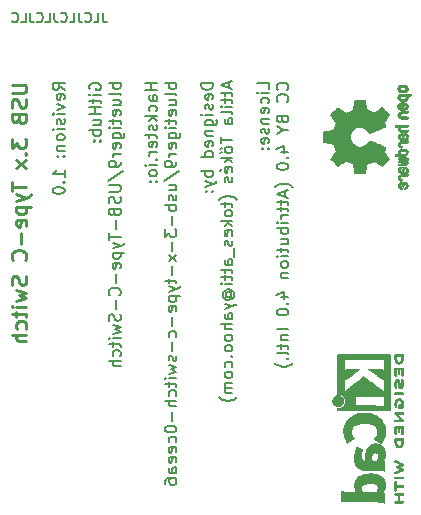
<source format=gbr>
G04 #@! TF.GenerationSoftware,KiCad,Pcbnew,5.1.9-73d0e3b20d~88~ubuntu20.04.1*
G04 #@! TF.CreationDate,2021-01-17T19:34:15+02:00*
G04 #@! TF.ProjectId,USB-TypeC-Switch,5553422d-5479-4706-9543-2d5377697463,rev?*
G04 #@! TF.SameCoordinates,Original*
G04 #@! TF.FileFunction,Legend,Bot*
G04 #@! TF.FilePolarity,Positive*
%FSLAX46Y46*%
G04 Gerber Fmt 4.6, Leading zero omitted, Abs format (unit mm)*
G04 Created by KiCad (PCBNEW 5.1.9-73d0e3b20d~88~ubuntu20.04.1) date 2021-01-17 19:34:15*
%MOMM*%
%LPD*%
G01*
G04 APERTURE LIST*
%ADD10C,0.150000*%
%ADD11C,0.250000*%
%ADD12C,0.010000*%
G04 APERTURE END LIST*
D10*
X49565238Y-89311904D02*
X49565238Y-89883333D01*
X49603333Y-89997619D01*
X49679523Y-90073809D01*
X49793809Y-90111904D01*
X49870000Y-90111904D01*
X48803333Y-90111904D02*
X49184285Y-90111904D01*
X49184285Y-89311904D01*
X48079523Y-90035714D02*
X48117619Y-90073809D01*
X48231904Y-90111904D01*
X48308095Y-90111904D01*
X48422380Y-90073809D01*
X48498571Y-89997619D01*
X48536666Y-89921428D01*
X48574761Y-89769047D01*
X48574761Y-89654761D01*
X48536666Y-89502380D01*
X48498571Y-89426190D01*
X48422380Y-89350000D01*
X48308095Y-89311904D01*
X48231904Y-89311904D01*
X48117619Y-89350000D01*
X48079523Y-89388095D01*
X47508095Y-89311904D02*
X47508095Y-89883333D01*
X47546190Y-89997619D01*
X47622380Y-90073809D01*
X47736666Y-90111904D01*
X47812857Y-90111904D01*
X46746190Y-90111904D02*
X47127142Y-90111904D01*
X47127142Y-89311904D01*
X46022380Y-90035714D02*
X46060476Y-90073809D01*
X46174761Y-90111904D01*
X46250952Y-90111904D01*
X46365238Y-90073809D01*
X46441428Y-89997619D01*
X46479523Y-89921428D01*
X46517619Y-89769047D01*
X46517619Y-89654761D01*
X46479523Y-89502380D01*
X46441428Y-89426190D01*
X46365238Y-89350000D01*
X46250952Y-89311904D01*
X46174761Y-89311904D01*
X46060476Y-89350000D01*
X46022380Y-89388095D01*
X45450952Y-89311904D02*
X45450952Y-89883333D01*
X45489047Y-89997619D01*
X45565238Y-90073809D01*
X45679523Y-90111904D01*
X45755714Y-90111904D01*
X44689047Y-90111904D02*
X45070000Y-90111904D01*
X45070000Y-89311904D01*
X43965238Y-90035714D02*
X44003333Y-90073809D01*
X44117619Y-90111904D01*
X44193809Y-90111904D01*
X44308095Y-90073809D01*
X44384285Y-89997619D01*
X44422380Y-89921428D01*
X44460476Y-89769047D01*
X44460476Y-89654761D01*
X44422380Y-89502380D01*
X44384285Y-89426190D01*
X44308095Y-89350000D01*
X44193809Y-89311904D01*
X44117619Y-89311904D01*
X44003333Y-89350000D01*
X43965238Y-89388095D01*
X43393809Y-89311904D02*
X43393809Y-89883333D01*
X43431904Y-89997619D01*
X43508095Y-90073809D01*
X43622380Y-90111904D01*
X43698571Y-90111904D01*
X42631904Y-90111904D02*
X43012857Y-90111904D01*
X43012857Y-89311904D01*
X41908095Y-90035714D02*
X41946190Y-90073809D01*
X42060476Y-90111904D01*
X42136666Y-90111904D01*
X42250952Y-90073809D01*
X42327142Y-89997619D01*
X42365238Y-89921428D01*
X42403333Y-89769047D01*
X42403333Y-89654761D01*
X42365238Y-89502380D01*
X42327142Y-89426190D01*
X42250952Y-89350000D01*
X42136666Y-89311904D01*
X42060476Y-89311904D01*
X41946190Y-89350000D01*
X41908095Y-89388095D01*
X46319380Y-95857023D02*
X45843190Y-95523690D01*
X46319380Y-95285595D02*
X45319380Y-95285595D01*
X45319380Y-95666547D01*
X45367000Y-95761785D01*
X45414619Y-95809404D01*
X45509857Y-95857023D01*
X45652714Y-95857023D01*
X45747952Y-95809404D01*
X45795571Y-95761785D01*
X45843190Y-95666547D01*
X45843190Y-95285595D01*
X46271761Y-96666547D02*
X46319380Y-96571309D01*
X46319380Y-96380833D01*
X46271761Y-96285595D01*
X46176523Y-96237976D01*
X45795571Y-96237976D01*
X45700333Y-96285595D01*
X45652714Y-96380833D01*
X45652714Y-96571309D01*
X45700333Y-96666547D01*
X45795571Y-96714166D01*
X45890809Y-96714166D01*
X45986047Y-96237976D01*
X45652714Y-97047500D02*
X46319380Y-97285595D01*
X45652714Y-97523690D01*
X46319380Y-97904642D02*
X45652714Y-97904642D01*
X45319380Y-97904642D02*
X45367000Y-97857023D01*
X45414619Y-97904642D01*
X45367000Y-97952261D01*
X45319380Y-97904642D01*
X45414619Y-97904642D01*
X46271761Y-98333214D02*
X46319380Y-98428452D01*
X46319380Y-98618928D01*
X46271761Y-98714166D01*
X46176523Y-98761785D01*
X46128904Y-98761785D01*
X46033666Y-98714166D01*
X45986047Y-98618928D01*
X45986047Y-98476071D01*
X45938428Y-98380833D01*
X45843190Y-98333214D01*
X45795571Y-98333214D01*
X45700333Y-98380833D01*
X45652714Y-98476071D01*
X45652714Y-98618928D01*
X45700333Y-98714166D01*
X46319380Y-99190357D02*
X45652714Y-99190357D01*
X45319380Y-99190357D02*
X45367000Y-99142738D01*
X45414619Y-99190357D01*
X45367000Y-99237976D01*
X45319380Y-99190357D01*
X45414619Y-99190357D01*
X46319380Y-99809404D02*
X46271761Y-99714166D01*
X46224142Y-99666547D01*
X46128904Y-99618928D01*
X45843190Y-99618928D01*
X45747952Y-99666547D01*
X45700333Y-99714166D01*
X45652714Y-99809404D01*
X45652714Y-99952261D01*
X45700333Y-100047500D01*
X45747952Y-100095119D01*
X45843190Y-100142738D01*
X46128904Y-100142738D01*
X46224142Y-100095119D01*
X46271761Y-100047500D01*
X46319380Y-99952261D01*
X46319380Y-99809404D01*
X45652714Y-100571309D02*
X46319380Y-100571309D01*
X45747952Y-100571309D02*
X45700333Y-100618928D01*
X45652714Y-100714166D01*
X45652714Y-100857023D01*
X45700333Y-100952261D01*
X45795571Y-100999880D01*
X46319380Y-100999880D01*
X46224142Y-101476071D02*
X46271761Y-101523690D01*
X46319380Y-101476071D01*
X46271761Y-101428452D01*
X46224142Y-101476071D01*
X46319380Y-101476071D01*
X45700333Y-101476071D02*
X45747952Y-101523690D01*
X45795571Y-101476071D01*
X45747952Y-101428452D01*
X45700333Y-101476071D01*
X45795571Y-101476071D01*
X46319380Y-103237976D02*
X46319380Y-102666547D01*
X46319380Y-102952261D02*
X45319380Y-102952261D01*
X45462238Y-102857023D01*
X45557476Y-102761785D01*
X45605095Y-102666547D01*
X46224142Y-103666547D02*
X46271761Y-103714166D01*
X46319380Y-103666547D01*
X46271761Y-103618928D01*
X46224142Y-103666547D01*
X46319380Y-103666547D01*
X45319380Y-104333214D02*
X45319380Y-104428452D01*
X45367000Y-104523690D01*
X45414619Y-104571309D01*
X45509857Y-104618928D01*
X45700333Y-104666547D01*
X45938428Y-104666547D01*
X46128904Y-104618928D01*
X46224142Y-104571309D01*
X46271761Y-104523690D01*
X46319380Y-104428452D01*
X46319380Y-104333214D01*
X46271761Y-104237976D01*
X46224142Y-104190357D01*
X46128904Y-104142738D01*
X45938428Y-104095119D01*
X45700333Y-104095119D01*
X45509857Y-104142738D01*
X45414619Y-104190357D01*
X45367000Y-104237976D01*
X45319380Y-104333214D01*
X63617380Y-95761785D02*
X63617380Y-95285595D01*
X62617380Y-95285595D01*
X63617380Y-96095119D02*
X62950714Y-96095119D01*
X62617380Y-96095119D02*
X62665000Y-96047500D01*
X62712619Y-96095119D01*
X62665000Y-96142738D01*
X62617380Y-96095119D01*
X62712619Y-96095119D01*
X63569761Y-96999880D02*
X63617380Y-96904642D01*
X63617380Y-96714166D01*
X63569761Y-96618928D01*
X63522142Y-96571309D01*
X63426904Y-96523690D01*
X63141190Y-96523690D01*
X63045952Y-96571309D01*
X62998333Y-96618928D01*
X62950714Y-96714166D01*
X62950714Y-96904642D01*
X62998333Y-96999880D01*
X63569761Y-97809404D02*
X63617380Y-97714166D01*
X63617380Y-97523690D01*
X63569761Y-97428452D01*
X63474523Y-97380833D01*
X63093571Y-97380833D01*
X62998333Y-97428452D01*
X62950714Y-97523690D01*
X62950714Y-97714166D01*
X62998333Y-97809404D01*
X63093571Y-97857023D01*
X63188809Y-97857023D01*
X63284047Y-97380833D01*
X62950714Y-98285595D02*
X63617380Y-98285595D01*
X63045952Y-98285595D02*
X62998333Y-98333214D01*
X62950714Y-98428452D01*
X62950714Y-98571309D01*
X62998333Y-98666547D01*
X63093571Y-98714166D01*
X63617380Y-98714166D01*
X63569761Y-99142738D02*
X63617380Y-99237976D01*
X63617380Y-99428452D01*
X63569761Y-99523690D01*
X63474523Y-99571309D01*
X63426904Y-99571309D01*
X63331666Y-99523690D01*
X63284047Y-99428452D01*
X63284047Y-99285595D01*
X63236428Y-99190357D01*
X63141190Y-99142738D01*
X63093571Y-99142738D01*
X62998333Y-99190357D01*
X62950714Y-99285595D01*
X62950714Y-99428452D01*
X62998333Y-99523690D01*
X63569761Y-100380833D02*
X63617380Y-100285595D01*
X63617380Y-100095119D01*
X63569761Y-99999880D01*
X63474523Y-99952261D01*
X63093571Y-99952261D01*
X62998333Y-99999880D01*
X62950714Y-100095119D01*
X62950714Y-100285595D01*
X62998333Y-100380833D01*
X63093571Y-100428452D01*
X63188809Y-100428452D01*
X63284047Y-99952261D01*
X63522142Y-100857023D02*
X63569761Y-100904642D01*
X63617380Y-100857023D01*
X63569761Y-100809404D01*
X63522142Y-100857023D01*
X63617380Y-100857023D01*
X62998333Y-100857023D02*
X63045952Y-100904642D01*
X63093571Y-100857023D01*
X63045952Y-100809404D01*
X62998333Y-100857023D01*
X63093571Y-100857023D01*
X65172142Y-95857023D02*
X65219761Y-95809404D01*
X65267380Y-95666547D01*
X65267380Y-95571309D01*
X65219761Y-95428452D01*
X65124523Y-95333214D01*
X65029285Y-95285595D01*
X64838809Y-95237976D01*
X64695952Y-95237976D01*
X64505476Y-95285595D01*
X64410238Y-95333214D01*
X64315000Y-95428452D01*
X64267380Y-95571309D01*
X64267380Y-95666547D01*
X64315000Y-95809404D01*
X64362619Y-95857023D01*
X65172142Y-96857023D02*
X65219761Y-96809404D01*
X65267380Y-96666547D01*
X65267380Y-96571309D01*
X65219761Y-96428452D01*
X65124523Y-96333214D01*
X65029285Y-96285595D01*
X64838809Y-96237976D01*
X64695952Y-96237976D01*
X64505476Y-96285595D01*
X64410238Y-96333214D01*
X64315000Y-96428452D01*
X64267380Y-96571309D01*
X64267380Y-96666547D01*
X64315000Y-96809404D01*
X64362619Y-96857023D01*
X64743571Y-98380833D02*
X64791190Y-98523690D01*
X64838809Y-98571309D01*
X64934047Y-98618928D01*
X65076904Y-98618928D01*
X65172142Y-98571309D01*
X65219761Y-98523690D01*
X65267380Y-98428452D01*
X65267380Y-98047500D01*
X64267380Y-98047500D01*
X64267380Y-98380833D01*
X64315000Y-98476071D01*
X64362619Y-98523690D01*
X64457857Y-98571309D01*
X64553095Y-98571309D01*
X64648333Y-98523690D01*
X64695952Y-98476071D01*
X64743571Y-98380833D01*
X64743571Y-98047500D01*
X64791190Y-99237976D02*
X65267380Y-99237976D01*
X64267380Y-98904642D02*
X64791190Y-99237976D01*
X64267380Y-99571309D01*
X64600714Y-101095119D02*
X65267380Y-101095119D01*
X64219761Y-100857023D02*
X64934047Y-100618928D01*
X64934047Y-101237976D01*
X65172142Y-101618928D02*
X65219761Y-101666547D01*
X65267380Y-101618928D01*
X65219761Y-101571309D01*
X65172142Y-101618928D01*
X65267380Y-101618928D01*
X64267380Y-102285595D02*
X64267380Y-102380833D01*
X64315000Y-102476071D01*
X64362619Y-102523690D01*
X64457857Y-102571309D01*
X64648333Y-102618928D01*
X64886428Y-102618928D01*
X65076904Y-102571309D01*
X65172142Y-102523690D01*
X65219761Y-102476071D01*
X65267380Y-102380833D01*
X65267380Y-102285595D01*
X65219761Y-102190357D01*
X65172142Y-102142738D01*
X65076904Y-102095119D01*
X64886428Y-102047500D01*
X64648333Y-102047500D01*
X64457857Y-102095119D01*
X64362619Y-102142738D01*
X64315000Y-102190357D01*
X64267380Y-102285595D01*
X65648333Y-104095119D02*
X65600714Y-104047500D01*
X65457857Y-103952261D01*
X65362619Y-103904642D01*
X65219761Y-103857023D01*
X64981666Y-103809404D01*
X64791190Y-103809404D01*
X64553095Y-103857023D01*
X64410238Y-103904642D01*
X64315000Y-103952261D01*
X64172142Y-104047500D01*
X64124523Y-104095119D01*
X64981666Y-104428452D02*
X64981666Y-104904642D01*
X65267380Y-104333214D02*
X64267380Y-104666547D01*
X65267380Y-104999880D01*
X64600714Y-105190357D02*
X64600714Y-105571309D01*
X64267380Y-105333214D02*
X65124523Y-105333214D01*
X65219761Y-105380833D01*
X65267380Y-105476071D01*
X65267380Y-105571309D01*
X64600714Y-105761785D02*
X64600714Y-106142738D01*
X64267380Y-105904642D02*
X65124523Y-105904642D01*
X65219761Y-105952261D01*
X65267380Y-106047500D01*
X65267380Y-106142738D01*
X65267380Y-106476071D02*
X64600714Y-106476071D01*
X64791190Y-106476071D02*
X64695952Y-106523690D01*
X64648333Y-106571309D01*
X64600714Y-106666547D01*
X64600714Y-106761785D01*
X65267380Y-107095119D02*
X64600714Y-107095119D01*
X64267380Y-107095119D02*
X64315000Y-107047500D01*
X64362619Y-107095119D01*
X64315000Y-107142738D01*
X64267380Y-107095119D01*
X64362619Y-107095119D01*
X65267380Y-107571309D02*
X64267380Y-107571309D01*
X64648333Y-107571309D02*
X64600714Y-107666547D01*
X64600714Y-107857023D01*
X64648333Y-107952261D01*
X64695952Y-107999880D01*
X64791190Y-108047500D01*
X65076904Y-108047500D01*
X65172142Y-107999880D01*
X65219761Y-107952261D01*
X65267380Y-107857023D01*
X65267380Y-107666547D01*
X65219761Y-107571309D01*
X64600714Y-108904642D02*
X65267380Y-108904642D01*
X64600714Y-108476071D02*
X65124523Y-108476071D01*
X65219761Y-108523690D01*
X65267380Y-108618928D01*
X65267380Y-108761785D01*
X65219761Y-108857023D01*
X65172142Y-108904642D01*
X64600714Y-109237976D02*
X64600714Y-109618928D01*
X64267380Y-109380833D02*
X65124523Y-109380833D01*
X65219761Y-109428452D01*
X65267380Y-109523690D01*
X65267380Y-109618928D01*
X65267380Y-109952261D02*
X64600714Y-109952261D01*
X64267380Y-109952261D02*
X64315000Y-109904642D01*
X64362619Y-109952261D01*
X64315000Y-109999880D01*
X64267380Y-109952261D01*
X64362619Y-109952261D01*
X65267380Y-110571309D02*
X65219761Y-110476071D01*
X65172142Y-110428452D01*
X65076904Y-110380833D01*
X64791190Y-110380833D01*
X64695952Y-110428452D01*
X64648333Y-110476071D01*
X64600714Y-110571309D01*
X64600714Y-110714166D01*
X64648333Y-110809404D01*
X64695952Y-110857023D01*
X64791190Y-110904642D01*
X65076904Y-110904642D01*
X65172142Y-110857023D01*
X65219761Y-110809404D01*
X65267380Y-110714166D01*
X65267380Y-110571309D01*
X64600714Y-111333214D02*
X65267380Y-111333214D01*
X64695952Y-111333214D02*
X64648333Y-111380833D01*
X64600714Y-111476071D01*
X64600714Y-111618928D01*
X64648333Y-111714166D01*
X64743571Y-111761785D01*
X65267380Y-111761785D01*
X64600714Y-113428452D02*
X65267380Y-113428452D01*
X64219761Y-113190357D02*
X64934047Y-112952261D01*
X64934047Y-113571309D01*
X65172142Y-113952261D02*
X65219761Y-113999880D01*
X65267380Y-113952261D01*
X65219761Y-113904642D01*
X65172142Y-113952261D01*
X65267380Y-113952261D01*
X64267380Y-114618928D02*
X64267380Y-114714166D01*
X64315000Y-114809404D01*
X64362619Y-114857023D01*
X64457857Y-114904642D01*
X64648333Y-114952261D01*
X64886428Y-114952261D01*
X65076904Y-114904642D01*
X65172142Y-114857023D01*
X65219761Y-114809404D01*
X65267380Y-114714166D01*
X65267380Y-114618928D01*
X65219761Y-114523690D01*
X65172142Y-114476071D01*
X65076904Y-114428452D01*
X64886428Y-114380833D01*
X64648333Y-114380833D01*
X64457857Y-114428452D01*
X64362619Y-114476071D01*
X64315000Y-114523690D01*
X64267380Y-114618928D01*
X65267380Y-116142738D02*
X64267380Y-116142738D01*
X64600714Y-116618928D02*
X65267380Y-116618928D01*
X64695952Y-116618928D02*
X64648333Y-116666547D01*
X64600714Y-116761785D01*
X64600714Y-116904642D01*
X64648333Y-116999880D01*
X64743571Y-117047500D01*
X65267380Y-117047500D01*
X64600714Y-117380833D02*
X64600714Y-117761785D01*
X64267380Y-117523690D02*
X65124523Y-117523690D01*
X65219761Y-117571309D01*
X65267380Y-117666547D01*
X65267380Y-117761785D01*
X65267380Y-118237976D02*
X65219761Y-118142738D01*
X65124523Y-118095119D01*
X64267380Y-118095119D01*
X65172142Y-118618928D02*
X65219761Y-118666547D01*
X65267380Y-118618928D01*
X65219761Y-118571309D01*
X65172142Y-118618928D01*
X65267380Y-118618928D01*
X65648333Y-118999880D02*
X65600714Y-119047500D01*
X65457857Y-119142738D01*
X65362619Y-119190357D01*
X65219761Y-119237976D01*
X64981666Y-119285595D01*
X64791190Y-119285595D01*
X64553095Y-119237976D01*
X64410238Y-119190357D01*
X64315000Y-119142738D01*
X64172142Y-119047500D01*
X64124523Y-118999880D01*
X58880380Y-95285595D02*
X57880380Y-95285595D01*
X57880380Y-95523690D01*
X57928000Y-95666547D01*
X58023238Y-95761785D01*
X58118476Y-95809404D01*
X58308952Y-95857023D01*
X58451809Y-95857023D01*
X58642285Y-95809404D01*
X58737523Y-95761785D01*
X58832761Y-95666547D01*
X58880380Y-95523690D01*
X58880380Y-95285595D01*
X58832761Y-96666547D02*
X58880380Y-96571309D01*
X58880380Y-96380833D01*
X58832761Y-96285595D01*
X58737523Y-96237976D01*
X58356571Y-96237976D01*
X58261333Y-96285595D01*
X58213714Y-96380833D01*
X58213714Y-96571309D01*
X58261333Y-96666547D01*
X58356571Y-96714166D01*
X58451809Y-96714166D01*
X58547047Y-96237976D01*
X58832761Y-97095119D02*
X58880380Y-97190357D01*
X58880380Y-97380833D01*
X58832761Y-97476071D01*
X58737523Y-97523690D01*
X58689904Y-97523690D01*
X58594666Y-97476071D01*
X58547047Y-97380833D01*
X58547047Y-97237976D01*
X58499428Y-97142738D01*
X58404190Y-97095119D01*
X58356571Y-97095119D01*
X58261333Y-97142738D01*
X58213714Y-97237976D01*
X58213714Y-97380833D01*
X58261333Y-97476071D01*
X58880380Y-97952261D02*
X58213714Y-97952261D01*
X57880380Y-97952261D02*
X57928000Y-97904642D01*
X57975619Y-97952261D01*
X57928000Y-97999880D01*
X57880380Y-97952261D01*
X57975619Y-97952261D01*
X58213714Y-98857023D02*
X59023238Y-98857023D01*
X59118476Y-98809404D01*
X59166095Y-98761785D01*
X59213714Y-98666547D01*
X59213714Y-98523690D01*
X59166095Y-98428452D01*
X58832761Y-98857023D02*
X58880380Y-98761785D01*
X58880380Y-98571309D01*
X58832761Y-98476071D01*
X58785142Y-98428452D01*
X58689904Y-98380833D01*
X58404190Y-98380833D01*
X58308952Y-98428452D01*
X58261333Y-98476071D01*
X58213714Y-98571309D01*
X58213714Y-98761785D01*
X58261333Y-98857023D01*
X58213714Y-99333214D02*
X58880380Y-99333214D01*
X58308952Y-99333214D02*
X58261333Y-99380833D01*
X58213714Y-99476071D01*
X58213714Y-99618928D01*
X58261333Y-99714166D01*
X58356571Y-99761785D01*
X58880380Y-99761785D01*
X58832761Y-100618928D02*
X58880380Y-100523690D01*
X58880380Y-100333214D01*
X58832761Y-100237976D01*
X58737523Y-100190357D01*
X58356571Y-100190357D01*
X58261333Y-100237976D01*
X58213714Y-100333214D01*
X58213714Y-100523690D01*
X58261333Y-100618928D01*
X58356571Y-100666547D01*
X58451809Y-100666547D01*
X58547047Y-100190357D01*
X58880380Y-101523690D02*
X57880380Y-101523690D01*
X58832761Y-101523690D02*
X58880380Y-101428452D01*
X58880380Y-101237976D01*
X58832761Y-101142738D01*
X58785142Y-101095119D01*
X58689904Y-101047500D01*
X58404190Y-101047500D01*
X58308952Y-101095119D01*
X58261333Y-101142738D01*
X58213714Y-101237976D01*
X58213714Y-101428452D01*
X58261333Y-101523690D01*
X58880380Y-102761785D02*
X57880380Y-102761785D01*
X58261333Y-102761785D02*
X58213714Y-102857023D01*
X58213714Y-103047500D01*
X58261333Y-103142738D01*
X58308952Y-103190357D01*
X58404190Y-103237976D01*
X58689904Y-103237976D01*
X58785142Y-103190357D01*
X58832761Y-103142738D01*
X58880380Y-103047500D01*
X58880380Y-102857023D01*
X58832761Y-102761785D01*
X58213714Y-103571309D02*
X58880380Y-103809404D01*
X58213714Y-104047500D02*
X58880380Y-103809404D01*
X59118476Y-103714166D01*
X59166095Y-103666547D01*
X59213714Y-103571309D01*
X58785142Y-104428452D02*
X58832761Y-104476071D01*
X58880380Y-104428452D01*
X58832761Y-104380833D01*
X58785142Y-104428452D01*
X58880380Y-104428452D01*
X58261333Y-104428452D02*
X58308952Y-104476071D01*
X58356571Y-104428452D01*
X58308952Y-104380833D01*
X58261333Y-104428452D01*
X58356571Y-104428452D01*
X60244666Y-95237976D02*
X60244666Y-95714166D01*
X60530380Y-95142738D02*
X59530380Y-95476071D01*
X60530380Y-95809404D01*
X59863714Y-95999880D02*
X59863714Y-96380833D01*
X59530380Y-96142738D02*
X60387523Y-96142738D01*
X60482761Y-96190357D01*
X60530380Y-96285595D01*
X60530380Y-96380833D01*
X59863714Y-96571309D02*
X59863714Y-96952261D01*
X59530380Y-96714166D02*
X60387523Y-96714166D01*
X60482761Y-96761785D01*
X60530380Y-96857023D01*
X60530380Y-96952261D01*
X60530380Y-97285595D02*
X59863714Y-97285595D01*
X59530380Y-97285595D02*
X59578000Y-97237976D01*
X59625619Y-97285595D01*
X59578000Y-97333214D01*
X59530380Y-97285595D01*
X59625619Y-97285595D01*
X60530380Y-97904642D02*
X60482761Y-97809404D01*
X60387523Y-97761785D01*
X59530380Y-97761785D01*
X60530380Y-98714166D02*
X60006571Y-98714166D01*
X59911333Y-98666547D01*
X59863714Y-98571309D01*
X59863714Y-98380833D01*
X59911333Y-98285595D01*
X60482761Y-98714166D02*
X60530380Y-98618928D01*
X60530380Y-98380833D01*
X60482761Y-98285595D01*
X60387523Y-98237976D01*
X60292285Y-98237976D01*
X60197047Y-98285595D01*
X60149428Y-98380833D01*
X60149428Y-98618928D01*
X60101809Y-98714166D01*
X59530380Y-99809404D02*
X59530380Y-100380833D01*
X60530380Y-100095119D02*
X59530380Y-100095119D01*
X60530380Y-100857023D02*
X60482761Y-100761785D01*
X60435142Y-100714166D01*
X60339904Y-100666547D01*
X60054190Y-100666547D01*
X59958952Y-100714166D01*
X59911333Y-100761785D01*
X59863714Y-100857023D01*
X59863714Y-100999880D01*
X59911333Y-101095119D01*
X59958952Y-101142738D01*
X60054190Y-101190357D01*
X60339904Y-101190357D01*
X60435142Y-101142738D01*
X60482761Y-101095119D01*
X60530380Y-100999880D01*
X60530380Y-100857023D01*
X59482761Y-100904642D02*
X59625619Y-100761785D01*
X59482761Y-101237976D02*
X59625619Y-101095119D01*
X60530380Y-101618928D02*
X59530380Y-101618928D01*
X60149428Y-101714166D02*
X60530380Y-101999880D01*
X59863714Y-101999880D02*
X60244666Y-101618928D01*
X60482761Y-102809404D02*
X60530380Y-102714166D01*
X60530380Y-102523690D01*
X60482761Y-102428452D01*
X60387523Y-102380833D01*
X60006571Y-102380833D01*
X59911333Y-102428452D01*
X59863714Y-102523690D01*
X59863714Y-102714166D01*
X59911333Y-102809404D01*
X60006571Y-102857023D01*
X60101809Y-102857023D01*
X60197047Y-102380833D01*
X59482761Y-102714166D02*
X59625619Y-102571309D01*
X60482761Y-103237976D02*
X60530380Y-103333214D01*
X60530380Y-103523690D01*
X60482761Y-103618928D01*
X60387523Y-103666547D01*
X60339904Y-103666547D01*
X60244666Y-103618928D01*
X60197047Y-103523690D01*
X60197047Y-103380833D01*
X60149428Y-103285595D01*
X60054190Y-103237976D01*
X60006571Y-103237976D01*
X59911333Y-103285595D01*
X59863714Y-103380833D01*
X59863714Y-103523690D01*
X59911333Y-103618928D01*
X60911333Y-105142738D02*
X60863714Y-105095119D01*
X60720857Y-104999880D01*
X60625619Y-104952261D01*
X60482761Y-104904642D01*
X60244666Y-104857023D01*
X60054190Y-104857023D01*
X59816095Y-104904642D01*
X59673238Y-104952261D01*
X59578000Y-104999880D01*
X59435142Y-105095119D01*
X59387523Y-105142738D01*
X59863714Y-105380833D02*
X59863714Y-105761785D01*
X59530380Y-105523690D02*
X60387523Y-105523690D01*
X60482761Y-105571309D01*
X60530380Y-105666547D01*
X60530380Y-105761785D01*
X60530380Y-106237976D02*
X60482761Y-106142738D01*
X60435142Y-106095119D01*
X60339904Y-106047500D01*
X60054190Y-106047500D01*
X59958952Y-106095119D01*
X59911333Y-106142738D01*
X59863714Y-106237976D01*
X59863714Y-106380833D01*
X59911333Y-106476071D01*
X59958952Y-106523690D01*
X60054190Y-106571309D01*
X60339904Y-106571309D01*
X60435142Y-106523690D01*
X60482761Y-106476071D01*
X60530380Y-106380833D01*
X60530380Y-106237976D01*
X60530380Y-106999880D02*
X59530380Y-106999880D01*
X60149428Y-107095119D02*
X60530380Y-107380833D01*
X59863714Y-107380833D02*
X60244666Y-106999880D01*
X60482761Y-108190357D02*
X60530380Y-108095119D01*
X60530380Y-107904642D01*
X60482761Y-107809404D01*
X60387523Y-107761785D01*
X60006571Y-107761785D01*
X59911333Y-107809404D01*
X59863714Y-107904642D01*
X59863714Y-108095119D01*
X59911333Y-108190357D01*
X60006571Y-108237976D01*
X60101809Y-108237976D01*
X60197047Y-107761785D01*
X60482761Y-108618928D02*
X60530380Y-108714166D01*
X60530380Y-108904642D01*
X60482761Y-108999880D01*
X60387523Y-109047500D01*
X60339904Y-109047500D01*
X60244666Y-108999880D01*
X60197047Y-108904642D01*
X60197047Y-108761785D01*
X60149428Y-108666547D01*
X60054190Y-108618928D01*
X60006571Y-108618928D01*
X59911333Y-108666547D01*
X59863714Y-108761785D01*
X59863714Y-108904642D01*
X59911333Y-108999880D01*
X60625619Y-109237976D02*
X60625619Y-109999880D01*
X60530380Y-110666547D02*
X60006571Y-110666547D01*
X59911333Y-110618928D01*
X59863714Y-110523690D01*
X59863714Y-110333214D01*
X59911333Y-110237976D01*
X60482761Y-110666547D02*
X60530380Y-110571309D01*
X60530380Y-110333214D01*
X60482761Y-110237976D01*
X60387523Y-110190357D01*
X60292285Y-110190357D01*
X60197047Y-110237976D01*
X60149428Y-110333214D01*
X60149428Y-110571309D01*
X60101809Y-110666547D01*
X59863714Y-110999880D02*
X59863714Y-111380833D01*
X59530380Y-111142738D02*
X60387523Y-111142738D01*
X60482761Y-111190357D01*
X60530380Y-111285595D01*
X60530380Y-111380833D01*
X59863714Y-111571309D02*
X59863714Y-111952261D01*
X59530380Y-111714166D02*
X60387523Y-111714166D01*
X60482761Y-111761785D01*
X60530380Y-111857023D01*
X60530380Y-111952261D01*
X60530380Y-112285595D02*
X59863714Y-112285595D01*
X59530380Y-112285595D02*
X59578000Y-112237976D01*
X59625619Y-112285595D01*
X59578000Y-112333214D01*
X59530380Y-112285595D01*
X59625619Y-112285595D01*
X60054190Y-113380833D02*
X60006571Y-113333214D01*
X59958952Y-113237976D01*
X59958952Y-113142738D01*
X60006571Y-113047500D01*
X60054190Y-112999880D01*
X60149428Y-112952261D01*
X60244666Y-112952261D01*
X60339904Y-112999880D01*
X60387523Y-113047500D01*
X60435142Y-113142738D01*
X60435142Y-113237976D01*
X60387523Y-113333214D01*
X60339904Y-113380833D01*
X59958952Y-113380833D02*
X60339904Y-113380833D01*
X60387523Y-113428452D01*
X60387523Y-113476071D01*
X60339904Y-113571309D01*
X60244666Y-113618928D01*
X60006571Y-113618928D01*
X59863714Y-113523690D01*
X59768476Y-113380833D01*
X59720857Y-113190357D01*
X59768476Y-112999880D01*
X59863714Y-112857023D01*
X60006571Y-112761785D01*
X60197047Y-112714166D01*
X60387523Y-112761785D01*
X60530380Y-112857023D01*
X60625619Y-112999880D01*
X60673238Y-113190357D01*
X60625619Y-113380833D01*
X60530380Y-113523690D01*
X59863714Y-113952261D02*
X60530380Y-114190357D01*
X59863714Y-114428452D02*
X60530380Y-114190357D01*
X60768476Y-114095119D01*
X60816095Y-114047500D01*
X60863714Y-113952261D01*
X60530380Y-115237976D02*
X60006571Y-115237976D01*
X59911333Y-115190357D01*
X59863714Y-115095119D01*
X59863714Y-114904642D01*
X59911333Y-114809404D01*
X60482761Y-115237976D02*
X60530380Y-115142738D01*
X60530380Y-114904642D01*
X60482761Y-114809404D01*
X60387523Y-114761785D01*
X60292285Y-114761785D01*
X60197047Y-114809404D01*
X60149428Y-114904642D01*
X60149428Y-115142738D01*
X60101809Y-115237976D01*
X60530380Y-115714166D02*
X59530380Y-115714166D01*
X60530380Y-116142738D02*
X60006571Y-116142738D01*
X59911333Y-116095119D01*
X59863714Y-115999880D01*
X59863714Y-115857023D01*
X59911333Y-115761785D01*
X59958952Y-115714166D01*
X60530380Y-116761785D02*
X60482761Y-116666547D01*
X60435142Y-116618928D01*
X60339904Y-116571309D01*
X60054190Y-116571309D01*
X59958952Y-116618928D01*
X59911333Y-116666547D01*
X59863714Y-116761785D01*
X59863714Y-116904642D01*
X59911333Y-116999880D01*
X59958952Y-117047500D01*
X60054190Y-117095119D01*
X60339904Y-117095119D01*
X60435142Y-117047500D01*
X60482761Y-116999880D01*
X60530380Y-116904642D01*
X60530380Y-116761785D01*
X60530380Y-117666547D02*
X60482761Y-117571309D01*
X60435142Y-117523690D01*
X60339904Y-117476071D01*
X60054190Y-117476071D01*
X59958952Y-117523690D01*
X59911333Y-117571309D01*
X59863714Y-117666547D01*
X59863714Y-117809404D01*
X59911333Y-117904642D01*
X59958952Y-117952261D01*
X60054190Y-117999880D01*
X60339904Y-117999880D01*
X60435142Y-117952261D01*
X60482761Y-117904642D01*
X60530380Y-117809404D01*
X60530380Y-117666547D01*
X60435142Y-118428452D02*
X60482761Y-118476071D01*
X60530380Y-118428452D01*
X60482761Y-118380833D01*
X60435142Y-118428452D01*
X60530380Y-118428452D01*
X60482761Y-119333214D02*
X60530380Y-119237976D01*
X60530380Y-119047500D01*
X60482761Y-118952261D01*
X60435142Y-118904642D01*
X60339904Y-118857023D01*
X60054190Y-118857023D01*
X59958952Y-118904642D01*
X59911333Y-118952261D01*
X59863714Y-119047500D01*
X59863714Y-119237976D01*
X59911333Y-119333214D01*
X60530380Y-119904642D02*
X60482761Y-119809404D01*
X60435142Y-119761785D01*
X60339904Y-119714166D01*
X60054190Y-119714166D01*
X59958952Y-119761785D01*
X59911333Y-119809404D01*
X59863714Y-119904642D01*
X59863714Y-120047500D01*
X59911333Y-120142738D01*
X59958952Y-120190357D01*
X60054190Y-120237976D01*
X60339904Y-120237976D01*
X60435142Y-120190357D01*
X60482761Y-120142738D01*
X60530380Y-120047500D01*
X60530380Y-119904642D01*
X60530380Y-120666547D02*
X59863714Y-120666547D01*
X59958952Y-120666547D02*
X59911333Y-120714166D01*
X59863714Y-120809404D01*
X59863714Y-120952261D01*
X59911333Y-121047500D01*
X60006571Y-121095119D01*
X60530380Y-121095119D01*
X60006571Y-121095119D02*
X59911333Y-121142738D01*
X59863714Y-121237976D01*
X59863714Y-121380833D01*
X59911333Y-121476071D01*
X60006571Y-121523690D01*
X60530380Y-121523690D01*
X60911333Y-121904642D02*
X60863714Y-121952261D01*
X60720857Y-122047500D01*
X60625619Y-122095119D01*
X60482761Y-122142738D01*
X60244666Y-122190357D01*
X60054190Y-122190357D01*
X59816095Y-122142738D01*
X59673238Y-122095119D01*
X59578000Y-122047500D01*
X59435142Y-121952261D01*
X59387523Y-121904642D01*
X54143380Y-95285595D02*
X53143380Y-95285595D01*
X53619571Y-95285595D02*
X53619571Y-95857023D01*
X54143380Y-95857023D02*
X53143380Y-95857023D01*
X54143380Y-96761785D02*
X53619571Y-96761785D01*
X53524333Y-96714166D01*
X53476714Y-96618928D01*
X53476714Y-96428452D01*
X53524333Y-96333214D01*
X54095761Y-96761785D02*
X54143380Y-96666547D01*
X54143380Y-96428452D01*
X54095761Y-96333214D01*
X54000523Y-96285595D01*
X53905285Y-96285595D01*
X53810047Y-96333214D01*
X53762428Y-96428452D01*
X53762428Y-96666547D01*
X53714809Y-96761785D01*
X54095761Y-97666547D02*
X54143380Y-97571309D01*
X54143380Y-97380833D01*
X54095761Y-97285595D01*
X54048142Y-97237976D01*
X53952904Y-97190357D01*
X53667190Y-97190357D01*
X53571952Y-97237976D01*
X53524333Y-97285595D01*
X53476714Y-97380833D01*
X53476714Y-97571309D01*
X53524333Y-97666547D01*
X54143380Y-98095119D02*
X53143380Y-98095119D01*
X53762428Y-98190357D02*
X54143380Y-98476071D01*
X53476714Y-98476071D02*
X53857666Y-98095119D01*
X54095761Y-98857023D02*
X54143380Y-98952261D01*
X54143380Y-99142738D01*
X54095761Y-99237976D01*
X54000523Y-99285595D01*
X53952904Y-99285595D01*
X53857666Y-99237976D01*
X53810047Y-99142738D01*
X53810047Y-98999880D01*
X53762428Y-98904642D01*
X53667190Y-98857023D01*
X53619571Y-98857023D01*
X53524333Y-98904642D01*
X53476714Y-98999880D01*
X53476714Y-99142738D01*
X53524333Y-99237976D01*
X53476714Y-99571309D02*
X53476714Y-99952261D01*
X53143380Y-99714166D02*
X54000523Y-99714166D01*
X54095761Y-99761785D01*
X54143380Y-99857023D01*
X54143380Y-99952261D01*
X54095761Y-100666547D02*
X54143380Y-100571309D01*
X54143380Y-100380833D01*
X54095761Y-100285595D01*
X54000523Y-100237976D01*
X53619571Y-100237976D01*
X53524333Y-100285595D01*
X53476714Y-100380833D01*
X53476714Y-100571309D01*
X53524333Y-100666547D01*
X53619571Y-100714166D01*
X53714809Y-100714166D01*
X53810047Y-100237976D01*
X54143380Y-101142738D02*
X53476714Y-101142738D01*
X53667190Y-101142738D02*
X53571952Y-101190357D01*
X53524333Y-101237976D01*
X53476714Y-101333214D01*
X53476714Y-101428452D01*
X54048142Y-101761785D02*
X54095761Y-101809404D01*
X54143380Y-101761785D01*
X54095761Y-101714166D01*
X54048142Y-101761785D01*
X54143380Y-101761785D01*
X54143380Y-102237976D02*
X53476714Y-102237976D01*
X53143380Y-102237976D02*
X53191000Y-102190357D01*
X53238619Y-102237976D01*
X53191000Y-102285595D01*
X53143380Y-102237976D01*
X53238619Y-102237976D01*
X54143380Y-102857023D02*
X54095761Y-102761785D01*
X54048142Y-102714166D01*
X53952904Y-102666547D01*
X53667190Y-102666547D01*
X53571952Y-102714166D01*
X53524333Y-102761785D01*
X53476714Y-102857023D01*
X53476714Y-102999880D01*
X53524333Y-103095119D01*
X53571952Y-103142738D01*
X53667190Y-103190357D01*
X53952904Y-103190357D01*
X54048142Y-103142738D01*
X54095761Y-103095119D01*
X54143380Y-102999880D01*
X54143380Y-102857023D01*
X54048142Y-103618928D02*
X54095761Y-103666547D01*
X54143380Y-103618928D01*
X54095761Y-103571309D01*
X54048142Y-103618928D01*
X54143380Y-103618928D01*
X53524333Y-103618928D02*
X53571952Y-103666547D01*
X53619571Y-103618928D01*
X53571952Y-103571309D01*
X53524333Y-103618928D01*
X53619571Y-103618928D01*
X55793380Y-95285595D02*
X54793380Y-95285595D01*
X55174333Y-95285595D02*
X55126714Y-95380833D01*
X55126714Y-95571309D01*
X55174333Y-95666547D01*
X55221952Y-95714166D01*
X55317190Y-95761785D01*
X55602904Y-95761785D01*
X55698142Y-95714166D01*
X55745761Y-95666547D01*
X55793380Y-95571309D01*
X55793380Y-95380833D01*
X55745761Y-95285595D01*
X55793380Y-96333214D02*
X55745761Y-96237976D01*
X55650523Y-96190357D01*
X54793380Y-96190357D01*
X55126714Y-97142738D02*
X55793380Y-97142738D01*
X55126714Y-96714166D02*
X55650523Y-96714166D01*
X55745761Y-96761785D01*
X55793380Y-96857023D01*
X55793380Y-96999880D01*
X55745761Y-97095119D01*
X55698142Y-97142738D01*
X55745761Y-97999880D02*
X55793380Y-97904642D01*
X55793380Y-97714166D01*
X55745761Y-97618928D01*
X55650523Y-97571309D01*
X55269571Y-97571309D01*
X55174333Y-97618928D01*
X55126714Y-97714166D01*
X55126714Y-97904642D01*
X55174333Y-97999880D01*
X55269571Y-98047500D01*
X55364809Y-98047500D01*
X55460047Y-97571309D01*
X55126714Y-98333214D02*
X55126714Y-98714166D01*
X54793380Y-98476071D02*
X55650523Y-98476071D01*
X55745761Y-98523690D01*
X55793380Y-98618928D01*
X55793380Y-98714166D01*
X55793380Y-99047500D02*
X55126714Y-99047500D01*
X54793380Y-99047500D02*
X54841000Y-98999880D01*
X54888619Y-99047500D01*
X54841000Y-99095119D01*
X54793380Y-99047500D01*
X54888619Y-99047500D01*
X55126714Y-99952261D02*
X55936238Y-99952261D01*
X56031476Y-99904642D01*
X56079095Y-99857023D01*
X56126714Y-99761785D01*
X56126714Y-99618928D01*
X56079095Y-99523690D01*
X55745761Y-99952261D02*
X55793380Y-99857023D01*
X55793380Y-99666547D01*
X55745761Y-99571309D01*
X55698142Y-99523690D01*
X55602904Y-99476071D01*
X55317190Y-99476071D01*
X55221952Y-99523690D01*
X55174333Y-99571309D01*
X55126714Y-99666547D01*
X55126714Y-99857023D01*
X55174333Y-99952261D01*
X55745761Y-100809404D02*
X55793380Y-100714166D01*
X55793380Y-100523690D01*
X55745761Y-100428452D01*
X55650523Y-100380833D01*
X55269571Y-100380833D01*
X55174333Y-100428452D01*
X55126714Y-100523690D01*
X55126714Y-100714166D01*
X55174333Y-100809404D01*
X55269571Y-100857023D01*
X55364809Y-100857023D01*
X55460047Y-100380833D01*
X55793380Y-101285595D02*
X55126714Y-101285595D01*
X55317190Y-101285595D02*
X55221952Y-101333214D01*
X55174333Y-101380833D01*
X55126714Y-101476071D01*
X55126714Y-101571309D01*
X55793380Y-101952261D02*
X55793380Y-102142738D01*
X55745761Y-102237976D01*
X55698142Y-102285595D01*
X55555285Y-102380833D01*
X55364809Y-102428452D01*
X54983857Y-102428452D01*
X54888619Y-102380833D01*
X54841000Y-102333214D01*
X54793380Y-102237976D01*
X54793380Y-102047500D01*
X54841000Y-101952261D01*
X54888619Y-101904642D01*
X54983857Y-101857023D01*
X55221952Y-101857023D01*
X55317190Y-101904642D01*
X55364809Y-101952261D01*
X55412428Y-102047500D01*
X55412428Y-102237976D01*
X55364809Y-102333214D01*
X55317190Y-102380833D01*
X55221952Y-102428452D01*
X54745761Y-103571309D02*
X56031476Y-102714166D01*
X55126714Y-104333214D02*
X55793380Y-104333214D01*
X55126714Y-103904642D02*
X55650523Y-103904642D01*
X55745761Y-103952261D01*
X55793380Y-104047500D01*
X55793380Y-104190357D01*
X55745761Y-104285595D01*
X55698142Y-104333214D01*
X55745761Y-104761785D02*
X55793380Y-104857023D01*
X55793380Y-105047500D01*
X55745761Y-105142738D01*
X55650523Y-105190357D01*
X55602904Y-105190357D01*
X55507666Y-105142738D01*
X55460047Y-105047500D01*
X55460047Y-104904642D01*
X55412428Y-104809404D01*
X55317190Y-104761785D01*
X55269571Y-104761785D01*
X55174333Y-104809404D01*
X55126714Y-104904642D01*
X55126714Y-105047500D01*
X55174333Y-105142738D01*
X55793380Y-105618928D02*
X54793380Y-105618928D01*
X55174333Y-105618928D02*
X55126714Y-105714166D01*
X55126714Y-105904642D01*
X55174333Y-105999880D01*
X55221952Y-106047500D01*
X55317190Y-106095119D01*
X55602904Y-106095119D01*
X55698142Y-106047500D01*
X55745761Y-105999880D01*
X55793380Y-105904642D01*
X55793380Y-105714166D01*
X55745761Y-105618928D01*
X55412428Y-106523690D02*
X55412428Y-107285595D01*
X54793380Y-107666547D02*
X54793380Y-108285595D01*
X55174333Y-107952261D01*
X55174333Y-108095119D01*
X55221952Y-108190357D01*
X55269571Y-108237976D01*
X55364809Y-108285595D01*
X55602904Y-108285595D01*
X55698142Y-108237976D01*
X55745761Y-108190357D01*
X55793380Y-108095119D01*
X55793380Y-107809404D01*
X55745761Y-107714166D01*
X55698142Y-107666547D01*
X55412428Y-108714166D02*
X55412428Y-109476071D01*
X55793380Y-109857023D02*
X55126714Y-110380833D01*
X55126714Y-109857023D02*
X55793380Y-110380833D01*
X55412428Y-110761785D02*
X55412428Y-111523690D01*
X55126714Y-111857023D02*
X55126714Y-112237976D01*
X54793380Y-111999880D02*
X55650523Y-111999880D01*
X55745761Y-112047500D01*
X55793380Y-112142738D01*
X55793380Y-112237976D01*
X55126714Y-112476071D02*
X55793380Y-112714166D01*
X55126714Y-112952261D02*
X55793380Y-112714166D01*
X56031476Y-112618928D01*
X56079095Y-112571309D01*
X56126714Y-112476071D01*
X55126714Y-113333214D02*
X56126714Y-113333214D01*
X55174333Y-113333214D02*
X55126714Y-113428452D01*
X55126714Y-113618928D01*
X55174333Y-113714166D01*
X55221952Y-113761785D01*
X55317190Y-113809404D01*
X55602904Y-113809404D01*
X55698142Y-113761785D01*
X55745761Y-113714166D01*
X55793380Y-113618928D01*
X55793380Y-113428452D01*
X55745761Y-113333214D01*
X55745761Y-114618928D02*
X55793380Y-114523690D01*
X55793380Y-114333214D01*
X55745761Y-114237976D01*
X55650523Y-114190357D01*
X55269571Y-114190357D01*
X55174333Y-114237976D01*
X55126714Y-114333214D01*
X55126714Y-114523690D01*
X55174333Y-114618928D01*
X55269571Y-114666547D01*
X55364809Y-114666547D01*
X55460047Y-114190357D01*
X55412428Y-115095119D02*
X55412428Y-115857023D01*
X55745761Y-116761785D02*
X55793380Y-116666547D01*
X55793380Y-116476071D01*
X55745761Y-116380833D01*
X55698142Y-116333214D01*
X55602904Y-116285595D01*
X55317190Y-116285595D01*
X55221952Y-116333214D01*
X55174333Y-116380833D01*
X55126714Y-116476071D01*
X55126714Y-116666547D01*
X55174333Y-116761785D01*
X55412428Y-117190357D02*
X55412428Y-117952261D01*
X55745761Y-118380833D02*
X55793380Y-118476071D01*
X55793380Y-118666547D01*
X55745761Y-118761785D01*
X55650523Y-118809404D01*
X55602904Y-118809404D01*
X55507666Y-118761785D01*
X55460047Y-118666547D01*
X55460047Y-118523690D01*
X55412428Y-118428452D01*
X55317190Y-118380833D01*
X55269571Y-118380833D01*
X55174333Y-118428452D01*
X55126714Y-118523690D01*
X55126714Y-118666547D01*
X55174333Y-118761785D01*
X55126714Y-119142738D02*
X55793380Y-119333214D01*
X55317190Y-119523690D01*
X55793380Y-119714166D01*
X55126714Y-119904642D01*
X55793380Y-120285595D02*
X55126714Y-120285595D01*
X54793380Y-120285595D02*
X54841000Y-120237976D01*
X54888619Y-120285595D01*
X54841000Y-120333214D01*
X54793380Y-120285595D01*
X54888619Y-120285595D01*
X55126714Y-120618928D02*
X55126714Y-120999880D01*
X54793380Y-120761785D02*
X55650523Y-120761785D01*
X55745761Y-120809404D01*
X55793380Y-120904642D01*
X55793380Y-120999880D01*
X55745761Y-121761785D02*
X55793380Y-121666547D01*
X55793380Y-121476071D01*
X55745761Y-121380833D01*
X55698142Y-121333214D01*
X55602904Y-121285595D01*
X55317190Y-121285595D01*
X55221952Y-121333214D01*
X55174333Y-121380833D01*
X55126714Y-121476071D01*
X55126714Y-121666547D01*
X55174333Y-121761785D01*
X55793380Y-122190357D02*
X54793380Y-122190357D01*
X55793380Y-122618928D02*
X55269571Y-122618928D01*
X55174333Y-122571309D01*
X55126714Y-122476071D01*
X55126714Y-122333214D01*
X55174333Y-122237976D01*
X55221952Y-122190357D01*
X55412428Y-123095119D02*
X55412428Y-123857023D01*
X54793380Y-124523690D02*
X54793380Y-124618928D01*
X54841000Y-124714166D01*
X54888619Y-124761785D01*
X54983857Y-124809404D01*
X55174333Y-124857023D01*
X55412428Y-124857023D01*
X55602904Y-124809404D01*
X55698142Y-124761785D01*
X55745761Y-124714166D01*
X55793380Y-124618928D01*
X55793380Y-124523690D01*
X55745761Y-124428452D01*
X55698142Y-124380833D01*
X55602904Y-124333214D01*
X55412428Y-124285595D01*
X55174333Y-124285595D01*
X54983857Y-124333214D01*
X54888619Y-124380833D01*
X54841000Y-124428452D01*
X54793380Y-124523690D01*
X55745761Y-125714166D02*
X55793380Y-125618928D01*
X55793380Y-125428452D01*
X55745761Y-125333214D01*
X55698142Y-125285595D01*
X55602904Y-125237976D01*
X55317190Y-125237976D01*
X55221952Y-125285595D01*
X55174333Y-125333214D01*
X55126714Y-125428452D01*
X55126714Y-125618928D01*
X55174333Y-125714166D01*
X55745761Y-126523690D02*
X55793380Y-126428452D01*
X55793380Y-126237976D01*
X55745761Y-126142738D01*
X55650523Y-126095119D01*
X55269571Y-126095119D01*
X55174333Y-126142738D01*
X55126714Y-126237976D01*
X55126714Y-126428452D01*
X55174333Y-126523690D01*
X55269571Y-126571309D01*
X55364809Y-126571309D01*
X55460047Y-126095119D01*
X55745761Y-127380833D02*
X55793380Y-127285595D01*
X55793380Y-127095119D01*
X55745761Y-126999880D01*
X55650523Y-126952261D01*
X55269571Y-126952261D01*
X55174333Y-126999880D01*
X55126714Y-127095119D01*
X55126714Y-127285595D01*
X55174333Y-127380833D01*
X55269571Y-127428452D01*
X55364809Y-127428452D01*
X55460047Y-126952261D01*
X55793380Y-128285595D02*
X55269571Y-128285595D01*
X55174333Y-128237976D01*
X55126714Y-128142738D01*
X55126714Y-127952261D01*
X55174333Y-127857023D01*
X55745761Y-128285595D02*
X55793380Y-128190357D01*
X55793380Y-127952261D01*
X55745761Y-127857023D01*
X55650523Y-127809404D01*
X55555285Y-127809404D01*
X55460047Y-127857023D01*
X55412428Y-127952261D01*
X55412428Y-128190357D01*
X55364809Y-128285595D01*
X54793380Y-129190357D02*
X54793380Y-128999880D01*
X54841000Y-128904642D01*
X54888619Y-128857023D01*
X55031476Y-128761785D01*
X55221952Y-128714166D01*
X55602904Y-128714166D01*
X55698142Y-128761785D01*
X55745761Y-128809404D01*
X55793380Y-128904642D01*
X55793380Y-129095119D01*
X55745761Y-129190357D01*
X55698142Y-129237976D01*
X55602904Y-129285595D01*
X55364809Y-129285595D01*
X55269571Y-129237976D01*
X55221952Y-129190357D01*
X55174333Y-129095119D01*
X55174333Y-128904642D01*
X55221952Y-128809404D01*
X55269571Y-128761785D01*
X55364809Y-128714166D01*
X48454000Y-95809404D02*
X48406380Y-95714166D01*
X48406380Y-95571309D01*
X48454000Y-95428452D01*
X48549238Y-95333214D01*
X48644476Y-95285595D01*
X48834952Y-95237976D01*
X48977809Y-95237976D01*
X49168285Y-95285595D01*
X49263523Y-95333214D01*
X49358761Y-95428452D01*
X49406380Y-95571309D01*
X49406380Y-95666547D01*
X49358761Y-95809404D01*
X49311142Y-95857023D01*
X48977809Y-95857023D01*
X48977809Y-95666547D01*
X49406380Y-96285595D02*
X48739714Y-96285595D01*
X48406380Y-96285595D02*
X48454000Y-96237976D01*
X48501619Y-96285595D01*
X48454000Y-96333214D01*
X48406380Y-96285595D01*
X48501619Y-96285595D01*
X48739714Y-96618928D02*
X48739714Y-96999880D01*
X48406380Y-96761785D02*
X49263523Y-96761785D01*
X49358761Y-96809404D01*
X49406380Y-96904642D01*
X49406380Y-96999880D01*
X49406380Y-97333214D02*
X48406380Y-97333214D01*
X48882571Y-97333214D02*
X48882571Y-97904642D01*
X49406380Y-97904642D02*
X48406380Y-97904642D01*
X48739714Y-98809404D02*
X49406380Y-98809404D01*
X48739714Y-98380833D02*
X49263523Y-98380833D01*
X49358761Y-98428452D01*
X49406380Y-98523690D01*
X49406380Y-98666547D01*
X49358761Y-98761785D01*
X49311142Y-98809404D01*
X49406380Y-99285595D02*
X48406380Y-99285595D01*
X48787333Y-99285595D02*
X48739714Y-99380833D01*
X48739714Y-99571309D01*
X48787333Y-99666547D01*
X48834952Y-99714166D01*
X48930190Y-99761785D01*
X49215904Y-99761785D01*
X49311142Y-99714166D01*
X49358761Y-99666547D01*
X49406380Y-99571309D01*
X49406380Y-99380833D01*
X49358761Y-99285595D01*
X49311142Y-100190357D02*
X49358761Y-100237976D01*
X49406380Y-100190357D01*
X49358761Y-100142738D01*
X49311142Y-100190357D01*
X49406380Y-100190357D01*
X48787333Y-100190357D02*
X48834952Y-100237976D01*
X48882571Y-100190357D01*
X48834952Y-100142738D01*
X48787333Y-100190357D01*
X48882571Y-100190357D01*
X51056380Y-95285595D02*
X50056380Y-95285595D01*
X50437333Y-95285595D02*
X50389714Y-95380833D01*
X50389714Y-95571309D01*
X50437333Y-95666547D01*
X50484952Y-95714166D01*
X50580190Y-95761785D01*
X50865904Y-95761785D01*
X50961142Y-95714166D01*
X51008761Y-95666547D01*
X51056380Y-95571309D01*
X51056380Y-95380833D01*
X51008761Y-95285595D01*
X51056380Y-96333214D02*
X51008761Y-96237976D01*
X50913523Y-96190357D01*
X50056380Y-96190357D01*
X50389714Y-97142738D02*
X51056380Y-97142738D01*
X50389714Y-96714166D02*
X50913523Y-96714166D01*
X51008761Y-96761785D01*
X51056380Y-96857023D01*
X51056380Y-96999880D01*
X51008761Y-97095119D01*
X50961142Y-97142738D01*
X51008761Y-97999880D02*
X51056380Y-97904642D01*
X51056380Y-97714166D01*
X51008761Y-97618928D01*
X50913523Y-97571309D01*
X50532571Y-97571309D01*
X50437333Y-97618928D01*
X50389714Y-97714166D01*
X50389714Y-97904642D01*
X50437333Y-97999880D01*
X50532571Y-98047500D01*
X50627809Y-98047500D01*
X50723047Y-97571309D01*
X50389714Y-98333214D02*
X50389714Y-98714166D01*
X50056380Y-98476071D02*
X50913523Y-98476071D01*
X51008761Y-98523690D01*
X51056380Y-98618928D01*
X51056380Y-98714166D01*
X51056380Y-99047500D02*
X50389714Y-99047500D01*
X50056380Y-99047500D02*
X50104000Y-98999880D01*
X50151619Y-99047500D01*
X50104000Y-99095119D01*
X50056380Y-99047500D01*
X50151619Y-99047500D01*
X50389714Y-99952261D02*
X51199238Y-99952261D01*
X51294476Y-99904642D01*
X51342095Y-99857023D01*
X51389714Y-99761785D01*
X51389714Y-99618928D01*
X51342095Y-99523690D01*
X51008761Y-99952261D02*
X51056380Y-99857023D01*
X51056380Y-99666547D01*
X51008761Y-99571309D01*
X50961142Y-99523690D01*
X50865904Y-99476071D01*
X50580190Y-99476071D01*
X50484952Y-99523690D01*
X50437333Y-99571309D01*
X50389714Y-99666547D01*
X50389714Y-99857023D01*
X50437333Y-99952261D01*
X51008761Y-100809404D02*
X51056380Y-100714166D01*
X51056380Y-100523690D01*
X51008761Y-100428452D01*
X50913523Y-100380833D01*
X50532571Y-100380833D01*
X50437333Y-100428452D01*
X50389714Y-100523690D01*
X50389714Y-100714166D01*
X50437333Y-100809404D01*
X50532571Y-100857023D01*
X50627809Y-100857023D01*
X50723047Y-100380833D01*
X51056380Y-101285595D02*
X50389714Y-101285595D01*
X50580190Y-101285595D02*
X50484952Y-101333214D01*
X50437333Y-101380833D01*
X50389714Y-101476071D01*
X50389714Y-101571309D01*
X51056380Y-101952261D02*
X51056380Y-102142738D01*
X51008761Y-102237976D01*
X50961142Y-102285595D01*
X50818285Y-102380833D01*
X50627809Y-102428452D01*
X50246857Y-102428452D01*
X50151619Y-102380833D01*
X50104000Y-102333214D01*
X50056380Y-102237976D01*
X50056380Y-102047500D01*
X50104000Y-101952261D01*
X50151619Y-101904642D01*
X50246857Y-101857023D01*
X50484952Y-101857023D01*
X50580190Y-101904642D01*
X50627809Y-101952261D01*
X50675428Y-102047500D01*
X50675428Y-102237976D01*
X50627809Y-102333214D01*
X50580190Y-102380833D01*
X50484952Y-102428452D01*
X50008761Y-103571309D02*
X51294476Y-102714166D01*
X50056380Y-103904642D02*
X50865904Y-103904642D01*
X50961142Y-103952261D01*
X51008761Y-103999880D01*
X51056380Y-104095119D01*
X51056380Y-104285595D01*
X51008761Y-104380833D01*
X50961142Y-104428452D01*
X50865904Y-104476071D01*
X50056380Y-104476071D01*
X51008761Y-104904642D02*
X51056380Y-105047500D01*
X51056380Y-105285595D01*
X51008761Y-105380833D01*
X50961142Y-105428452D01*
X50865904Y-105476071D01*
X50770666Y-105476071D01*
X50675428Y-105428452D01*
X50627809Y-105380833D01*
X50580190Y-105285595D01*
X50532571Y-105095119D01*
X50484952Y-104999880D01*
X50437333Y-104952261D01*
X50342095Y-104904642D01*
X50246857Y-104904642D01*
X50151619Y-104952261D01*
X50104000Y-104999880D01*
X50056380Y-105095119D01*
X50056380Y-105333214D01*
X50104000Y-105476071D01*
X50532571Y-106237976D02*
X50580190Y-106380833D01*
X50627809Y-106428452D01*
X50723047Y-106476071D01*
X50865904Y-106476071D01*
X50961142Y-106428452D01*
X51008761Y-106380833D01*
X51056380Y-106285595D01*
X51056380Y-105904642D01*
X50056380Y-105904642D01*
X50056380Y-106237976D01*
X50104000Y-106333214D01*
X50151619Y-106380833D01*
X50246857Y-106428452D01*
X50342095Y-106428452D01*
X50437333Y-106380833D01*
X50484952Y-106333214D01*
X50532571Y-106237976D01*
X50532571Y-105904642D01*
X50675428Y-106904642D02*
X50675428Y-107666547D01*
X50056380Y-107999880D02*
X50056380Y-108571309D01*
X51056380Y-108285595D02*
X50056380Y-108285595D01*
X50389714Y-108809404D02*
X51056380Y-109047500D01*
X50389714Y-109285595D02*
X51056380Y-109047500D01*
X51294476Y-108952261D01*
X51342095Y-108904642D01*
X51389714Y-108809404D01*
X50389714Y-109666547D02*
X51389714Y-109666547D01*
X50437333Y-109666547D02*
X50389714Y-109761785D01*
X50389714Y-109952261D01*
X50437333Y-110047500D01*
X50484952Y-110095119D01*
X50580190Y-110142738D01*
X50865904Y-110142738D01*
X50961142Y-110095119D01*
X51008761Y-110047500D01*
X51056380Y-109952261D01*
X51056380Y-109761785D01*
X51008761Y-109666547D01*
X51008761Y-110952261D02*
X51056380Y-110857023D01*
X51056380Y-110666547D01*
X51008761Y-110571309D01*
X50913523Y-110523690D01*
X50532571Y-110523690D01*
X50437333Y-110571309D01*
X50389714Y-110666547D01*
X50389714Y-110857023D01*
X50437333Y-110952261D01*
X50532571Y-110999880D01*
X50627809Y-110999880D01*
X50723047Y-110523690D01*
X50675428Y-111428452D02*
X50675428Y-112190357D01*
X50961142Y-113237976D02*
X51008761Y-113190357D01*
X51056380Y-113047500D01*
X51056380Y-112952261D01*
X51008761Y-112809404D01*
X50913523Y-112714166D01*
X50818285Y-112666547D01*
X50627809Y-112618928D01*
X50484952Y-112618928D01*
X50294476Y-112666547D01*
X50199238Y-112714166D01*
X50104000Y-112809404D01*
X50056380Y-112952261D01*
X50056380Y-113047500D01*
X50104000Y-113190357D01*
X50151619Y-113237976D01*
X50675428Y-113666547D02*
X50675428Y-114428452D01*
X51008761Y-114857023D02*
X51056380Y-114999880D01*
X51056380Y-115237976D01*
X51008761Y-115333214D01*
X50961142Y-115380833D01*
X50865904Y-115428452D01*
X50770666Y-115428452D01*
X50675428Y-115380833D01*
X50627809Y-115333214D01*
X50580190Y-115237976D01*
X50532571Y-115047500D01*
X50484952Y-114952261D01*
X50437333Y-114904642D01*
X50342095Y-114857023D01*
X50246857Y-114857023D01*
X50151619Y-114904642D01*
X50104000Y-114952261D01*
X50056380Y-115047500D01*
X50056380Y-115285595D01*
X50104000Y-115428452D01*
X50389714Y-115761785D02*
X51056380Y-115952261D01*
X50580190Y-116142738D01*
X51056380Y-116333214D01*
X50389714Y-116523690D01*
X51056380Y-116904642D02*
X50389714Y-116904642D01*
X50056380Y-116904642D02*
X50104000Y-116857023D01*
X50151619Y-116904642D01*
X50104000Y-116952261D01*
X50056380Y-116904642D01*
X50151619Y-116904642D01*
X50389714Y-117237976D02*
X50389714Y-117618928D01*
X50056380Y-117380833D02*
X50913523Y-117380833D01*
X51008761Y-117428452D01*
X51056380Y-117523690D01*
X51056380Y-117618928D01*
X51008761Y-118380833D02*
X51056380Y-118285595D01*
X51056380Y-118095119D01*
X51008761Y-117999880D01*
X50961142Y-117952261D01*
X50865904Y-117904642D01*
X50580190Y-117904642D01*
X50484952Y-117952261D01*
X50437333Y-117999880D01*
X50389714Y-118095119D01*
X50389714Y-118285595D01*
X50437333Y-118380833D01*
X51056380Y-118809404D02*
X50056380Y-118809404D01*
X51056380Y-119237976D02*
X50532571Y-119237976D01*
X50437333Y-119190357D01*
X50389714Y-119095119D01*
X50389714Y-118952261D01*
X50437333Y-118857023D01*
X50484952Y-118809404D01*
D11*
X41825476Y-95410119D02*
X42837380Y-95410119D01*
X42956428Y-95469642D01*
X43015952Y-95529166D01*
X43075476Y-95648214D01*
X43075476Y-95886309D01*
X43015952Y-96005357D01*
X42956428Y-96064880D01*
X42837380Y-96124404D01*
X41825476Y-96124404D01*
X43015952Y-96660119D02*
X43075476Y-96838690D01*
X43075476Y-97136309D01*
X43015952Y-97255357D01*
X42956428Y-97314880D01*
X42837380Y-97374404D01*
X42718333Y-97374404D01*
X42599285Y-97314880D01*
X42539761Y-97255357D01*
X42480238Y-97136309D01*
X42420714Y-96898214D01*
X42361190Y-96779166D01*
X42301666Y-96719642D01*
X42182619Y-96660119D01*
X42063571Y-96660119D01*
X41944523Y-96719642D01*
X41885000Y-96779166D01*
X41825476Y-96898214D01*
X41825476Y-97195833D01*
X41885000Y-97374404D01*
X42420714Y-98326785D02*
X42480238Y-98505357D01*
X42539761Y-98564880D01*
X42658809Y-98624404D01*
X42837380Y-98624404D01*
X42956428Y-98564880D01*
X43015952Y-98505357D01*
X43075476Y-98386309D01*
X43075476Y-97910119D01*
X41825476Y-97910119D01*
X41825476Y-98326785D01*
X41885000Y-98445833D01*
X41944523Y-98505357D01*
X42063571Y-98564880D01*
X42182619Y-98564880D01*
X42301666Y-98505357D01*
X42361190Y-98445833D01*
X42420714Y-98326785D01*
X42420714Y-97910119D01*
X41825476Y-99993452D02*
X41825476Y-100767261D01*
X42301666Y-100350595D01*
X42301666Y-100529166D01*
X42361190Y-100648214D01*
X42420714Y-100707738D01*
X42539761Y-100767261D01*
X42837380Y-100767261D01*
X42956428Y-100707738D01*
X43015952Y-100648214D01*
X43075476Y-100529166D01*
X43075476Y-100172023D01*
X43015952Y-100052976D01*
X42956428Y-99993452D01*
X42956428Y-101302976D02*
X43015952Y-101362500D01*
X43075476Y-101302976D01*
X43015952Y-101243452D01*
X42956428Y-101302976D01*
X43075476Y-101302976D01*
X43075476Y-101779166D02*
X42242142Y-102433928D01*
X42242142Y-101779166D02*
X43075476Y-102433928D01*
X41825476Y-103683928D02*
X41825476Y-104398214D01*
X43075476Y-104041071D02*
X41825476Y-104041071D01*
X42242142Y-104695833D02*
X43075476Y-104993452D01*
X42242142Y-105291071D02*
X43075476Y-104993452D01*
X43373095Y-104874404D01*
X43432619Y-104814880D01*
X43492142Y-104695833D01*
X42242142Y-105767261D02*
X43492142Y-105767261D01*
X42301666Y-105767261D02*
X42242142Y-105886309D01*
X42242142Y-106124404D01*
X42301666Y-106243452D01*
X42361190Y-106302976D01*
X42480238Y-106362500D01*
X42837380Y-106362500D01*
X42956428Y-106302976D01*
X43015952Y-106243452D01*
X43075476Y-106124404D01*
X43075476Y-105886309D01*
X43015952Y-105767261D01*
X43015952Y-107374404D02*
X43075476Y-107255357D01*
X43075476Y-107017261D01*
X43015952Y-106898214D01*
X42896904Y-106838690D01*
X42420714Y-106838690D01*
X42301666Y-106898214D01*
X42242142Y-107017261D01*
X42242142Y-107255357D01*
X42301666Y-107374404D01*
X42420714Y-107433928D01*
X42539761Y-107433928D01*
X42658809Y-106838690D01*
X42599285Y-107969642D02*
X42599285Y-108922023D01*
X42956428Y-110231547D02*
X43015952Y-110172023D01*
X43075476Y-109993452D01*
X43075476Y-109874404D01*
X43015952Y-109695833D01*
X42896904Y-109576785D01*
X42777857Y-109517261D01*
X42539761Y-109457738D01*
X42361190Y-109457738D01*
X42123095Y-109517261D01*
X42004047Y-109576785D01*
X41885000Y-109695833D01*
X41825476Y-109874404D01*
X41825476Y-109993452D01*
X41885000Y-110172023D01*
X41944523Y-110231547D01*
X43015952Y-111660119D02*
X43075476Y-111838690D01*
X43075476Y-112136309D01*
X43015952Y-112255357D01*
X42956428Y-112314880D01*
X42837380Y-112374404D01*
X42718333Y-112374404D01*
X42599285Y-112314880D01*
X42539761Y-112255357D01*
X42480238Y-112136309D01*
X42420714Y-111898214D01*
X42361190Y-111779166D01*
X42301666Y-111719642D01*
X42182619Y-111660119D01*
X42063571Y-111660119D01*
X41944523Y-111719642D01*
X41885000Y-111779166D01*
X41825476Y-111898214D01*
X41825476Y-112195833D01*
X41885000Y-112374404D01*
X42242142Y-112791071D02*
X43075476Y-113029166D01*
X42480238Y-113267261D01*
X43075476Y-113505357D01*
X42242142Y-113743452D01*
X43075476Y-114219642D02*
X42242142Y-114219642D01*
X41825476Y-114219642D02*
X41885000Y-114160119D01*
X41944523Y-114219642D01*
X41885000Y-114279166D01*
X41825476Y-114219642D01*
X41944523Y-114219642D01*
X42242142Y-114636309D02*
X42242142Y-115112500D01*
X41825476Y-114814880D02*
X42896904Y-114814880D01*
X43015952Y-114874404D01*
X43075476Y-114993452D01*
X43075476Y-115112500D01*
X43015952Y-116064880D02*
X43075476Y-115945833D01*
X43075476Y-115707738D01*
X43015952Y-115588690D01*
X42956428Y-115529166D01*
X42837380Y-115469642D01*
X42480238Y-115469642D01*
X42361190Y-115529166D01*
X42301666Y-115588690D01*
X42242142Y-115707738D01*
X42242142Y-115945833D01*
X42301666Y-116064880D01*
X43075476Y-116600595D02*
X41825476Y-116600595D01*
X43075476Y-117136309D02*
X42420714Y-117136309D01*
X42301666Y-117076785D01*
X42242142Y-116957738D01*
X42242142Y-116779166D01*
X42301666Y-116660119D01*
X42361190Y-116600595D01*
D12*
G36*
X74514505Y-96598886D02*
G01*
X74551727Y-96673539D01*
X74620261Y-96739431D01*
X74645648Y-96757577D01*
X74678866Y-96777345D01*
X74714945Y-96790172D01*
X74763098Y-96797510D01*
X74832536Y-96800813D01*
X74924206Y-96801538D01*
X75049830Y-96798263D01*
X75144154Y-96786877D01*
X75214523Y-96765041D01*
X75268286Y-96730419D01*
X75312788Y-96680670D01*
X75315423Y-96677014D01*
X75342377Y-96627985D01*
X75355712Y-96568945D01*
X75359000Y-96493859D01*
X75359000Y-96371795D01*
X75477497Y-96371744D01*
X75543492Y-96370608D01*
X75582202Y-96363686D01*
X75605419Y-96345598D01*
X75624933Y-96310962D01*
X75628920Y-96302645D01*
X75647603Y-96263720D01*
X75659403Y-96233583D01*
X75660422Y-96211174D01*
X75646761Y-96195433D01*
X75614522Y-96185302D01*
X75559804Y-96179723D01*
X75478711Y-96177635D01*
X75367344Y-96177981D01*
X75221802Y-96179700D01*
X75178269Y-96180237D01*
X75028205Y-96182172D01*
X74930042Y-96183904D01*
X74930042Y-96371692D01*
X75013364Y-96372748D01*
X75067880Y-96377438D01*
X75103837Y-96388051D01*
X75131482Y-96406872D01*
X75144965Y-96419650D01*
X75184417Y-96471890D01*
X75187628Y-96518142D01*
X75155049Y-96565867D01*
X75153846Y-96567077D01*
X75128668Y-96586494D01*
X75094447Y-96598307D01*
X75041748Y-96604265D01*
X74961131Y-96606120D01*
X74943271Y-96606154D01*
X74832175Y-96601670D01*
X74755161Y-96587074D01*
X74708147Y-96560650D01*
X74687050Y-96520683D01*
X74684923Y-96497584D01*
X74694900Y-96442762D01*
X74727752Y-96405158D01*
X74787857Y-96382523D01*
X74879598Y-96372606D01*
X74930042Y-96371692D01*
X74930042Y-96183904D01*
X74912060Y-96184222D01*
X74824679Y-96186873D01*
X74760905Y-96190606D01*
X74715582Y-96195907D01*
X74683555Y-96203258D01*
X74659668Y-96213143D01*
X74638764Y-96226046D01*
X74630898Y-96231579D01*
X74556595Y-96304969D01*
X74514467Y-96397760D01*
X74502722Y-96505096D01*
X74514505Y-96598886D01*
G37*
X74514505Y-96598886D02*
X74551727Y-96673539D01*
X74620261Y-96739431D01*
X74645648Y-96757577D01*
X74678866Y-96777345D01*
X74714945Y-96790172D01*
X74763098Y-96797510D01*
X74832536Y-96800813D01*
X74924206Y-96801538D01*
X75049830Y-96798263D01*
X75144154Y-96786877D01*
X75214523Y-96765041D01*
X75268286Y-96730419D01*
X75312788Y-96680670D01*
X75315423Y-96677014D01*
X75342377Y-96627985D01*
X75355712Y-96568945D01*
X75359000Y-96493859D01*
X75359000Y-96371795D01*
X75477497Y-96371744D01*
X75543492Y-96370608D01*
X75582202Y-96363686D01*
X75605419Y-96345598D01*
X75624933Y-96310962D01*
X75628920Y-96302645D01*
X75647603Y-96263720D01*
X75659403Y-96233583D01*
X75660422Y-96211174D01*
X75646761Y-96195433D01*
X75614522Y-96185302D01*
X75559804Y-96179723D01*
X75478711Y-96177635D01*
X75367344Y-96177981D01*
X75221802Y-96179700D01*
X75178269Y-96180237D01*
X75028205Y-96182172D01*
X74930042Y-96183904D01*
X74930042Y-96371692D01*
X75013364Y-96372748D01*
X75067880Y-96377438D01*
X75103837Y-96388051D01*
X75131482Y-96406872D01*
X75144965Y-96419650D01*
X75184417Y-96471890D01*
X75187628Y-96518142D01*
X75155049Y-96565867D01*
X75153846Y-96567077D01*
X75128668Y-96586494D01*
X75094447Y-96598307D01*
X75041748Y-96604265D01*
X74961131Y-96606120D01*
X74943271Y-96606154D01*
X74832175Y-96601670D01*
X74755161Y-96587074D01*
X74708147Y-96560650D01*
X74687050Y-96520683D01*
X74684923Y-96497584D01*
X74694900Y-96442762D01*
X74727752Y-96405158D01*
X74787857Y-96382523D01*
X74879598Y-96372606D01*
X74930042Y-96371692D01*
X74930042Y-96183904D01*
X74912060Y-96184222D01*
X74824679Y-96186873D01*
X74760905Y-96190606D01*
X74715582Y-96195907D01*
X74683555Y-96203258D01*
X74659668Y-96213143D01*
X74638764Y-96226046D01*
X74630898Y-96231579D01*
X74556595Y-96304969D01*
X74514467Y-96397760D01*
X74502722Y-96505096D01*
X74514505Y-96598886D01*
G36*
X74525089Y-98101664D02*
G01*
X74561358Y-98164367D01*
X74597358Y-98207961D01*
X74635075Y-98239845D01*
X74681199Y-98261810D01*
X74742421Y-98275649D01*
X74825431Y-98283153D01*
X74936919Y-98286117D01*
X75017062Y-98286461D01*
X75312065Y-98286461D01*
X75386515Y-98120385D01*
X75063402Y-98110615D01*
X74942729Y-98106579D01*
X74855141Y-98102344D01*
X74794650Y-98097097D01*
X74755268Y-98090025D01*
X74731007Y-98080311D01*
X74715880Y-98067144D01*
X74712606Y-98062919D01*
X74687034Y-97998909D01*
X74697153Y-97934208D01*
X74724000Y-97895692D01*
X74743024Y-97880025D01*
X74767988Y-97869180D01*
X74805834Y-97862288D01*
X74863502Y-97858479D01*
X74947935Y-97856883D01*
X75035928Y-97856615D01*
X75146323Y-97856563D01*
X75224463Y-97854672D01*
X75277165Y-97848345D01*
X75311242Y-97834983D01*
X75333511Y-97811985D01*
X75350787Y-97776754D01*
X75368738Y-97729697D01*
X75388278Y-97678303D01*
X75041485Y-97684421D01*
X74916468Y-97686884D01*
X74824082Y-97689767D01*
X74757881Y-97693898D01*
X74711420Y-97700107D01*
X74678256Y-97709226D01*
X74651944Y-97722083D01*
X74628729Y-97737584D01*
X74554569Y-97812371D01*
X74511684Y-97903628D01*
X74501412Y-98002883D01*
X74525089Y-98101664D01*
G37*
X74525089Y-98101664D02*
X74561358Y-98164367D01*
X74597358Y-98207961D01*
X74635075Y-98239845D01*
X74681199Y-98261810D01*
X74742421Y-98275649D01*
X74825431Y-98283153D01*
X74936919Y-98286117D01*
X75017062Y-98286461D01*
X75312065Y-98286461D01*
X75386515Y-98120385D01*
X75063402Y-98110615D01*
X74942729Y-98106579D01*
X74855141Y-98102344D01*
X74794650Y-98097097D01*
X74755268Y-98090025D01*
X74731007Y-98080311D01*
X74715880Y-98067144D01*
X74712606Y-98062919D01*
X74687034Y-97998909D01*
X74697153Y-97934208D01*
X74724000Y-97895692D01*
X74743024Y-97880025D01*
X74767988Y-97869180D01*
X74805834Y-97862288D01*
X74863502Y-97858479D01*
X74947935Y-97856883D01*
X75035928Y-97856615D01*
X75146323Y-97856563D01*
X75224463Y-97854672D01*
X75277165Y-97848345D01*
X75311242Y-97834983D01*
X75333511Y-97811985D01*
X75350787Y-97776754D01*
X75368738Y-97729697D01*
X75388278Y-97678303D01*
X75041485Y-97684421D01*
X74916468Y-97686884D01*
X74824082Y-97689767D01*
X74757881Y-97693898D01*
X74711420Y-97700107D01*
X74678256Y-97709226D01*
X74651944Y-97722083D01*
X74628729Y-97737584D01*
X74554569Y-97812371D01*
X74511684Y-97903628D01*
X74501412Y-98002883D01*
X74525089Y-98101664D01*
G36*
X74517256Y-95846886D02*
G01*
X74565409Y-95938464D01*
X74642905Y-96006049D01*
X74692727Y-96030057D01*
X74767533Y-96048738D01*
X74862052Y-96058301D01*
X74965210Y-96059208D01*
X75065935Y-96051921D01*
X75153153Y-96036903D01*
X75215791Y-96014615D01*
X75226579Y-96007765D01*
X75307105Y-95926632D01*
X75355336Y-95830266D01*
X75369450Y-95725701D01*
X75347629Y-95619968D01*
X75334547Y-95590543D01*
X75294231Y-95533241D01*
X75240775Y-95482950D01*
X75233995Y-95478197D01*
X75201321Y-95458878D01*
X75166394Y-95446108D01*
X75120414Y-95438564D01*
X75054584Y-95434924D01*
X74960105Y-95433865D01*
X74938923Y-95433846D01*
X74932182Y-95433894D01*
X74932182Y-95629231D01*
X75021349Y-95630368D01*
X75080520Y-95634841D01*
X75118741Y-95644246D01*
X75145053Y-95660176D01*
X75153846Y-95668308D01*
X75187261Y-95715058D01*
X75185737Y-95760447D01*
X75156752Y-95806340D01*
X75125809Y-95833712D01*
X75080643Y-95849923D01*
X75009420Y-95859026D01*
X75001114Y-95859651D01*
X74872037Y-95861204D01*
X74776172Y-95844965D01*
X74714107Y-95811152D01*
X74686432Y-95759984D01*
X74684923Y-95741720D01*
X74692513Y-95693760D01*
X74718808Y-95660953D01*
X74769095Y-95640895D01*
X74848664Y-95631178D01*
X74932182Y-95629231D01*
X74932182Y-95433894D01*
X74838249Y-95434574D01*
X74767906Y-95437629D01*
X74719163Y-95444322D01*
X74683288Y-95455960D01*
X74651548Y-95473853D01*
X74645648Y-95477808D01*
X74566104Y-95544267D01*
X74519929Y-95616685D01*
X74501599Y-95704849D01*
X74500703Y-95734787D01*
X74517256Y-95846886D01*
G37*
X74517256Y-95846886D02*
X74565409Y-95938464D01*
X74642905Y-96006049D01*
X74692727Y-96030057D01*
X74767533Y-96048738D01*
X74862052Y-96058301D01*
X74965210Y-96059208D01*
X75065935Y-96051921D01*
X75153153Y-96036903D01*
X75215791Y-96014615D01*
X75226579Y-96007765D01*
X75307105Y-95926632D01*
X75355336Y-95830266D01*
X75369450Y-95725701D01*
X75347629Y-95619968D01*
X75334547Y-95590543D01*
X75294231Y-95533241D01*
X75240775Y-95482950D01*
X75233995Y-95478197D01*
X75201321Y-95458878D01*
X75166394Y-95446108D01*
X75120414Y-95438564D01*
X75054584Y-95434924D01*
X74960105Y-95433865D01*
X74938923Y-95433846D01*
X74932182Y-95433894D01*
X74932182Y-95629231D01*
X75021349Y-95630368D01*
X75080520Y-95634841D01*
X75118741Y-95644246D01*
X75145053Y-95660176D01*
X75153846Y-95668308D01*
X75187261Y-95715058D01*
X75185737Y-95760447D01*
X75156752Y-95806340D01*
X75125809Y-95833712D01*
X75080643Y-95849923D01*
X75009420Y-95859026D01*
X75001114Y-95859651D01*
X74872037Y-95861204D01*
X74776172Y-95844965D01*
X74714107Y-95811152D01*
X74686432Y-95759984D01*
X74684923Y-95741720D01*
X74692513Y-95693760D01*
X74718808Y-95660953D01*
X74769095Y-95640895D01*
X74848664Y-95631178D01*
X74932182Y-95629231D01*
X74932182Y-95433894D01*
X74838249Y-95434574D01*
X74767906Y-95437629D01*
X74719163Y-95444322D01*
X74683288Y-95455960D01*
X74651548Y-95473853D01*
X74645648Y-95477808D01*
X74566104Y-95544267D01*
X74519929Y-95616685D01*
X74501599Y-95704849D01*
X74500703Y-95734787D01*
X74517256Y-95846886D01*
G36*
X74529745Y-97364254D02*
G01*
X74581567Y-97441286D01*
X74656412Y-97500816D01*
X74751654Y-97536378D01*
X74821756Y-97543571D01*
X74851009Y-97542754D01*
X74873407Y-97535914D01*
X74893474Y-97517112D01*
X74915733Y-97480408D01*
X74944709Y-97419862D01*
X74984927Y-97329534D01*
X74985129Y-97329077D01*
X75023210Y-97245933D01*
X75057025Y-97177753D01*
X75082933Y-97131505D01*
X75097295Y-97114158D01*
X75097411Y-97114154D01*
X75128685Y-97129443D01*
X75163157Y-97165196D01*
X75187990Y-97206242D01*
X75192923Y-97227037D01*
X75175862Y-97283770D01*
X75133133Y-97332627D01*
X75086155Y-97356465D01*
X75051522Y-97379397D01*
X75012081Y-97424318D01*
X74978009Y-97477123D01*
X74959480Y-97523710D01*
X74958462Y-97533452D01*
X74975215Y-97544418D01*
X75018039Y-97545079D01*
X75075781Y-97537020D01*
X75137289Y-97521827D01*
X75191409Y-97501086D01*
X75193510Y-97500038D01*
X75280660Y-97437621D01*
X75339939Y-97356726D01*
X75369034Y-97264856D01*
X75365634Y-97169513D01*
X75327428Y-97078198D01*
X75324741Y-97074138D01*
X75259642Y-97002306D01*
X75174705Y-96955073D01*
X75063021Y-96928934D01*
X75031643Y-96925426D01*
X74883536Y-96919213D01*
X74814468Y-96926661D01*
X74814468Y-97114154D01*
X74857552Y-97116590D01*
X74870126Y-97129914D01*
X74860719Y-97163132D01*
X74838483Y-97215494D01*
X74810610Y-97274024D01*
X74809872Y-97275479D01*
X74783777Y-97325089D01*
X74766363Y-97345000D01*
X74748107Y-97340090D01*
X74724120Y-97319416D01*
X74689406Y-97266819D01*
X74686856Y-97210177D01*
X74712119Y-97159369D01*
X74760847Y-97124276D01*
X74814468Y-97114154D01*
X74814468Y-96926661D01*
X74765036Y-96931992D01*
X74671055Y-96964778D01*
X74605215Y-97010421D01*
X74538681Y-97092802D01*
X74505676Y-97183546D01*
X74503573Y-97276185D01*
X74529745Y-97364254D01*
G37*
X74529745Y-97364254D02*
X74581567Y-97441286D01*
X74656412Y-97500816D01*
X74751654Y-97536378D01*
X74821756Y-97543571D01*
X74851009Y-97542754D01*
X74873407Y-97535914D01*
X74893474Y-97517112D01*
X74915733Y-97480408D01*
X74944709Y-97419862D01*
X74984927Y-97329534D01*
X74985129Y-97329077D01*
X75023210Y-97245933D01*
X75057025Y-97177753D01*
X75082933Y-97131505D01*
X75097295Y-97114158D01*
X75097411Y-97114154D01*
X75128685Y-97129443D01*
X75163157Y-97165196D01*
X75187990Y-97206242D01*
X75192923Y-97227037D01*
X75175862Y-97283770D01*
X75133133Y-97332627D01*
X75086155Y-97356465D01*
X75051522Y-97379397D01*
X75012081Y-97424318D01*
X74978009Y-97477123D01*
X74959480Y-97523710D01*
X74958462Y-97533452D01*
X74975215Y-97544418D01*
X75018039Y-97545079D01*
X75075781Y-97537020D01*
X75137289Y-97521827D01*
X75191409Y-97501086D01*
X75193510Y-97500038D01*
X75280660Y-97437621D01*
X75339939Y-97356726D01*
X75369034Y-97264856D01*
X75365634Y-97169513D01*
X75327428Y-97078198D01*
X75324741Y-97074138D01*
X75259642Y-97002306D01*
X75174705Y-96955073D01*
X75063021Y-96928934D01*
X75031643Y-96925426D01*
X74883536Y-96919213D01*
X74814468Y-96926661D01*
X74814468Y-97114154D01*
X74857552Y-97116590D01*
X74870126Y-97129914D01*
X74860719Y-97163132D01*
X74838483Y-97215494D01*
X74810610Y-97274024D01*
X74809872Y-97275479D01*
X74783777Y-97325089D01*
X74766363Y-97345000D01*
X74748107Y-97340090D01*
X74724120Y-97319416D01*
X74689406Y-97266819D01*
X74686856Y-97210177D01*
X74712119Y-97159369D01*
X74760847Y-97124276D01*
X74814468Y-97114154D01*
X74814468Y-96926661D01*
X74765036Y-96931992D01*
X74671055Y-96964778D01*
X74605215Y-97010421D01*
X74538681Y-97092802D01*
X74505676Y-97183546D01*
X74503573Y-97276185D01*
X74529745Y-97364254D01*
G36*
X74422120Y-98989846D02*
G01*
X74501980Y-98995572D01*
X74549039Y-99002149D01*
X74569566Y-99011262D01*
X74569829Y-99024598D01*
X74567378Y-99028923D01*
X74549636Y-99086444D01*
X74550672Y-99161268D01*
X74568910Y-99237339D01*
X74592505Y-99284918D01*
X74630198Y-99333702D01*
X74672855Y-99369364D01*
X74727057Y-99393845D01*
X74799384Y-99409087D01*
X74896419Y-99417030D01*
X75024742Y-99419616D01*
X75049358Y-99419662D01*
X75325870Y-99419692D01*
X75347320Y-99358161D01*
X75361912Y-99314459D01*
X75368706Y-99290482D01*
X75368769Y-99289777D01*
X75350345Y-99287415D01*
X75299526Y-99285406D01*
X75222993Y-99283901D01*
X75127430Y-99283053D01*
X75069329Y-99282923D01*
X74954771Y-99282651D01*
X74872667Y-99281252D01*
X74816393Y-99277849D01*
X74779326Y-99271567D01*
X74754844Y-99261529D01*
X74736325Y-99246861D01*
X74727406Y-99237702D01*
X74691466Y-99174789D01*
X74688775Y-99106136D01*
X74719170Y-99043848D01*
X74730144Y-99032329D01*
X74750779Y-99015433D01*
X74775256Y-99003714D01*
X74810647Y-98996233D01*
X74864026Y-98992054D01*
X74942466Y-98990237D01*
X75050617Y-98989846D01*
X75325870Y-98989846D01*
X75347320Y-98928315D01*
X75361912Y-98884613D01*
X75368706Y-98860636D01*
X75368769Y-98859930D01*
X75350069Y-98858126D01*
X75297322Y-98856500D01*
X75215557Y-98855117D01*
X75109805Y-98854042D01*
X74985094Y-98853340D01*
X74846455Y-98853077D01*
X74311806Y-98853077D01*
X74258236Y-98980077D01*
X74422120Y-98989846D01*
G37*
X74422120Y-98989846D02*
X74501980Y-98995572D01*
X74549039Y-99002149D01*
X74569566Y-99011262D01*
X74569829Y-99024598D01*
X74567378Y-99028923D01*
X74549636Y-99086444D01*
X74550672Y-99161268D01*
X74568910Y-99237339D01*
X74592505Y-99284918D01*
X74630198Y-99333702D01*
X74672855Y-99369364D01*
X74727057Y-99393845D01*
X74799384Y-99409087D01*
X74896419Y-99417030D01*
X75024742Y-99419616D01*
X75049358Y-99419662D01*
X75325870Y-99419692D01*
X75347320Y-99358161D01*
X75361912Y-99314459D01*
X75368706Y-99290482D01*
X75368769Y-99289777D01*
X75350345Y-99287415D01*
X75299526Y-99285406D01*
X75222993Y-99283901D01*
X75127430Y-99283053D01*
X75069329Y-99282923D01*
X74954771Y-99282651D01*
X74872667Y-99281252D01*
X74816393Y-99277849D01*
X74779326Y-99271567D01*
X74754844Y-99261529D01*
X74736325Y-99246861D01*
X74727406Y-99237702D01*
X74691466Y-99174789D01*
X74688775Y-99106136D01*
X74719170Y-99043848D01*
X74730144Y-99032329D01*
X74750779Y-99015433D01*
X74775256Y-99003714D01*
X74810647Y-98996233D01*
X74864026Y-98992054D01*
X74942466Y-98990237D01*
X75050617Y-98989846D01*
X75325870Y-98989846D01*
X75347320Y-98928315D01*
X75361912Y-98884613D01*
X75368706Y-98860636D01*
X75368769Y-98859930D01*
X75350069Y-98858126D01*
X75297322Y-98856500D01*
X75215557Y-98855117D01*
X75109805Y-98854042D01*
X74985094Y-98853340D01*
X74846455Y-98853077D01*
X74311806Y-98853077D01*
X74258236Y-98980077D01*
X74422120Y-98989846D01*
G36*
X74556303Y-99883501D02*
G01*
X74584733Y-99960060D01*
X74585279Y-99960936D01*
X74620127Y-100008285D01*
X74660852Y-100043241D01*
X74713925Y-100067825D01*
X74785814Y-100084062D01*
X74882992Y-100093975D01*
X75011928Y-100099586D01*
X75030298Y-100100077D01*
X75307287Y-100107141D01*
X75338028Y-100047695D01*
X75358802Y-100004681D01*
X75368646Y-99978710D01*
X75368769Y-99977509D01*
X75350606Y-99973014D01*
X75301612Y-99969444D01*
X75230031Y-99967248D01*
X75172068Y-99966769D01*
X75078170Y-99966758D01*
X75019203Y-99962466D01*
X74991079Y-99947503D01*
X74989706Y-99915482D01*
X75010998Y-99860014D01*
X75050136Y-99776269D01*
X75082643Y-99714689D01*
X75110845Y-99683017D01*
X75141582Y-99673706D01*
X75143104Y-99673692D01*
X75196054Y-99689057D01*
X75224660Y-99734547D01*
X75228803Y-99804166D01*
X75228084Y-99854313D01*
X75242527Y-99880754D01*
X75277218Y-99897243D01*
X75321416Y-99906733D01*
X75346493Y-99893057D01*
X75350082Y-99887907D01*
X75364496Y-99839425D01*
X75366537Y-99771531D01*
X75356983Y-99701612D01*
X75339522Y-99652068D01*
X75281364Y-99583570D01*
X75200408Y-99544634D01*
X75137160Y-99536923D01*
X75080111Y-99542807D01*
X75033542Y-99564101D01*
X74992181Y-99606265D01*
X74950755Y-99674759D01*
X74903993Y-99775044D01*
X74901350Y-99781154D01*
X74859617Y-99871490D01*
X74825391Y-99927235D01*
X74794635Y-99951129D01*
X74763311Y-99945913D01*
X74727383Y-99914328D01*
X74719116Y-99904883D01*
X74687058Y-99841617D01*
X74688407Y-99776064D01*
X74719838Y-99718972D01*
X74778024Y-99681093D01*
X74789446Y-99677574D01*
X74844837Y-99643300D01*
X74871518Y-99599809D01*
X74897960Y-99536923D01*
X74829548Y-99536923D01*
X74730110Y-99556052D01*
X74638902Y-99612831D01*
X74608389Y-99642378D01*
X74569228Y-99709542D01*
X74551500Y-99794956D01*
X74556303Y-99883501D01*
G37*
X74556303Y-99883501D02*
X74584733Y-99960060D01*
X74585279Y-99960936D01*
X74620127Y-100008285D01*
X74660852Y-100043241D01*
X74713925Y-100067825D01*
X74785814Y-100084062D01*
X74882992Y-100093975D01*
X75011928Y-100099586D01*
X75030298Y-100100077D01*
X75307287Y-100107141D01*
X75338028Y-100047695D01*
X75358802Y-100004681D01*
X75368646Y-99978710D01*
X75368769Y-99977509D01*
X75350606Y-99973014D01*
X75301612Y-99969444D01*
X75230031Y-99967248D01*
X75172068Y-99966769D01*
X75078170Y-99966758D01*
X75019203Y-99962466D01*
X74991079Y-99947503D01*
X74989706Y-99915482D01*
X75010998Y-99860014D01*
X75050136Y-99776269D01*
X75082643Y-99714689D01*
X75110845Y-99683017D01*
X75141582Y-99673706D01*
X75143104Y-99673692D01*
X75196054Y-99689057D01*
X75224660Y-99734547D01*
X75228803Y-99804166D01*
X75228084Y-99854313D01*
X75242527Y-99880754D01*
X75277218Y-99897243D01*
X75321416Y-99906733D01*
X75346493Y-99893057D01*
X75350082Y-99887907D01*
X75364496Y-99839425D01*
X75366537Y-99771531D01*
X75356983Y-99701612D01*
X75339522Y-99652068D01*
X75281364Y-99583570D01*
X75200408Y-99544634D01*
X75137160Y-99536923D01*
X75080111Y-99542807D01*
X75033542Y-99564101D01*
X74992181Y-99606265D01*
X74950755Y-99674759D01*
X74903993Y-99775044D01*
X74901350Y-99781154D01*
X74859617Y-99871490D01*
X74825391Y-99927235D01*
X74794635Y-99951129D01*
X74763311Y-99945913D01*
X74727383Y-99914328D01*
X74719116Y-99904883D01*
X74687058Y-99841617D01*
X74688407Y-99776064D01*
X74719838Y-99718972D01*
X74778024Y-99681093D01*
X74789446Y-99677574D01*
X74844837Y-99643300D01*
X74871518Y-99599809D01*
X74897960Y-99536923D01*
X74829548Y-99536923D01*
X74730110Y-99556052D01*
X74638902Y-99612831D01*
X74608389Y-99642378D01*
X74569228Y-99709542D01*
X74551500Y-99794956D01*
X74556303Y-99883501D01*
G36*
X74554670Y-100543362D02*
G01*
X74587421Y-100632117D01*
X74645350Y-100704022D01*
X74686128Y-100732144D01*
X74760954Y-100762802D01*
X74815058Y-100762165D01*
X74851446Y-100729987D01*
X74857633Y-100718081D01*
X74876925Y-100666675D01*
X74871982Y-100640422D01*
X74839587Y-100631530D01*
X74821692Y-100631077D01*
X74755859Y-100614797D01*
X74709807Y-100572365D01*
X74687564Y-100513388D01*
X74693161Y-100447475D01*
X74722229Y-100393895D01*
X74738810Y-100375798D01*
X74758925Y-100362971D01*
X74789332Y-100354306D01*
X74836788Y-100348696D01*
X74908050Y-100345035D01*
X75009875Y-100342215D01*
X75042115Y-100341484D01*
X75152410Y-100338820D01*
X75230036Y-100335792D01*
X75281396Y-100331250D01*
X75312890Y-100324046D01*
X75330920Y-100313033D01*
X75341888Y-100297060D01*
X75346733Y-100286834D01*
X75363301Y-100243406D01*
X75368769Y-100217842D01*
X75350507Y-100209395D01*
X75295296Y-100204239D01*
X75202499Y-100202346D01*
X75071478Y-100203689D01*
X75051269Y-100204107D01*
X74931733Y-100207058D01*
X74844449Y-100210548D01*
X74782591Y-100215514D01*
X74739336Y-100222893D01*
X74707860Y-100233624D01*
X74681339Y-100248645D01*
X74669975Y-100256502D01*
X74619692Y-100301553D01*
X74580581Y-100351940D01*
X74577167Y-100358108D01*
X74550212Y-100448458D01*
X74554670Y-100543362D01*
G37*
X74554670Y-100543362D02*
X74587421Y-100632117D01*
X74645350Y-100704022D01*
X74686128Y-100732144D01*
X74760954Y-100762802D01*
X74815058Y-100762165D01*
X74851446Y-100729987D01*
X74857633Y-100718081D01*
X74876925Y-100666675D01*
X74871982Y-100640422D01*
X74839587Y-100631530D01*
X74821692Y-100631077D01*
X74755859Y-100614797D01*
X74709807Y-100572365D01*
X74687564Y-100513388D01*
X74693161Y-100447475D01*
X74722229Y-100393895D01*
X74738810Y-100375798D01*
X74758925Y-100362971D01*
X74789332Y-100354306D01*
X74836788Y-100348696D01*
X74908050Y-100345035D01*
X75009875Y-100342215D01*
X75042115Y-100341484D01*
X75152410Y-100338820D01*
X75230036Y-100335792D01*
X75281396Y-100331250D01*
X75312890Y-100324046D01*
X75330920Y-100313033D01*
X75341888Y-100297060D01*
X75346733Y-100286834D01*
X75363301Y-100243406D01*
X75368769Y-100217842D01*
X75350507Y-100209395D01*
X75295296Y-100204239D01*
X75202499Y-100202346D01*
X75071478Y-100203689D01*
X75051269Y-100204107D01*
X74931733Y-100207058D01*
X74844449Y-100210548D01*
X74782591Y-100215514D01*
X74739336Y-100222893D01*
X74707860Y-100233624D01*
X74681339Y-100248645D01*
X74669975Y-100256502D01*
X74619692Y-100301553D01*
X74580581Y-100351940D01*
X74577167Y-100358108D01*
X74550212Y-100448458D01*
X74554670Y-100543362D01*
G36*
X74710289Y-101432081D02*
G01*
X74856320Y-101431833D01*
X74968655Y-101430872D01*
X75052678Y-101428794D01*
X75113769Y-101425193D01*
X75157309Y-101419665D01*
X75188679Y-101411804D01*
X75213262Y-101401207D01*
X75227294Y-101393182D01*
X75303388Y-101326728D01*
X75351084Y-101242470D01*
X75368199Y-101149249D01*
X75352546Y-101055900D01*
X75324418Y-101000312D01*
X75275760Y-100941957D01*
X75216333Y-100902186D01*
X75138507Y-100878190D01*
X75034652Y-100867161D01*
X74958462Y-100865599D01*
X74952986Y-100865809D01*
X74952986Y-101002308D01*
X75040355Y-101003141D01*
X75098192Y-101006961D01*
X75136029Y-101015746D01*
X75163398Y-101031474D01*
X75184042Y-101050266D01*
X75223890Y-101113375D01*
X75227295Y-101181137D01*
X75194025Y-101245179D01*
X75189517Y-101250164D01*
X75166067Y-101271439D01*
X75138166Y-101284779D01*
X75096641Y-101292001D01*
X75032316Y-101294923D01*
X74961200Y-101295385D01*
X74871858Y-101294383D01*
X74812258Y-101290238D01*
X74773089Y-101281236D01*
X74745040Y-101265667D01*
X74730144Y-101252902D01*
X74692575Y-101193600D01*
X74688057Y-101125301D01*
X74716753Y-101060110D01*
X74727406Y-101047528D01*
X74751063Y-101026111D01*
X74779251Y-101012744D01*
X74821245Y-101005566D01*
X74886319Y-101002719D01*
X74952986Y-101002308D01*
X74952986Y-100865809D01*
X74835765Y-100870322D01*
X74743577Y-100886362D01*
X74674269Y-100916528D01*
X74620211Y-100963629D01*
X74592505Y-101000312D01*
X74562572Y-101066990D01*
X74548678Y-101144272D01*
X74552397Y-101216110D01*
X74567400Y-101256308D01*
X74571670Y-101272082D01*
X74555750Y-101282550D01*
X74513089Y-101289856D01*
X74448106Y-101295385D01*
X74375732Y-101301437D01*
X74332187Y-101309844D01*
X74307287Y-101325141D01*
X74290845Y-101351864D01*
X74283564Y-101368654D01*
X74256963Y-101432154D01*
X74710289Y-101432081D01*
G37*
X74710289Y-101432081D02*
X74856320Y-101431833D01*
X74968655Y-101430872D01*
X75052678Y-101428794D01*
X75113769Y-101425193D01*
X75157309Y-101419665D01*
X75188679Y-101411804D01*
X75213262Y-101401207D01*
X75227294Y-101393182D01*
X75303388Y-101326728D01*
X75351084Y-101242470D01*
X75368199Y-101149249D01*
X75352546Y-101055900D01*
X75324418Y-101000312D01*
X75275760Y-100941957D01*
X75216333Y-100902186D01*
X75138507Y-100878190D01*
X75034652Y-100867161D01*
X74958462Y-100865599D01*
X74952986Y-100865809D01*
X74952986Y-101002308D01*
X75040355Y-101003141D01*
X75098192Y-101006961D01*
X75136029Y-101015746D01*
X75163398Y-101031474D01*
X75184042Y-101050266D01*
X75223890Y-101113375D01*
X75227295Y-101181137D01*
X75194025Y-101245179D01*
X75189517Y-101250164D01*
X75166067Y-101271439D01*
X75138166Y-101284779D01*
X75096641Y-101292001D01*
X75032316Y-101294923D01*
X74961200Y-101295385D01*
X74871858Y-101294383D01*
X74812258Y-101290238D01*
X74773089Y-101281236D01*
X74745040Y-101265667D01*
X74730144Y-101252902D01*
X74692575Y-101193600D01*
X74688057Y-101125301D01*
X74716753Y-101060110D01*
X74727406Y-101047528D01*
X74751063Y-101026111D01*
X74779251Y-101012744D01*
X74821245Y-101005566D01*
X74886319Y-101002719D01*
X74952986Y-101002308D01*
X74952986Y-100865809D01*
X74835765Y-100870322D01*
X74743577Y-100886362D01*
X74674269Y-100916528D01*
X74620211Y-100963629D01*
X74592505Y-101000312D01*
X74562572Y-101066990D01*
X74548678Y-101144272D01*
X74552397Y-101216110D01*
X74567400Y-101256308D01*
X74571670Y-101272082D01*
X74555750Y-101282550D01*
X74513089Y-101289856D01*
X74448106Y-101295385D01*
X74375732Y-101301437D01*
X74332187Y-101309844D01*
X74307287Y-101325141D01*
X74290845Y-101351864D01*
X74283564Y-101368654D01*
X74256963Y-101432154D01*
X74710289Y-101432081D01*
G36*
X74566662Y-102225929D02*
G01*
X74618068Y-102228911D01*
X74696192Y-102231247D01*
X74794857Y-102232749D01*
X74898343Y-102233231D01*
X75248533Y-102233231D01*
X75310363Y-102171401D01*
X75348462Y-102128793D01*
X75363895Y-102091390D01*
X75362918Y-102040270D01*
X75360433Y-102019978D01*
X75353200Y-101956554D01*
X75349055Y-101904095D01*
X75348672Y-101891308D01*
X75351176Y-101848199D01*
X75357462Y-101786544D01*
X75360433Y-101762638D01*
X75365028Y-101703922D01*
X75355046Y-101664464D01*
X75324228Y-101625338D01*
X75310363Y-101611215D01*
X75248533Y-101549385D01*
X74593503Y-101549385D01*
X74570829Y-101599150D01*
X74554034Y-101642002D01*
X74548154Y-101667073D01*
X74566736Y-101673501D01*
X74618655Y-101679509D01*
X74698172Y-101684697D01*
X74799546Y-101688664D01*
X74885192Y-101690577D01*
X75222231Y-101695923D01*
X75228825Y-101742560D01*
X75224214Y-101784976D01*
X75209287Y-101805760D01*
X75181377Y-101811570D01*
X75121925Y-101816530D01*
X75038466Y-101820246D01*
X74938532Y-101822324D01*
X74887104Y-101822624D01*
X74591054Y-101822923D01*
X74569604Y-101884454D01*
X74555020Y-101928004D01*
X74548219Y-101951694D01*
X74548154Y-101952377D01*
X74566642Y-101954754D01*
X74617906Y-101957366D01*
X74695649Y-101959995D01*
X74793574Y-101962421D01*
X74885192Y-101964115D01*
X75222231Y-101969461D01*
X75222231Y-102086692D01*
X74914746Y-102092072D01*
X74607261Y-102097451D01*
X74577707Y-102154601D01*
X74557413Y-102196797D01*
X74548204Y-102221770D01*
X74548154Y-102222491D01*
X74566662Y-102225929D01*
G37*
X74566662Y-102225929D02*
X74618068Y-102228911D01*
X74696192Y-102231247D01*
X74794857Y-102232749D01*
X74898343Y-102233231D01*
X75248533Y-102233231D01*
X75310363Y-102171401D01*
X75348462Y-102128793D01*
X75363895Y-102091390D01*
X75362918Y-102040270D01*
X75360433Y-102019978D01*
X75353200Y-101956554D01*
X75349055Y-101904095D01*
X75348672Y-101891308D01*
X75351176Y-101848199D01*
X75357462Y-101786544D01*
X75360433Y-101762638D01*
X75365028Y-101703922D01*
X75355046Y-101664464D01*
X75324228Y-101625338D01*
X75310363Y-101611215D01*
X75248533Y-101549385D01*
X74593503Y-101549385D01*
X74570829Y-101599150D01*
X74554034Y-101642002D01*
X74548154Y-101667073D01*
X74566736Y-101673501D01*
X74618655Y-101679509D01*
X74698172Y-101684697D01*
X74799546Y-101688664D01*
X74885192Y-101690577D01*
X75222231Y-101695923D01*
X75228825Y-101742560D01*
X75224214Y-101784976D01*
X75209287Y-101805760D01*
X75181377Y-101811570D01*
X75121925Y-101816530D01*
X75038466Y-101820246D01*
X74938532Y-101822324D01*
X74887104Y-101822624D01*
X74591054Y-101822923D01*
X74569604Y-101884454D01*
X74555020Y-101928004D01*
X74548219Y-101951694D01*
X74548154Y-101952377D01*
X74566642Y-101954754D01*
X74617906Y-101957366D01*
X74695649Y-101959995D01*
X74793574Y-101962421D01*
X74885192Y-101964115D01*
X75222231Y-101969461D01*
X75222231Y-102086692D01*
X74914746Y-102092072D01*
X74607261Y-102097451D01*
X74577707Y-102154601D01*
X74557413Y-102196797D01*
X74548204Y-102221770D01*
X74548154Y-102222491D01*
X74566662Y-102225929D01*
G36*
X74563528Y-102717333D02*
G01*
X74589117Y-102773590D01*
X74620124Y-102817747D01*
X74654795Y-102850101D01*
X74699520Y-102872438D01*
X74760692Y-102886546D01*
X74844701Y-102894211D01*
X74957940Y-102897220D01*
X75032509Y-102897538D01*
X75323420Y-102897538D01*
X75346095Y-102847773D01*
X75362667Y-102808576D01*
X75368769Y-102789157D01*
X75350610Y-102785442D01*
X75301648Y-102782495D01*
X75230153Y-102780691D01*
X75173385Y-102780308D01*
X75091371Y-102778661D01*
X75026309Y-102774222D01*
X74986467Y-102767740D01*
X74978000Y-102762590D01*
X74986646Y-102727977D01*
X75008823Y-102673640D01*
X75038886Y-102610722D01*
X75071192Y-102550368D01*
X75100098Y-102503721D01*
X75119961Y-102481926D01*
X75120175Y-102481839D01*
X75156935Y-102483714D01*
X75192026Y-102500525D01*
X75220528Y-102530039D01*
X75230061Y-102573116D01*
X75228950Y-102609932D01*
X75228133Y-102662074D01*
X75240349Y-102689444D01*
X75272624Y-102705882D01*
X75278710Y-102707955D01*
X75324739Y-102715081D01*
X75352687Y-102696024D01*
X75366007Y-102646353D01*
X75368470Y-102592697D01*
X75350210Y-102496142D01*
X75324131Y-102446159D01*
X75262868Y-102384429D01*
X75187670Y-102351690D01*
X75108211Y-102348753D01*
X75034167Y-102376424D01*
X74987769Y-102418047D01*
X74961793Y-102459604D01*
X74928907Y-102524922D01*
X74895557Y-102601038D01*
X74890461Y-102613726D01*
X74853565Y-102697333D01*
X74821046Y-102745530D01*
X74788718Y-102761030D01*
X74752394Y-102746550D01*
X74724000Y-102721692D01*
X74689039Y-102662939D01*
X74686417Y-102598293D01*
X74713358Y-102539008D01*
X74767088Y-102496339D01*
X74780950Y-102490739D01*
X74831936Y-102458133D01*
X74869787Y-102410530D01*
X74900850Y-102350461D01*
X74812768Y-102350461D01*
X74758951Y-102353997D01*
X74716534Y-102369156D01*
X74671279Y-102402768D01*
X74636420Y-102435035D01*
X74587062Y-102485209D01*
X74560547Y-102524193D01*
X74549911Y-102566064D01*
X74548154Y-102613460D01*
X74563528Y-102717333D01*
G37*
X74563528Y-102717333D02*
X74589117Y-102773590D01*
X74620124Y-102817747D01*
X74654795Y-102850101D01*
X74699520Y-102872438D01*
X74760692Y-102886546D01*
X74844701Y-102894211D01*
X74957940Y-102897220D01*
X75032509Y-102897538D01*
X75323420Y-102897538D01*
X75346095Y-102847773D01*
X75362667Y-102808576D01*
X75368769Y-102789157D01*
X75350610Y-102785442D01*
X75301648Y-102782495D01*
X75230153Y-102780691D01*
X75173385Y-102780308D01*
X75091371Y-102778661D01*
X75026309Y-102774222D01*
X74986467Y-102767740D01*
X74978000Y-102762590D01*
X74986646Y-102727977D01*
X75008823Y-102673640D01*
X75038886Y-102610722D01*
X75071192Y-102550368D01*
X75100098Y-102503721D01*
X75119961Y-102481926D01*
X75120175Y-102481839D01*
X75156935Y-102483714D01*
X75192026Y-102500525D01*
X75220528Y-102530039D01*
X75230061Y-102573116D01*
X75228950Y-102609932D01*
X75228133Y-102662074D01*
X75240349Y-102689444D01*
X75272624Y-102705882D01*
X75278710Y-102707955D01*
X75324739Y-102715081D01*
X75352687Y-102696024D01*
X75366007Y-102646353D01*
X75368470Y-102592697D01*
X75350210Y-102496142D01*
X75324131Y-102446159D01*
X75262868Y-102384429D01*
X75187670Y-102351690D01*
X75108211Y-102348753D01*
X75034167Y-102376424D01*
X74987769Y-102418047D01*
X74961793Y-102459604D01*
X74928907Y-102524922D01*
X74895557Y-102601038D01*
X74890461Y-102613726D01*
X74853565Y-102697333D01*
X74821046Y-102745530D01*
X74788718Y-102761030D01*
X74752394Y-102746550D01*
X74724000Y-102721692D01*
X74689039Y-102662939D01*
X74686417Y-102598293D01*
X74713358Y-102539008D01*
X74767088Y-102496339D01*
X74780950Y-102490739D01*
X74831936Y-102458133D01*
X74869787Y-102410530D01*
X74900850Y-102350461D01*
X74812768Y-102350461D01*
X74758951Y-102353997D01*
X74716534Y-102369156D01*
X74671279Y-102402768D01*
X74636420Y-102435035D01*
X74587062Y-102485209D01*
X74560547Y-102524193D01*
X74549911Y-102566064D01*
X74548154Y-102613460D01*
X74563528Y-102717333D01*
G36*
X74566782Y-103400807D02*
G01*
X74576988Y-103424161D01*
X74621134Y-103479902D01*
X74684967Y-103527569D01*
X74753087Y-103557048D01*
X74786670Y-103561846D01*
X74833556Y-103545760D01*
X74858365Y-103510475D01*
X74873387Y-103472644D01*
X74876155Y-103455321D01*
X74856066Y-103446886D01*
X74812351Y-103430230D01*
X74792598Y-103422923D01*
X74724271Y-103381948D01*
X74690191Y-103322622D01*
X74691239Y-103246552D01*
X74692581Y-103240918D01*
X74711836Y-103200305D01*
X74749375Y-103170448D01*
X74809809Y-103150055D01*
X74897751Y-103137836D01*
X75017813Y-103132500D01*
X75081698Y-103132000D01*
X75182403Y-103131752D01*
X75251054Y-103130126D01*
X75294673Y-103125801D01*
X75320282Y-103117454D01*
X75334903Y-103103765D01*
X75345558Y-103083411D01*
X75346095Y-103082234D01*
X75362667Y-103043038D01*
X75368769Y-103023619D01*
X75350319Y-103020635D01*
X75299323Y-103018081D01*
X75222308Y-103016140D01*
X75125805Y-103014997D01*
X75055184Y-103014769D01*
X74918525Y-103015932D01*
X74814851Y-103020479D01*
X74738108Y-103029999D01*
X74682246Y-103046081D01*
X74641212Y-103070313D01*
X74608954Y-103104286D01*
X74586440Y-103137833D01*
X74556476Y-103218499D01*
X74549718Y-103312381D01*
X74566782Y-103400807D01*
G37*
X74566782Y-103400807D02*
X74576988Y-103424161D01*
X74621134Y-103479902D01*
X74684967Y-103527569D01*
X74753087Y-103557048D01*
X74786670Y-103561846D01*
X74833556Y-103545760D01*
X74858365Y-103510475D01*
X74873387Y-103472644D01*
X74876155Y-103455321D01*
X74856066Y-103446886D01*
X74812351Y-103430230D01*
X74792598Y-103422923D01*
X74724271Y-103381948D01*
X74690191Y-103322622D01*
X74691239Y-103246552D01*
X74692581Y-103240918D01*
X74711836Y-103200305D01*
X74749375Y-103170448D01*
X74809809Y-103150055D01*
X74897751Y-103137836D01*
X75017813Y-103132500D01*
X75081698Y-103132000D01*
X75182403Y-103131752D01*
X75251054Y-103130126D01*
X75294673Y-103125801D01*
X75320282Y-103117454D01*
X75334903Y-103103765D01*
X75345558Y-103083411D01*
X75346095Y-103082234D01*
X75362667Y-103043038D01*
X75368769Y-103023619D01*
X75350319Y-103020635D01*
X75299323Y-103018081D01*
X75222308Y-103016140D01*
X75125805Y-103014997D01*
X75055184Y-103014769D01*
X74918525Y-103015932D01*
X74814851Y-103020479D01*
X74738108Y-103029999D01*
X74682246Y-103046081D01*
X74641212Y-103070313D01*
X74608954Y-103104286D01*
X74586440Y-103137833D01*
X74556476Y-103218499D01*
X74549718Y-103312381D01*
X74566782Y-103400807D01*
G36*
X74577838Y-104075224D02*
G01*
X74628361Y-104152528D01*
X74673590Y-104189814D01*
X74755663Y-104219353D01*
X74820607Y-104221699D01*
X74907445Y-104216385D01*
X74995103Y-104016115D01*
X75039887Y-103918739D01*
X75075913Y-103855113D01*
X75107117Y-103822029D01*
X75137436Y-103816280D01*
X75170805Y-103834658D01*
X75192923Y-103854923D01*
X75228393Y-103913889D01*
X75230879Y-103978024D01*
X75203235Y-104036926D01*
X75148320Y-104080197D01*
X75128928Y-104087936D01*
X75068364Y-104125006D01*
X75042552Y-104167654D01*
X75020471Y-104226154D01*
X75104184Y-104226154D01*
X75161150Y-104220982D01*
X75209189Y-104200723D01*
X75264346Y-104158262D01*
X75271514Y-104151951D01*
X75320585Y-104104720D01*
X75346920Y-104064121D01*
X75359035Y-104013328D01*
X75363003Y-103971220D01*
X75363991Y-103895902D01*
X75351466Y-103842286D01*
X75332869Y-103808838D01*
X75291975Y-103756268D01*
X75247748Y-103719879D01*
X75192126Y-103696850D01*
X75117047Y-103684359D01*
X75014449Y-103679587D01*
X74962376Y-103679206D01*
X74899948Y-103680501D01*
X74899948Y-103798471D01*
X74933438Y-103799839D01*
X74938923Y-103803249D01*
X74931472Y-103825753D01*
X74911753Y-103874182D01*
X74883718Y-103938908D01*
X74877692Y-103952443D01*
X74836096Y-104034244D01*
X74799538Y-104079312D01*
X74765296Y-104089217D01*
X74730648Y-104065526D01*
X74715339Y-104045960D01*
X74684721Y-103975360D01*
X74689780Y-103909280D01*
X74727151Y-103853959D01*
X74793473Y-103815636D01*
X74846116Y-103803349D01*
X74899948Y-103798471D01*
X74899948Y-103680501D01*
X74840720Y-103681730D01*
X74750710Y-103691032D01*
X74685167Y-103709460D01*
X74636912Y-103739360D01*
X74598767Y-103783080D01*
X74586440Y-103802141D01*
X74554336Y-103888726D01*
X74552316Y-103983522D01*
X74577838Y-104075224D01*
G37*
X74577838Y-104075224D02*
X74628361Y-104152528D01*
X74673590Y-104189814D01*
X74755663Y-104219353D01*
X74820607Y-104221699D01*
X74907445Y-104216385D01*
X74995103Y-104016115D01*
X75039887Y-103918739D01*
X75075913Y-103855113D01*
X75107117Y-103822029D01*
X75137436Y-103816280D01*
X75170805Y-103834658D01*
X75192923Y-103854923D01*
X75228393Y-103913889D01*
X75230879Y-103978024D01*
X75203235Y-104036926D01*
X75148320Y-104080197D01*
X75128928Y-104087936D01*
X75068364Y-104125006D01*
X75042552Y-104167654D01*
X75020471Y-104226154D01*
X75104184Y-104226154D01*
X75161150Y-104220982D01*
X75209189Y-104200723D01*
X75264346Y-104158262D01*
X75271514Y-104151951D01*
X75320585Y-104104720D01*
X75346920Y-104064121D01*
X75359035Y-104013328D01*
X75363003Y-103971220D01*
X75363991Y-103895902D01*
X75351466Y-103842286D01*
X75332869Y-103808838D01*
X75291975Y-103756268D01*
X75247748Y-103719879D01*
X75192126Y-103696850D01*
X75117047Y-103684359D01*
X75014449Y-103679587D01*
X74962376Y-103679206D01*
X74899948Y-103680501D01*
X74899948Y-103798471D01*
X74933438Y-103799839D01*
X74938923Y-103803249D01*
X74931472Y-103825753D01*
X74911753Y-103874182D01*
X74883718Y-103938908D01*
X74877692Y-103952443D01*
X74836096Y-104034244D01*
X74799538Y-104079312D01*
X74765296Y-104089217D01*
X74730648Y-104065526D01*
X74715339Y-104045960D01*
X74684721Y-103975360D01*
X74689780Y-103909280D01*
X74727151Y-103853959D01*
X74793473Y-103815636D01*
X74846116Y-103803349D01*
X74899948Y-103798471D01*
X74899948Y-103680501D01*
X74840720Y-103681730D01*
X74750710Y-103691032D01*
X74685167Y-103709460D01*
X74636912Y-103739360D01*
X74598767Y-103783080D01*
X74586440Y-103802141D01*
X74554336Y-103888726D01*
X74552316Y-103983522D01*
X74577838Y-104075224D01*
G36*
X68217776Y-99969878D02*
G01*
X68218355Y-100075612D01*
X68219922Y-100152132D01*
X68222972Y-100204372D01*
X68227996Y-100237263D01*
X68235489Y-100255737D01*
X68245944Y-100264727D01*
X68259853Y-100269163D01*
X68261654Y-100269594D01*
X68294145Y-100276333D01*
X68358252Y-100288808D01*
X68447151Y-100305719D01*
X68554019Y-100325771D01*
X68672033Y-100347664D01*
X68676178Y-100348429D01*
X68791831Y-100370359D01*
X68894014Y-100390877D01*
X68976598Y-100408659D01*
X69033456Y-100422381D01*
X69058458Y-100430718D01*
X69058901Y-100431116D01*
X69071110Y-100455677D01*
X69091456Y-100506315D01*
X69115545Y-100572095D01*
X69115674Y-100572461D01*
X69146818Y-100655317D01*
X69186491Y-100753000D01*
X69226381Y-100845077D01*
X69228353Y-100849434D01*
X69296420Y-100999407D01*
X69069639Y-101331498D01*
X69000504Y-101433374D01*
X68938697Y-101525657D01*
X68887733Y-101603003D01*
X68851127Y-101660064D01*
X68832394Y-101691495D01*
X68831004Y-101694479D01*
X68837190Y-101717321D01*
X68867035Y-101759982D01*
X68921947Y-101824128D01*
X69003334Y-101911421D01*
X69089922Y-102000535D01*
X69175247Y-102086441D01*
X69253108Y-102163327D01*
X69318697Y-102226564D01*
X69367205Y-102271523D01*
X69393825Y-102293576D01*
X69395195Y-102294396D01*
X69413463Y-102296834D01*
X69443295Y-102287650D01*
X69488721Y-102264574D01*
X69553770Y-102225337D01*
X69642470Y-102167670D01*
X69756657Y-102090795D01*
X69857162Y-102022570D01*
X69947303Y-101961582D01*
X70021849Y-101911356D01*
X70075565Y-101875416D01*
X70103218Y-101857287D01*
X70105095Y-101856146D01*
X70131590Y-101858359D01*
X70183086Y-101875138D01*
X70249851Y-101903142D01*
X70271172Y-101913122D01*
X70366159Y-101956672D01*
X70473937Y-102003134D01*
X70567192Y-102040877D01*
X70636406Y-102068073D01*
X70689006Y-102089675D01*
X70716497Y-102102158D01*
X70718616Y-102103709D01*
X70722124Y-102126668D01*
X70731738Y-102180786D01*
X70746089Y-102258868D01*
X70763807Y-102353719D01*
X70783525Y-102458143D01*
X70803874Y-102564944D01*
X70823486Y-102666926D01*
X70840991Y-102756894D01*
X70855022Y-102827653D01*
X70864209Y-102872006D01*
X70866807Y-102882885D01*
X70873218Y-102894122D01*
X70887697Y-102902605D01*
X70915133Y-102908714D01*
X70960411Y-102912832D01*
X71028420Y-102915341D01*
X71124047Y-102916621D01*
X71252180Y-102917054D01*
X71304701Y-102917077D01*
X71731845Y-102917077D01*
X71752091Y-102814500D01*
X71763070Y-102757431D01*
X71779095Y-102672269D01*
X71798233Y-102569372D01*
X71818551Y-102459096D01*
X71824132Y-102428615D01*
X71843917Y-102326855D01*
X71863373Y-102238205D01*
X71880697Y-102170108D01*
X71894088Y-102130004D01*
X71898079Y-102123323D01*
X71926342Y-102106919D01*
X71981109Y-102083399D01*
X72051588Y-102057316D01*
X72066769Y-102052142D01*
X72160896Y-102017956D01*
X72267101Y-101975523D01*
X72362473Y-101933997D01*
X72362916Y-101933792D01*
X72512525Y-101864640D01*
X73181617Y-102319512D01*
X73474116Y-102027500D01*
X73561170Y-101939180D01*
X73637909Y-101858625D01*
X73700237Y-101790360D01*
X73744056Y-101738908D01*
X73765270Y-101708794D01*
X73766616Y-101704474D01*
X73756016Y-101679111D01*
X73726547Y-101627358D01*
X73681705Y-101554868D01*
X73624984Y-101467294D01*
X73561462Y-101372612D01*
X73496668Y-101276516D01*
X73440287Y-101190837D01*
X73395788Y-101121016D01*
X73366639Y-101072494D01*
X73356308Y-101050782D01*
X73365050Y-101024293D01*
X73388087Y-100974062D01*
X73420631Y-100910451D01*
X73424249Y-100903708D01*
X73467210Y-100818046D01*
X73488279Y-100759306D01*
X73488503Y-100722772D01*
X73468928Y-100703731D01*
X73468654Y-100703620D01*
X73445472Y-100694102D01*
X73390441Y-100671403D01*
X73307822Y-100637282D01*
X73201872Y-100593500D01*
X73076852Y-100541816D01*
X72937020Y-100483992D01*
X72801637Y-100427991D01*
X72652234Y-100366447D01*
X72513832Y-100309939D01*
X72390673Y-100260161D01*
X72287002Y-100218806D01*
X72207059Y-100187568D01*
X72155088Y-100168141D01*
X72135692Y-100162154D01*
X72113443Y-100177168D01*
X72077982Y-100216439D01*
X72038887Y-100268807D01*
X71915245Y-100417941D01*
X71773522Y-100534511D01*
X71616704Y-100617118D01*
X71447775Y-100664366D01*
X71269722Y-100674857D01*
X71187539Y-100667231D01*
X71017031Y-100625682D01*
X70866459Y-100554123D01*
X70737309Y-100456995D01*
X70631064Y-100338734D01*
X70549210Y-100203780D01*
X70493232Y-100056571D01*
X70464615Y-99901544D01*
X70464844Y-99743139D01*
X70495405Y-99585794D01*
X70557782Y-99433946D01*
X70653460Y-99292035D01*
X70707572Y-99232803D01*
X70846520Y-99119203D01*
X70998361Y-99040106D01*
X71158667Y-98994986D01*
X71323012Y-98983316D01*
X71486971Y-99004569D01*
X71646118Y-99058220D01*
X71796025Y-99143740D01*
X71932267Y-99260605D01*
X72038887Y-99391193D01*
X72079642Y-99445588D01*
X72114718Y-99484014D01*
X72135726Y-99497846D01*
X72158635Y-99490603D01*
X72213365Y-99470005D01*
X72295672Y-99437746D01*
X72401315Y-99395521D01*
X72526050Y-99345023D01*
X72665636Y-99287948D01*
X72801670Y-99231854D01*
X72951201Y-99169967D01*
X73089767Y-99112644D01*
X73213107Y-99061644D01*
X73316964Y-99018727D01*
X73397080Y-98985653D01*
X73449195Y-98964181D01*
X73468654Y-98956225D01*
X73488423Y-98937429D01*
X73488365Y-98901074D01*
X73467441Y-98842479D01*
X73424613Y-98756968D01*
X73424249Y-98756292D01*
X73391012Y-98691907D01*
X73366802Y-98639861D01*
X73356404Y-98610512D01*
X73356308Y-98609217D01*
X73366855Y-98587124D01*
X73396184Y-98538348D01*
X73440827Y-98468331D01*
X73497314Y-98382514D01*
X73561462Y-98287388D01*
X73626411Y-98190540D01*
X73682896Y-98103253D01*
X73727421Y-98031181D01*
X73756490Y-97979977D01*
X73766616Y-97955526D01*
X73753307Y-97933010D01*
X73716112Y-97887742D01*
X73659128Y-97824244D01*
X73586449Y-97747039D01*
X73502171Y-97660651D01*
X73474016Y-97632399D01*
X73181416Y-97340287D01*
X72855104Y-97562631D01*
X72754897Y-97630202D01*
X72664963Y-97689507D01*
X72590510Y-97737217D01*
X72536751Y-97770007D01*
X72508894Y-97784548D01*
X72506912Y-97784974D01*
X72480655Y-97777308D01*
X72427837Y-97756689D01*
X72357310Y-97726685D01*
X72310093Y-97705625D01*
X72219694Y-97666248D01*
X72128366Y-97629165D01*
X72051200Y-97600415D01*
X72027692Y-97592605D01*
X71964916Y-97570417D01*
X71916411Y-97548727D01*
X71898079Y-97536813D01*
X71886859Y-97510523D01*
X71870954Y-97453142D01*
X71852167Y-97372118D01*
X71832299Y-97274895D01*
X71824132Y-97231385D01*
X71803829Y-97120896D01*
X71784170Y-97014916D01*
X71767088Y-96923801D01*
X71754518Y-96857908D01*
X71752091Y-96845500D01*
X71731845Y-96742923D01*
X71304701Y-96742923D01*
X71164246Y-96743153D01*
X71057979Y-96744099D01*
X70981013Y-96746141D01*
X70928460Y-96749662D01*
X70895433Y-96755043D01*
X70877045Y-96762666D01*
X70868408Y-96772912D01*
X70866807Y-96777115D01*
X70861127Y-96802470D01*
X70849795Y-96858484D01*
X70834179Y-96937964D01*
X70815647Y-97033712D01*
X70795569Y-97138533D01*
X70775312Y-97245232D01*
X70756246Y-97346613D01*
X70739739Y-97435479D01*
X70727159Y-97504637D01*
X70719875Y-97546889D01*
X70718616Y-97556290D01*
X70701763Y-97564807D01*
X70656870Y-97583660D01*
X70592430Y-97609324D01*
X70567192Y-97619123D01*
X70469686Y-97658648D01*
X70361959Y-97705192D01*
X70271172Y-97746877D01*
X70201753Y-97777550D01*
X70144710Y-97797956D01*
X70109777Y-97804768D01*
X70105095Y-97803682D01*
X70082991Y-97789285D01*
X70033831Y-97756412D01*
X69962848Y-97708590D01*
X69875278Y-97649348D01*
X69776357Y-97582215D01*
X69756830Y-97568941D01*
X69641140Y-97491046D01*
X69553044Y-97433787D01*
X69488486Y-97394881D01*
X69443411Y-97372044D01*
X69413763Y-97362994D01*
X69395485Y-97365448D01*
X69395369Y-97365511D01*
X69371361Y-97384827D01*
X69324947Y-97427551D01*
X69260937Y-97489051D01*
X69184145Y-97564698D01*
X69099382Y-97649861D01*
X69089922Y-97659465D01*
X68985989Y-97766790D01*
X68909675Y-97849615D01*
X68859571Y-97909605D01*
X68834270Y-97948423D01*
X68831004Y-97965520D01*
X68845250Y-97990473D01*
X68878156Y-98042255D01*
X68926208Y-98115520D01*
X68985890Y-98204920D01*
X69053688Y-98305111D01*
X69069639Y-98328501D01*
X69296420Y-98660593D01*
X69228353Y-98810565D01*
X69188685Y-98901770D01*
X69148791Y-98999669D01*
X69116983Y-99083831D01*
X69115674Y-99087538D01*
X69091576Y-99153369D01*
X69071200Y-99204116D01*
X69058936Y-99228842D01*
X69058901Y-99228884D01*
X69036734Y-99236729D01*
X68982217Y-99250066D01*
X68901480Y-99267570D01*
X68800650Y-99287917D01*
X68685856Y-99309782D01*
X68676178Y-99311571D01*
X68557904Y-99333504D01*
X68450542Y-99353640D01*
X68360917Y-99370680D01*
X68295851Y-99383328D01*
X68262168Y-99390284D01*
X68261654Y-99390406D01*
X68247325Y-99394639D01*
X68236507Y-99402871D01*
X68228706Y-99420033D01*
X68223429Y-99451058D01*
X68220182Y-99500878D01*
X68218472Y-99574424D01*
X68217807Y-99676629D01*
X68217693Y-99812425D01*
X68217692Y-99830000D01*
X68217776Y-99969878D01*
G37*
X68217776Y-99969878D02*
X68218355Y-100075612D01*
X68219922Y-100152132D01*
X68222972Y-100204372D01*
X68227996Y-100237263D01*
X68235489Y-100255737D01*
X68245944Y-100264727D01*
X68259853Y-100269163D01*
X68261654Y-100269594D01*
X68294145Y-100276333D01*
X68358252Y-100288808D01*
X68447151Y-100305719D01*
X68554019Y-100325771D01*
X68672033Y-100347664D01*
X68676178Y-100348429D01*
X68791831Y-100370359D01*
X68894014Y-100390877D01*
X68976598Y-100408659D01*
X69033456Y-100422381D01*
X69058458Y-100430718D01*
X69058901Y-100431116D01*
X69071110Y-100455677D01*
X69091456Y-100506315D01*
X69115545Y-100572095D01*
X69115674Y-100572461D01*
X69146818Y-100655317D01*
X69186491Y-100753000D01*
X69226381Y-100845077D01*
X69228353Y-100849434D01*
X69296420Y-100999407D01*
X69069639Y-101331498D01*
X69000504Y-101433374D01*
X68938697Y-101525657D01*
X68887733Y-101603003D01*
X68851127Y-101660064D01*
X68832394Y-101691495D01*
X68831004Y-101694479D01*
X68837190Y-101717321D01*
X68867035Y-101759982D01*
X68921947Y-101824128D01*
X69003334Y-101911421D01*
X69089922Y-102000535D01*
X69175247Y-102086441D01*
X69253108Y-102163327D01*
X69318697Y-102226564D01*
X69367205Y-102271523D01*
X69393825Y-102293576D01*
X69395195Y-102294396D01*
X69413463Y-102296834D01*
X69443295Y-102287650D01*
X69488721Y-102264574D01*
X69553770Y-102225337D01*
X69642470Y-102167670D01*
X69756657Y-102090795D01*
X69857162Y-102022570D01*
X69947303Y-101961582D01*
X70021849Y-101911356D01*
X70075565Y-101875416D01*
X70103218Y-101857287D01*
X70105095Y-101856146D01*
X70131590Y-101858359D01*
X70183086Y-101875138D01*
X70249851Y-101903142D01*
X70271172Y-101913122D01*
X70366159Y-101956672D01*
X70473937Y-102003134D01*
X70567192Y-102040877D01*
X70636406Y-102068073D01*
X70689006Y-102089675D01*
X70716497Y-102102158D01*
X70718616Y-102103709D01*
X70722124Y-102126668D01*
X70731738Y-102180786D01*
X70746089Y-102258868D01*
X70763807Y-102353719D01*
X70783525Y-102458143D01*
X70803874Y-102564944D01*
X70823486Y-102666926D01*
X70840991Y-102756894D01*
X70855022Y-102827653D01*
X70864209Y-102872006D01*
X70866807Y-102882885D01*
X70873218Y-102894122D01*
X70887697Y-102902605D01*
X70915133Y-102908714D01*
X70960411Y-102912832D01*
X71028420Y-102915341D01*
X71124047Y-102916621D01*
X71252180Y-102917054D01*
X71304701Y-102917077D01*
X71731845Y-102917077D01*
X71752091Y-102814500D01*
X71763070Y-102757431D01*
X71779095Y-102672269D01*
X71798233Y-102569372D01*
X71818551Y-102459096D01*
X71824132Y-102428615D01*
X71843917Y-102326855D01*
X71863373Y-102238205D01*
X71880697Y-102170108D01*
X71894088Y-102130004D01*
X71898079Y-102123323D01*
X71926342Y-102106919D01*
X71981109Y-102083399D01*
X72051588Y-102057316D01*
X72066769Y-102052142D01*
X72160896Y-102017956D01*
X72267101Y-101975523D01*
X72362473Y-101933997D01*
X72362916Y-101933792D01*
X72512525Y-101864640D01*
X73181617Y-102319512D01*
X73474116Y-102027500D01*
X73561170Y-101939180D01*
X73637909Y-101858625D01*
X73700237Y-101790360D01*
X73744056Y-101738908D01*
X73765270Y-101708794D01*
X73766616Y-101704474D01*
X73756016Y-101679111D01*
X73726547Y-101627358D01*
X73681705Y-101554868D01*
X73624984Y-101467294D01*
X73561462Y-101372612D01*
X73496668Y-101276516D01*
X73440287Y-101190837D01*
X73395788Y-101121016D01*
X73366639Y-101072494D01*
X73356308Y-101050782D01*
X73365050Y-101024293D01*
X73388087Y-100974062D01*
X73420631Y-100910451D01*
X73424249Y-100903708D01*
X73467210Y-100818046D01*
X73488279Y-100759306D01*
X73488503Y-100722772D01*
X73468928Y-100703731D01*
X73468654Y-100703620D01*
X73445472Y-100694102D01*
X73390441Y-100671403D01*
X73307822Y-100637282D01*
X73201872Y-100593500D01*
X73076852Y-100541816D01*
X72937020Y-100483992D01*
X72801637Y-100427991D01*
X72652234Y-100366447D01*
X72513832Y-100309939D01*
X72390673Y-100260161D01*
X72287002Y-100218806D01*
X72207059Y-100187568D01*
X72155088Y-100168141D01*
X72135692Y-100162154D01*
X72113443Y-100177168D01*
X72077982Y-100216439D01*
X72038887Y-100268807D01*
X71915245Y-100417941D01*
X71773522Y-100534511D01*
X71616704Y-100617118D01*
X71447775Y-100664366D01*
X71269722Y-100674857D01*
X71187539Y-100667231D01*
X71017031Y-100625682D01*
X70866459Y-100554123D01*
X70737309Y-100456995D01*
X70631064Y-100338734D01*
X70549210Y-100203780D01*
X70493232Y-100056571D01*
X70464615Y-99901544D01*
X70464844Y-99743139D01*
X70495405Y-99585794D01*
X70557782Y-99433946D01*
X70653460Y-99292035D01*
X70707572Y-99232803D01*
X70846520Y-99119203D01*
X70998361Y-99040106D01*
X71158667Y-98994986D01*
X71323012Y-98983316D01*
X71486971Y-99004569D01*
X71646118Y-99058220D01*
X71796025Y-99143740D01*
X71932267Y-99260605D01*
X72038887Y-99391193D01*
X72079642Y-99445588D01*
X72114718Y-99484014D01*
X72135726Y-99497846D01*
X72158635Y-99490603D01*
X72213365Y-99470005D01*
X72295672Y-99437746D01*
X72401315Y-99395521D01*
X72526050Y-99345023D01*
X72665636Y-99287948D01*
X72801670Y-99231854D01*
X72951201Y-99169967D01*
X73089767Y-99112644D01*
X73213107Y-99061644D01*
X73316964Y-99018727D01*
X73397080Y-98985653D01*
X73449195Y-98964181D01*
X73468654Y-98956225D01*
X73488423Y-98937429D01*
X73488365Y-98901074D01*
X73467441Y-98842479D01*
X73424613Y-98756968D01*
X73424249Y-98756292D01*
X73391012Y-98691907D01*
X73366802Y-98639861D01*
X73356404Y-98610512D01*
X73356308Y-98609217D01*
X73366855Y-98587124D01*
X73396184Y-98538348D01*
X73440827Y-98468331D01*
X73497314Y-98382514D01*
X73561462Y-98287388D01*
X73626411Y-98190540D01*
X73682896Y-98103253D01*
X73727421Y-98031181D01*
X73756490Y-97979977D01*
X73766616Y-97955526D01*
X73753307Y-97933010D01*
X73716112Y-97887742D01*
X73659128Y-97824244D01*
X73586449Y-97747039D01*
X73502171Y-97660651D01*
X73474016Y-97632399D01*
X73181416Y-97340287D01*
X72855104Y-97562631D01*
X72754897Y-97630202D01*
X72664963Y-97689507D01*
X72590510Y-97737217D01*
X72536751Y-97770007D01*
X72508894Y-97784548D01*
X72506912Y-97784974D01*
X72480655Y-97777308D01*
X72427837Y-97756689D01*
X72357310Y-97726685D01*
X72310093Y-97705625D01*
X72219694Y-97666248D01*
X72128366Y-97629165D01*
X72051200Y-97600415D01*
X72027692Y-97592605D01*
X71964916Y-97570417D01*
X71916411Y-97548727D01*
X71898079Y-97536813D01*
X71886859Y-97510523D01*
X71870954Y-97453142D01*
X71852167Y-97372118D01*
X71832299Y-97274895D01*
X71824132Y-97231385D01*
X71803829Y-97120896D01*
X71784170Y-97014916D01*
X71767088Y-96923801D01*
X71754518Y-96857908D01*
X71752091Y-96845500D01*
X71731845Y-96742923D01*
X71304701Y-96742923D01*
X71164246Y-96743153D01*
X71057979Y-96744099D01*
X70981013Y-96746141D01*
X70928460Y-96749662D01*
X70895433Y-96755043D01*
X70877045Y-96762666D01*
X70868408Y-96772912D01*
X70866807Y-96777115D01*
X70861127Y-96802470D01*
X70849795Y-96858484D01*
X70834179Y-96937964D01*
X70815647Y-97033712D01*
X70795569Y-97138533D01*
X70775312Y-97245232D01*
X70756246Y-97346613D01*
X70739739Y-97435479D01*
X70727159Y-97504637D01*
X70719875Y-97546889D01*
X70718616Y-97556290D01*
X70701763Y-97564807D01*
X70656870Y-97583660D01*
X70592430Y-97609324D01*
X70567192Y-97619123D01*
X70469686Y-97658648D01*
X70361959Y-97705192D01*
X70271172Y-97746877D01*
X70201753Y-97777550D01*
X70144710Y-97797956D01*
X70109777Y-97804768D01*
X70105095Y-97803682D01*
X70082991Y-97789285D01*
X70033831Y-97756412D01*
X69962848Y-97708590D01*
X69875278Y-97649348D01*
X69776357Y-97582215D01*
X69756830Y-97568941D01*
X69641140Y-97491046D01*
X69553044Y-97433787D01*
X69488486Y-97394881D01*
X69443411Y-97372044D01*
X69413763Y-97362994D01*
X69395485Y-97365448D01*
X69395369Y-97365511D01*
X69371361Y-97384827D01*
X69324947Y-97427551D01*
X69260937Y-97489051D01*
X69184145Y-97564698D01*
X69099382Y-97649861D01*
X69089922Y-97659465D01*
X68985989Y-97766790D01*
X68909675Y-97849615D01*
X68859571Y-97909605D01*
X68834270Y-97948423D01*
X68831004Y-97965520D01*
X68845250Y-97990473D01*
X68878156Y-98042255D01*
X68926208Y-98115520D01*
X68985890Y-98204920D01*
X69053688Y-98305111D01*
X69069639Y-98328501D01*
X69296420Y-98660593D01*
X69228353Y-98810565D01*
X69188685Y-98901770D01*
X69148791Y-98999669D01*
X69116983Y-99083831D01*
X69115674Y-99087538D01*
X69091576Y-99153369D01*
X69071200Y-99204116D01*
X69058936Y-99228842D01*
X69058901Y-99228884D01*
X69036734Y-99236729D01*
X68982217Y-99250066D01*
X68901480Y-99267570D01*
X68800650Y-99287917D01*
X68685856Y-99309782D01*
X68676178Y-99311571D01*
X68557904Y-99333504D01*
X68450542Y-99353640D01*
X68360917Y-99370680D01*
X68295851Y-99383328D01*
X68262168Y-99390284D01*
X68261654Y-99390406D01*
X68247325Y-99394639D01*
X68236507Y-99402871D01*
X68228706Y-99420033D01*
X68223429Y-99451058D01*
X68220182Y-99500878D01*
X68218472Y-99574424D01*
X68217807Y-99676629D01*
X68217693Y-99812425D01*
X68217692Y-99830000D01*
X68217776Y-99969878D01*
G36*
X69459054Y-121573600D02*
G01*
X69572993Y-121584465D01*
X69680616Y-121616082D01*
X69779615Y-121666985D01*
X69867684Y-121735707D01*
X69942516Y-121820781D01*
X70000384Y-121917768D01*
X70040005Y-122024036D01*
X70058573Y-122131050D01*
X70057434Y-122236700D01*
X70037930Y-122338875D01*
X70001406Y-122435466D01*
X69949205Y-122524362D01*
X69882673Y-122603454D01*
X69803152Y-122670631D01*
X69711987Y-122723783D01*
X69610523Y-122760801D01*
X69500102Y-122779573D01*
X69450206Y-122781511D01*
X69362267Y-122781511D01*
X69362267Y-122833440D01*
X69365111Y-122869747D01*
X69376911Y-122896645D01*
X69400649Y-122923751D01*
X69439031Y-122962133D01*
X71630602Y-122962133D01*
X71892739Y-122962124D01*
X72133241Y-122962092D01*
X72353048Y-122962028D01*
X72553101Y-122961924D01*
X72734344Y-122961773D01*
X72897716Y-122961566D01*
X73044160Y-122961294D01*
X73174617Y-122960950D01*
X73290029Y-122960526D01*
X73391338Y-122960013D01*
X73479484Y-122959403D01*
X73555410Y-122958688D01*
X73620057Y-122957860D01*
X73674367Y-122956911D01*
X73719280Y-122955833D01*
X73755740Y-122954617D01*
X73784687Y-122953255D01*
X73807063Y-122951739D01*
X73823809Y-122950062D01*
X73835868Y-122948214D01*
X73844180Y-122946187D01*
X73849687Y-122943975D01*
X73851537Y-122942892D01*
X73858549Y-122938729D01*
X73864996Y-122935195D01*
X73870900Y-122931365D01*
X73876286Y-122926318D01*
X73881178Y-122919129D01*
X73885598Y-122908877D01*
X73889572Y-122894636D01*
X73893121Y-122875486D01*
X73896270Y-122850501D01*
X73899042Y-122818760D01*
X73901461Y-122779338D01*
X73903551Y-122731314D01*
X73905335Y-122673763D01*
X73906837Y-122605763D01*
X73908080Y-122526390D01*
X73909089Y-122434721D01*
X73909885Y-122329834D01*
X73910494Y-122210804D01*
X73910939Y-122076710D01*
X73911243Y-121926627D01*
X73911430Y-121759633D01*
X73911524Y-121574804D01*
X73911548Y-121371217D01*
X73911525Y-121147950D01*
X73911480Y-120904078D01*
X73911437Y-120638679D01*
X73911432Y-120600296D01*
X73911389Y-120333318D01*
X73911318Y-120087998D01*
X73911213Y-119863417D01*
X73911066Y-119658655D01*
X73910869Y-119472794D01*
X73910616Y-119304912D01*
X73910300Y-119154092D01*
X73909913Y-119019413D01*
X73909447Y-118899956D01*
X73908897Y-118794801D01*
X73908253Y-118703029D01*
X73907511Y-118623721D01*
X73906661Y-118555957D01*
X73905697Y-118498818D01*
X73904611Y-118451383D01*
X73903397Y-118412734D01*
X73902047Y-118381951D01*
X73900555Y-118358115D01*
X73898911Y-118340306D01*
X73897111Y-118327605D01*
X73895145Y-118319092D01*
X73893477Y-118314734D01*
X73889906Y-118306272D01*
X73887270Y-118298503D01*
X73884634Y-118291398D01*
X73881062Y-118284927D01*
X73875621Y-118279061D01*
X73867375Y-118273771D01*
X73855390Y-118269026D01*
X73838731Y-118264798D01*
X73816463Y-118261057D01*
X73787652Y-118257773D01*
X73751363Y-118254917D01*
X73706661Y-118252460D01*
X73652611Y-118250371D01*
X73588279Y-118248622D01*
X73512730Y-118247183D01*
X73425030Y-118246024D01*
X73324243Y-118245117D01*
X73209434Y-118244431D01*
X73079670Y-118243937D01*
X72934015Y-118243605D01*
X72771535Y-118243407D01*
X72591295Y-118243313D01*
X72392360Y-118243292D01*
X72173796Y-118243315D01*
X71934668Y-118243354D01*
X71674040Y-118243378D01*
X71631889Y-118243378D01*
X71368992Y-118243364D01*
X71127732Y-118243339D01*
X70907165Y-118243329D01*
X70706352Y-118243358D01*
X70524349Y-118243452D01*
X70360216Y-118243638D01*
X70213011Y-118243941D01*
X70081792Y-118244386D01*
X69971867Y-118244966D01*
X69971867Y-118547803D01*
X70029711Y-118587593D01*
X70045479Y-118598764D01*
X70059441Y-118608834D01*
X70072784Y-118617862D01*
X70086693Y-118625903D01*
X70102356Y-118633014D01*
X70120958Y-118639253D01*
X70143686Y-118644675D01*
X70171727Y-118649338D01*
X70206267Y-118653299D01*
X70248492Y-118656615D01*
X70299589Y-118659341D01*
X70360744Y-118661536D01*
X70433144Y-118663255D01*
X70517975Y-118664556D01*
X70616422Y-118665495D01*
X70729674Y-118666130D01*
X70858916Y-118666516D01*
X71005334Y-118666712D01*
X71170116Y-118666773D01*
X71354447Y-118666757D01*
X71559513Y-118666720D01*
X71682133Y-118666711D01*
X71899082Y-118666735D01*
X72094642Y-118666769D01*
X72269999Y-118666757D01*
X72426341Y-118666642D01*
X72564857Y-118666370D01*
X72686734Y-118665882D01*
X72793160Y-118665124D01*
X72885322Y-118664038D01*
X72964409Y-118662569D01*
X73031608Y-118660660D01*
X73088107Y-118658256D01*
X73135093Y-118655299D01*
X73173755Y-118651734D01*
X73205280Y-118647505D01*
X73230855Y-118642554D01*
X73251670Y-118636827D01*
X73268911Y-118630267D01*
X73283765Y-118622817D01*
X73297422Y-118614421D01*
X73311069Y-118605024D01*
X73325893Y-118594568D01*
X73334783Y-118588477D01*
X73392400Y-118549704D01*
X73392400Y-119081268D01*
X73392365Y-119204517D01*
X73392215Y-119307013D01*
X73391878Y-119390580D01*
X73391286Y-119457044D01*
X73390367Y-119508229D01*
X73389051Y-119545959D01*
X73387269Y-119572060D01*
X73384951Y-119588356D01*
X73382026Y-119596672D01*
X73378424Y-119598832D01*
X73374075Y-119596661D01*
X73372645Y-119595465D01*
X73335573Y-119570315D01*
X73282772Y-119544417D01*
X73220770Y-119520808D01*
X73194357Y-119512539D01*
X73176416Y-119507922D01*
X73155355Y-119504021D01*
X73129089Y-119500752D01*
X73095532Y-119498034D01*
X73052599Y-119495785D01*
X72998204Y-119493923D01*
X72930262Y-119492364D01*
X72846688Y-119491028D01*
X72745395Y-119489831D01*
X72624300Y-119488692D01*
X72579600Y-119488315D01*
X72454449Y-119487298D01*
X72350082Y-119486540D01*
X72264707Y-119486097D01*
X72196533Y-119486030D01*
X72143765Y-119486395D01*
X72104614Y-119487252D01*
X72077285Y-119488659D01*
X72059986Y-119490675D01*
X72050926Y-119493357D01*
X72048312Y-119496764D01*
X72050351Y-119500956D01*
X72054667Y-119505429D01*
X72067602Y-119515784D01*
X72096676Y-119537842D01*
X72139759Y-119570043D01*
X72194718Y-119610826D01*
X72259423Y-119658630D01*
X72331742Y-119711895D01*
X72409544Y-119769060D01*
X72490698Y-119828563D01*
X72573072Y-119888845D01*
X72654536Y-119948345D01*
X72732957Y-120005502D01*
X72806204Y-120058755D01*
X72872147Y-120106543D01*
X72928654Y-120147307D01*
X72973593Y-120179484D01*
X73004834Y-120201515D01*
X73011466Y-120206083D01*
X73048369Y-120229004D01*
X73096359Y-120255812D01*
X73145897Y-120281211D01*
X73152577Y-120284432D01*
X73200772Y-120306110D01*
X73238334Y-120318696D01*
X73274160Y-120324426D01*
X73316200Y-120325544D01*
X73392400Y-120324910D01*
X73392400Y-121479349D01*
X73298669Y-121388185D01*
X73248775Y-121341388D01*
X73192295Y-121291101D01*
X73138026Y-121245056D01*
X73112673Y-121224631D01*
X73073128Y-121194193D01*
X73019916Y-121154138D01*
X72954667Y-121105639D01*
X72879011Y-121049865D01*
X72794577Y-120987989D01*
X72702994Y-120921181D01*
X72605892Y-120850613D01*
X72504901Y-120777455D01*
X72401650Y-120702879D01*
X72297768Y-120628056D01*
X72194885Y-120554157D01*
X72094631Y-120482354D01*
X71998636Y-120413816D01*
X71908527Y-120349716D01*
X71825936Y-120291225D01*
X71752492Y-120239514D01*
X71689824Y-120195753D01*
X71639561Y-120161115D01*
X71603334Y-120136770D01*
X71582771Y-120123889D01*
X71578668Y-120122131D01*
X71567342Y-120130090D01*
X71540162Y-120150885D01*
X71498829Y-120183153D01*
X71445044Y-120225530D01*
X71380506Y-120276653D01*
X71306918Y-120335159D01*
X71225978Y-120399686D01*
X71139388Y-120468869D01*
X71048848Y-120541347D01*
X70956060Y-120615754D01*
X70881702Y-120675483D01*
X70881702Y-121686489D01*
X70894659Y-121692398D01*
X70916908Y-121706728D01*
X70918391Y-121707775D01*
X70948544Y-121726562D01*
X70985375Y-121746209D01*
X70993511Y-121750108D01*
X71001940Y-121753644D01*
X71012059Y-121756770D01*
X71025260Y-121759514D01*
X71042938Y-121761908D01*
X71066484Y-121763981D01*
X71097293Y-121765765D01*
X71136757Y-121767288D01*
X71186269Y-121768581D01*
X71247223Y-121769674D01*
X71321011Y-121770597D01*
X71409028Y-121771381D01*
X71512665Y-121772055D01*
X71633316Y-121772650D01*
X71772374Y-121773195D01*
X71931232Y-121773721D01*
X72110089Y-121774255D01*
X72295207Y-121774794D01*
X72459145Y-121775228D01*
X72603303Y-121775491D01*
X72729079Y-121775516D01*
X72837871Y-121775235D01*
X72931077Y-121774581D01*
X73010097Y-121773486D01*
X73076328Y-121771882D01*
X73131170Y-121769703D01*
X73176021Y-121766881D01*
X73212278Y-121763349D01*
X73241341Y-121759039D01*
X73264609Y-121753883D01*
X73283479Y-121747815D01*
X73299351Y-121740767D01*
X73313622Y-121732671D01*
X73327691Y-121723460D01*
X73340158Y-121714960D01*
X73366452Y-121697824D01*
X73384037Y-121687678D01*
X73387257Y-121686489D01*
X73388334Y-121697396D01*
X73389335Y-121728589D01*
X73390235Y-121777777D01*
X73391010Y-121842667D01*
X73391637Y-121920970D01*
X73392091Y-122010393D01*
X73392349Y-122108644D01*
X73392400Y-122177555D01*
X73392180Y-122282548D01*
X73391548Y-122379390D01*
X73390549Y-122465893D01*
X73389227Y-122539868D01*
X73387626Y-122599126D01*
X73385791Y-122641480D01*
X73383765Y-122664740D01*
X73382493Y-122668622D01*
X73367591Y-122660924D01*
X73359560Y-122652926D01*
X73342434Y-122639754D01*
X73312183Y-122622515D01*
X73287622Y-122610593D01*
X73228711Y-122583955D01*
X72051845Y-122580880D01*
X70874978Y-122577805D01*
X70874978Y-122132147D01*
X70875142Y-122034330D01*
X70875611Y-121943936D01*
X70876347Y-121863370D01*
X70877316Y-121795038D01*
X70878480Y-121741344D01*
X70879803Y-121704695D01*
X70881249Y-121687496D01*
X70881702Y-121686489D01*
X70881702Y-120675483D01*
X70862722Y-120690730D01*
X70770537Y-120764910D01*
X70681204Y-120836931D01*
X70596424Y-120905431D01*
X70517898Y-120969045D01*
X70447326Y-121026412D01*
X70386409Y-121076167D01*
X70336847Y-121116948D01*
X70316178Y-121134112D01*
X70215516Y-121220404D01*
X70132259Y-121297003D01*
X70064438Y-121365817D01*
X70010089Y-121428752D01*
X70002722Y-121438133D01*
X69972117Y-121477644D01*
X69971867Y-120345884D01*
X70019844Y-120351173D01*
X70077188Y-120347870D01*
X70145463Y-120326339D01*
X70225212Y-120286365D01*
X70297495Y-120241057D01*
X70320140Y-120224839D01*
X70357696Y-120196786D01*
X70408021Y-120158570D01*
X70468973Y-120111863D01*
X70538411Y-120058339D01*
X70614194Y-119999669D01*
X70694180Y-119937525D01*
X70776228Y-119873579D01*
X70858196Y-119809505D01*
X70937943Y-119746973D01*
X71013327Y-119687657D01*
X71082207Y-119633229D01*
X71142442Y-119585361D01*
X71191889Y-119545725D01*
X71228408Y-119515994D01*
X71249858Y-119497839D01*
X71253156Y-119494780D01*
X71245149Y-119491921D01*
X71214855Y-119489707D01*
X71162556Y-119488143D01*
X71088531Y-119487233D01*
X70993063Y-119486980D01*
X70876434Y-119487387D01*
X70756445Y-119488296D01*
X70624333Y-119489618D01*
X70512594Y-119491143D01*
X70419025Y-119493119D01*
X70341419Y-119495794D01*
X70277574Y-119499418D01*
X70225283Y-119504239D01*
X70182344Y-119510506D01*
X70146551Y-119518468D01*
X70115700Y-119528373D01*
X70087586Y-119540469D01*
X70060005Y-119555007D01*
X70034966Y-119569689D01*
X69971867Y-119607686D01*
X69971867Y-118547803D01*
X69971867Y-118244966D01*
X69965617Y-118244999D01*
X69863544Y-118245805D01*
X69774633Y-118246830D01*
X69697941Y-118248100D01*
X69632527Y-118249640D01*
X69577449Y-118251476D01*
X69531765Y-118253633D01*
X69494534Y-118256137D01*
X69464813Y-118259013D01*
X69441662Y-118262287D01*
X69424139Y-118265985D01*
X69411301Y-118270131D01*
X69402208Y-118274753D01*
X69395918Y-118279874D01*
X69391488Y-118285522D01*
X69387978Y-118291721D01*
X69384445Y-118298496D01*
X69380876Y-118304492D01*
X69378300Y-118309725D01*
X69375972Y-118317901D01*
X69373878Y-118330114D01*
X69372007Y-118347459D01*
X69370347Y-118371031D01*
X69368884Y-118401923D01*
X69367608Y-118441232D01*
X69366504Y-118490050D01*
X69365561Y-118549473D01*
X69364767Y-118620596D01*
X69364109Y-118704512D01*
X69363575Y-118802317D01*
X69363153Y-118915106D01*
X69362829Y-119043971D01*
X69362592Y-119190009D01*
X69362430Y-119354314D01*
X69362330Y-119537980D01*
X69362280Y-119742103D01*
X69362267Y-119953247D01*
X69362267Y-121573600D01*
X69459054Y-121573600D01*
G37*
X69459054Y-121573600D02*
X69572993Y-121584465D01*
X69680616Y-121616082D01*
X69779615Y-121666985D01*
X69867684Y-121735707D01*
X69942516Y-121820781D01*
X70000384Y-121917768D01*
X70040005Y-122024036D01*
X70058573Y-122131050D01*
X70057434Y-122236700D01*
X70037930Y-122338875D01*
X70001406Y-122435466D01*
X69949205Y-122524362D01*
X69882673Y-122603454D01*
X69803152Y-122670631D01*
X69711987Y-122723783D01*
X69610523Y-122760801D01*
X69500102Y-122779573D01*
X69450206Y-122781511D01*
X69362267Y-122781511D01*
X69362267Y-122833440D01*
X69365111Y-122869747D01*
X69376911Y-122896645D01*
X69400649Y-122923751D01*
X69439031Y-122962133D01*
X71630602Y-122962133D01*
X71892739Y-122962124D01*
X72133241Y-122962092D01*
X72353048Y-122962028D01*
X72553101Y-122961924D01*
X72734344Y-122961773D01*
X72897716Y-122961566D01*
X73044160Y-122961294D01*
X73174617Y-122960950D01*
X73290029Y-122960526D01*
X73391338Y-122960013D01*
X73479484Y-122959403D01*
X73555410Y-122958688D01*
X73620057Y-122957860D01*
X73674367Y-122956911D01*
X73719280Y-122955833D01*
X73755740Y-122954617D01*
X73784687Y-122953255D01*
X73807063Y-122951739D01*
X73823809Y-122950062D01*
X73835868Y-122948214D01*
X73844180Y-122946187D01*
X73849687Y-122943975D01*
X73851537Y-122942892D01*
X73858549Y-122938729D01*
X73864996Y-122935195D01*
X73870900Y-122931365D01*
X73876286Y-122926318D01*
X73881178Y-122919129D01*
X73885598Y-122908877D01*
X73889572Y-122894636D01*
X73893121Y-122875486D01*
X73896270Y-122850501D01*
X73899042Y-122818760D01*
X73901461Y-122779338D01*
X73903551Y-122731314D01*
X73905335Y-122673763D01*
X73906837Y-122605763D01*
X73908080Y-122526390D01*
X73909089Y-122434721D01*
X73909885Y-122329834D01*
X73910494Y-122210804D01*
X73910939Y-122076710D01*
X73911243Y-121926627D01*
X73911430Y-121759633D01*
X73911524Y-121574804D01*
X73911548Y-121371217D01*
X73911525Y-121147950D01*
X73911480Y-120904078D01*
X73911437Y-120638679D01*
X73911432Y-120600296D01*
X73911389Y-120333318D01*
X73911318Y-120087998D01*
X73911213Y-119863417D01*
X73911066Y-119658655D01*
X73910869Y-119472794D01*
X73910616Y-119304912D01*
X73910300Y-119154092D01*
X73909913Y-119019413D01*
X73909447Y-118899956D01*
X73908897Y-118794801D01*
X73908253Y-118703029D01*
X73907511Y-118623721D01*
X73906661Y-118555957D01*
X73905697Y-118498818D01*
X73904611Y-118451383D01*
X73903397Y-118412734D01*
X73902047Y-118381951D01*
X73900555Y-118358115D01*
X73898911Y-118340306D01*
X73897111Y-118327605D01*
X73895145Y-118319092D01*
X73893477Y-118314734D01*
X73889906Y-118306272D01*
X73887270Y-118298503D01*
X73884634Y-118291398D01*
X73881062Y-118284927D01*
X73875621Y-118279061D01*
X73867375Y-118273771D01*
X73855390Y-118269026D01*
X73838731Y-118264798D01*
X73816463Y-118261057D01*
X73787652Y-118257773D01*
X73751363Y-118254917D01*
X73706661Y-118252460D01*
X73652611Y-118250371D01*
X73588279Y-118248622D01*
X73512730Y-118247183D01*
X73425030Y-118246024D01*
X73324243Y-118245117D01*
X73209434Y-118244431D01*
X73079670Y-118243937D01*
X72934015Y-118243605D01*
X72771535Y-118243407D01*
X72591295Y-118243313D01*
X72392360Y-118243292D01*
X72173796Y-118243315D01*
X71934668Y-118243354D01*
X71674040Y-118243378D01*
X71631889Y-118243378D01*
X71368992Y-118243364D01*
X71127732Y-118243339D01*
X70907165Y-118243329D01*
X70706352Y-118243358D01*
X70524349Y-118243452D01*
X70360216Y-118243638D01*
X70213011Y-118243941D01*
X70081792Y-118244386D01*
X69971867Y-118244966D01*
X69971867Y-118547803D01*
X70029711Y-118587593D01*
X70045479Y-118598764D01*
X70059441Y-118608834D01*
X70072784Y-118617862D01*
X70086693Y-118625903D01*
X70102356Y-118633014D01*
X70120958Y-118639253D01*
X70143686Y-118644675D01*
X70171727Y-118649338D01*
X70206267Y-118653299D01*
X70248492Y-118656615D01*
X70299589Y-118659341D01*
X70360744Y-118661536D01*
X70433144Y-118663255D01*
X70517975Y-118664556D01*
X70616422Y-118665495D01*
X70729674Y-118666130D01*
X70858916Y-118666516D01*
X71005334Y-118666712D01*
X71170116Y-118666773D01*
X71354447Y-118666757D01*
X71559513Y-118666720D01*
X71682133Y-118666711D01*
X71899082Y-118666735D01*
X72094642Y-118666769D01*
X72269999Y-118666757D01*
X72426341Y-118666642D01*
X72564857Y-118666370D01*
X72686734Y-118665882D01*
X72793160Y-118665124D01*
X72885322Y-118664038D01*
X72964409Y-118662569D01*
X73031608Y-118660660D01*
X73088107Y-118658256D01*
X73135093Y-118655299D01*
X73173755Y-118651734D01*
X73205280Y-118647505D01*
X73230855Y-118642554D01*
X73251670Y-118636827D01*
X73268911Y-118630267D01*
X73283765Y-118622817D01*
X73297422Y-118614421D01*
X73311069Y-118605024D01*
X73325893Y-118594568D01*
X73334783Y-118588477D01*
X73392400Y-118549704D01*
X73392400Y-119081268D01*
X73392365Y-119204517D01*
X73392215Y-119307013D01*
X73391878Y-119390580D01*
X73391286Y-119457044D01*
X73390367Y-119508229D01*
X73389051Y-119545959D01*
X73387269Y-119572060D01*
X73384951Y-119588356D01*
X73382026Y-119596672D01*
X73378424Y-119598832D01*
X73374075Y-119596661D01*
X73372645Y-119595465D01*
X73335573Y-119570315D01*
X73282772Y-119544417D01*
X73220770Y-119520808D01*
X73194357Y-119512539D01*
X73176416Y-119507922D01*
X73155355Y-119504021D01*
X73129089Y-119500752D01*
X73095532Y-119498034D01*
X73052599Y-119495785D01*
X72998204Y-119493923D01*
X72930262Y-119492364D01*
X72846688Y-119491028D01*
X72745395Y-119489831D01*
X72624300Y-119488692D01*
X72579600Y-119488315D01*
X72454449Y-119487298D01*
X72350082Y-119486540D01*
X72264707Y-119486097D01*
X72196533Y-119486030D01*
X72143765Y-119486395D01*
X72104614Y-119487252D01*
X72077285Y-119488659D01*
X72059986Y-119490675D01*
X72050926Y-119493357D01*
X72048312Y-119496764D01*
X72050351Y-119500956D01*
X72054667Y-119505429D01*
X72067602Y-119515784D01*
X72096676Y-119537842D01*
X72139759Y-119570043D01*
X72194718Y-119610826D01*
X72259423Y-119658630D01*
X72331742Y-119711895D01*
X72409544Y-119769060D01*
X72490698Y-119828563D01*
X72573072Y-119888845D01*
X72654536Y-119948345D01*
X72732957Y-120005502D01*
X72806204Y-120058755D01*
X72872147Y-120106543D01*
X72928654Y-120147307D01*
X72973593Y-120179484D01*
X73004834Y-120201515D01*
X73011466Y-120206083D01*
X73048369Y-120229004D01*
X73096359Y-120255812D01*
X73145897Y-120281211D01*
X73152577Y-120284432D01*
X73200772Y-120306110D01*
X73238334Y-120318696D01*
X73274160Y-120324426D01*
X73316200Y-120325544D01*
X73392400Y-120324910D01*
X73392400Y-121479349D01*
X73298669Y-121388185D01*
X73248775Y-121341388D01*
X73192295Y-121291101D01*
X73138026Y-121245056D01*
X73112673Y-121224631D01*
X73073128Y-121194193D01*
X73019916Y-121154138D01*
X72954667Y-121105639D01*
X72879011Y-121049865D01*
X72794577Y-120987989D01*
X72702994Y-120921181D01*
X72605892Y-120850613D01*
X72504901Y-120777455D01*
X72401650Y-120702879D01*
X72297768Y-120628056D01*
X72194885Y-120554157D01*
X72094631Y-120482354D01*
X71998636Y-120413816D01*
X71908527Y-120349716D01*
X71825936Y-120291225D01*
X71752492Y-120239514D01*
X71689824Y-120195753D01*
X71639561Y-120161115D01*
X71603334Y-120136770D01*
X71582771Y-120123889D01*
X71578668Y-120122131D01*
X71567342Y-120130090D01*
X71540162Y-120150885D01*
X71498829Y-120183153D01*
X71445044Y-120225530D01*
X71380506Y-120276653D01*
X71306918Y-120335159D01*
X71225978Y-120399686D01*
X71139388Y-120468869D01*
X71048848Y-120541347D01*
X70956060Y-120615754D01*
X70881702Y-120675483D01*
X70881702Y-121686489D01*
X70894659Y-121692398D01*
X70916908Y-121706728D01*
X70918391Y-121707775D01*
X70948544Y-121726562D01*
X70985375Y-121746209D01*
X70993511Y-121750108D01*
X71001940Y-121753644D01*
X71012059Y-121756770D01*
X71025260Y-121759514D01*
X71042938Y-121761908D01*
X71066484Y-121763981D01*
X71097293Y-121765765D01*
X71136757Y-121767288D01*
X71186269Y-121768581D01*
X71247223Y-121769674D01*
X71321011Y-121770597D01*
X71409028Y-121771381D01*
X71512665Y-121772055D01*
X71633316Y-121772650D01*
X71772374Y-121773195D01*
X71931232Y-121773721D01*
X72110089Y-121774255D01*
X72295207Y-121774794D01*
X72459145Y-121775228D01*
X72603303Y-121775491D01*
X72729079Y-121775516D01*
X72837871Y-121775235D01*
X72931077Y-121774581D01*
X73010097Y-121773486D01*
X73076328Y-121771882D01*
X73131170Y-121769703D01*
X73176021Y-121766881D01*
X73212278Y-121763349D01*
X73241341Y-121759039D01*
X73264609Y-121753883D01*
X73283479Y-121747815D01*
X73299351Y-121740767D01*
X73313622Y-121732671D01*
X73327691Y-121723460D01*
X73340158Y-121714960D01*
X73366452Y-121697824D01*
X73384037Y-121687678D01*
X73387257Y-121686489D01*
X73388334Y-121697396D01*
X73389335Y-121728589D01*
X73390235Y-121777777D01*
X73391010Y-121842667D01*
X73391637Y-121920970D01*
X73392091Y-122010393D01*
X73392349Y-122108644D01*
X73392400Y-122177555D01*
X73392180Y-122282548D01*
X73391548Y-122379390D01*
X73390549Y-122465893D01*
X73389227Y-122539868D01*
X73387626Y-122599126D01*
X73385791Y-122641480D01*
X73383765Y-122664740D01*
X73382493Y-122668622D01*
X73367591Y-122660924D01*
X73359560Y-122652926D01*
X73342434Y-122639754D01*
X73312183Y-122622515D01*
X73287622Y-122610593D01*
X73228711Y-122583955D01*
X72051845Y-122580880D01*
X70874978Y-122577805D01*
X70874978Y-122132147D01*
X70875142Y-122034330D01*
X70875611Y-121943936D01*
X70876347Y-121863370D01*
X70877316Y-121795038D01*
X70878480Y-121741344D01*
X70879803Y-121704695D01*
X70881249Y-121687496D01*
X70881702Y-121686489D01*
X70881702Y-120675483D01*
X70862722Y-120690730D01*
X70770537Y-120764910D01*
X70681204Y-120836931D01*
X70596424Y-120905431D01*
X70517898Y-120969045D01*
X70447326Y-121026412D01*
X70386409Y-121076167D01*
X70336847Y-121116948D01*
X70316178Y-121134112D01*
X70215516Y-121220404D01*
X70132259Y-121297003D01*
X70064438Y-121365817D01*
X70010089Y-121428752D01*
X70002722Y-121438133D01*
X69972117Y-121477644D01*
X69971867Y-120345884D01*
X70019844Y-120351173D01*
X70077188Y-120347870D01*
X70145463Y-120326339D01*
X70225212Y-120286365D01*
X70297495Y-120241057D01*
X70320140Y-120224839D01*
X70357696Y-120196786D01*
X70408021Y-120158570D01*
X70468973Y-120111863D01*
X70538411Y-120058339D01*
X70614194Y-119999669D01*
X70694180Y-119937525D01*
X70776228Y-119873579D01*
X70858196Y-119809505D01*
X70937943Y-119746973D01*
X71013327Y-119687657D01*
X71082207Y-119633229D01*
X71142442Y-119585361D01*
X71191889Y-119545725D01*
X71228408Y-119515994D01*
X71249858Y-119497839D01*
X71253156Y-119494780D01*
X71245149Y-119491921D01*
X71214855Y-119489707D01*
X71162556Y-119488143D01*
X71088531Y-119487233D01*
X70993063Y-119486980D01*
X70876434Y-119487387D01*
X70756445Y-119488296D01*
X70624333Y-119489618D01*
X70512594Y-119491143D01*
X70419025Y-119493119D01*
X70341419Y-119495794D01*
X70277574Y-119499418D01*
X70225283Y-119504239D01*
X70182344Y-119510506D01*
X70146551Y-119518468D01*
X70115700Y-119528373D01*
X70087586Y-119540469D01*
X70060005Y-119555007D01*
X70034966Y-119569689D01*
X69971867Y-119607686D01*
X69971867Y-118547803D01*
X69971867Y-118244966D01*
X69965617Y-118244999D01*
X69863544Y-118245805D01*
X69774633Y-118246830D01*
X69697941Y-118248100D01*
X69632527Y-118249640D01*
X69577449Y-118251476D01*
X69531765Y-118253633D01*
X69494534Y-118256137D01*
X69464813Y-118259013D01*
X69441662Y-118262287D01*
X69424139Y-118265985D01*
X69411301Y-118270131D01*
X69402208Y-118274753D01*
X69395918Y-118279874D01*
X69391488Y-118285522D01*
X69387978Y-118291721D01*
X69384445Y-118298496D01*
X69380876Y-118304492D01*
X69378300Y-118309725D01*
X69375972Y-118317901D01*
X69373878Y-118330114D01*
X69372007Y-118347459D01*
X69370347Y-118371031D01*
X69368884Y-118401923D01*
X69367608Y-118441232D01*
X69366504Y-118490050D01*
X69365561Y-118549473D01*
X69364767Y-118620596D01*
X69364109Y-118704512D01*
X69363575Y-118802317D01*
X69363153Y-118915106D01*
X69362829Y-119043971D01*
X69362592Y-119190009D01*
X69362430Y-119354314D01*
X69362330Y-119537980D01*
X69362280Y-119742103D01*
X69362267Y-119953247D01*
X69362267Y-121573600D01*
X69459054Y-121573600D01*
G36*
X69919071Y-124848429D02*
G01*
X69940245Y-125008570D01*
X69980385Y-125172510D01*
X70039889Y-125342313D01*
X70119154Y-125520043D01*
X70124699Y-125531310D01*
X70152725Y-125589005D01*
X70176802Y-125640552D01*
X70195249Y-125682191D01*
X70206386Y-125710162D01*
X70208933Y-125719733D01*
X70213941Y-125738950D01*
X70218147Y-125743561D01*
X70228580Y-125738458D01*
X70254868Y-125722418D01*
X70294257Y-125697288D01*
X70343991Y-125664914D01*
X70401315Y-125627143D01*
X70463476Y-125585822D01*
X70527718Y-125542798D01*
X70591285Y-125499917D01*
X70651425Y-125459026D01*
X70705380Y-125421971D01*
X70750397Y-125390600D01*
X70783721Y-125366759D01*
X70802597Y-125352294D01*
X70804787Y-125350309D01*
X70800138Y-125340191D01*
X70782962Y-125317850D01*
X70756440Y-125287280D01*
X70741964Y-125271536D01*
X70666682Y-125175047D01*
X70611241Y-125068336D01*
X70576141Y-124952832D01*
X70561880Y-124829962D01*
X70563051Y-124760561D01*
X70580212Y-124639423D01*
X70616094Y-124530205D01*
X70670959Y-124432582D01*
X70745070Y-124346228D01*
X70838688Y-124270815D01*
X70952076Y-124206018D01*
X71038667Y-124168601D01*
X71174366Y-124124748D01*
X71321850Y-124092428D01*
X71477314Y-124071557D01*
X71636956Y-124062051D01*
X71796973Y-124063827D01*
X71953561Y-124076803D01*
X72102918Y-124100894D01*
X72241240Y-124136018D01*
X72364724Y-124182092D01*
X72398978Y-124198373D01*
X72513064Y-124266620D01*
X72609557Y-124347079D01*
X72687670Y-124438570D01*
X72746617Y-124539911D01*
X72785612Y-124649920D01*
X72803868Y-124767415D01*
X72805211Y-124808883D01*
X72794290Y-124930441D01*
X72761474Y-125050878D01*
X72707439Y-125168666D01*
X72632865Y-125282277D01*
X72554539Y-125373685D01*
X72510008Y-125420215D01*
X72807271Y-125601483D01*
X72881433Y-125646580D01*
X72949646Y-125687819D01*
X73009459Y-125723735D01*
X73058420Y-125752866D01*
X73094079Y-125773750D01*
X73113984Y-125784924D01*
X73117079Y-125786375D01*
X73126718Y-125778146D01*
X73143999Y-125752567D01*
X73167283Y-125712873D01*
X73194934Y-125662297D01*
X73225315Y-125604074D01*
X73256790Y-125541437D01*
X73287722Y-125477621D01*
X73316473Y-125415860D01*
X73341408Y-125359388D01*
X73360889Y-125311438D01*
X73369318Y-125287986D01*
X73407133Y-125154221D01*
X73432136Y-125016327D01*
X73445140Y-124868622D01*
X73447468Y-124741833D01*
X73446373Y-124673878D01*
X73444275Y-124608277D01*
X73441434Y-124550847D01*
X73438106Y-124507403D01*
X73436422Y-124493298D01*
X73407587Y-124354284D01*
X73362468Y-124212757D01*
X73303750Y-124075275D01*
X73234120Y-123948394D01*
X73181441Y-123870889D01*
X73073239Y-123743481D01*
X72946671Y-123625178D01*
X72804866Y-123518172D01*
X72650951Y-123424652D01*
X72488053Y-123346810D01*
X72370756Y-123302956D01*
X72187128Y-123252708D01*
X71992581Y-123219209D01*
X71791325Y-123202449D01*
X71587568Y-123202416D01*
X71385521Y-123219101D01*
X71189392Y-123252493D01*
X71003391Y-123302580D01*
X70991803Y-123306397D01*
X70829750Y-123369281D01*
X70681832Y-123446028D01*
X70543865Y-123539242D01*
X70411661Y-123651527D01*
X70366399Y-123695392D01*
X70242457Y-123831534D01*
X70139915Y-123971491D01*
X70057656Y-124117411D01*
X69994564Y-124271442D01*
X69949523Y-124435732D01*
X69932033Y-124531289D01*
X69916466Y-124690023D01*
X69919071Y-124848429D01*
G37*
X69919071Y-124848429D02*
X69940245Y-125008570D01*
X69980385Y-125172510D01*
X70039889Y-125342313D01*
X70119154Y-125520043D01*
X70124699Y-125531310D01*
X70152725Y-125589005D01*
X70176802Y-125640552D01*
X70195249Y-125682191D01*
X70206386Y-125710162D01*
X70208933Y-125719733D01*
X70213941Y-125738950D01*
X70218147Y-125743561D01*
X70228580Y-125738458D01*
X70254868Y-125722418D01*
X70294257Y-125697288D01*
X70343991Y-125664914D01*
X70401315Y-125627143D01*
X70463476Y-125585822D01*
X70527718Y-125542798D01*
X70591285Y-125499917D01*
X70651425Y-125459026D01*
X70705380Y-125421971D01*
X70750397Y-125390600D01*
X70783721Y-125366759D01*
X70802597Y-125352294D01*
X70804787Y-125350309D01*
X70800138Y-125340191D01*
X70782962Y-125317850D01*
X70756440Y-125287280D01*
X70741964Y-125271536D01*
X70666682Y-125175047D01*
X70611241Y-125068336D01*
X70576141Y-124952832D01*
X70561880Y-124829962D01*
X70563051Y-124760561D01*
X70580212Y-124639423D01*
X70616094Y-124530205D01*
X70670959Y-124432582D01*
X70745070Y-124346228D01*
X70838688Y-124270815D01*
X70952076Y-124206018D01*
X71038667Y-124168601D01*
X71174366Y-124124748D01*
X71321850Y-124092428D01*
X71477314Y-124071557D01*
X71636956Y-124062051D01*
X71796973Y-124063827D01*
X71953561Y-124076803D01*
X72102918Y-124100894D01*
X72241240Y-124136018D01*
X72364724Y-124182092D01*
X72398978Y-124198373D01*
X72513064Y-124266620D01*
X72609557Y-124347079D01*
X72687670Y-124438570D01*
X72746617Y-124539911D01*
X72785612Y-124649920D01*
X72803868Y-124767415D01*
X72805211Y-124808883D01*
X72794290Y-124930441D01*
X72761474Y-125050878D01*
X72707439Y-125168666D01*
X72632865Y-125282277D01*
X72554539Y-125373685D01*
X72510008Y-125420215D01*
X72807271Y-125601483D01*
X72881433Y-125646580D01*
X72949646Y-125687819D01*
X73009459Y-125723735D01*
X73058420Y-125752866D01*
X73094079Y-125773750D01*
X73113984Y-125784924D01*
X73117079Y-125786375D01*
X73126718Y-125778146D01*
X73143999Y-125752567D01*
X73167283Y-125712873D01*
X73194934Y-125662297D01*
X73225315Y-125604074D01*
X73256790Y-125541437D01*
X73287722Y-125477621D01*
X73316473Y-125415860D01*
X73341408Y-125359388D01*
X73360889Y-125311438D01*
X73369318Y-125287986D01*
X73407133Y-125154221D01*
X73432136Y-125016327D01*
X73445140Y-124868622D01*
X73447468Y-124741833D01*
X73446373Y-124673878D01*
X73444275Y-124608277D01*
X73441434Y-124550847D01*
X73438106Y-124507403D01*
X73436422Y-124493298D01*
X73407587Y-124354284D01*
X73362468Y-124212757D01*
X73303750Y-124075275D01*
X73234120Y-123948394D01*
X73181441Y-123870889D01*
X73073239Y-123743481D01*
X72946671Y-123625178D01*
X72804866Y-123518172D01*
X72650951Y-123424652D01*
X72488053Y-123346810D01*
X72370756Y-123302956D01*
X72187128Y-123252708D01*
X71992581Y-123219209D01*
X71791325Y-123202449D01*
X71587568Y-123202416D01*
X71385521Y-123219101D01*
X71189392Y-123252493D01*
X71003391Y-123302580D01*
X70991803Y-123306397D01*
X70829750Y-123369281D01*
X70681832Y-123446028D01*
X70543865Y-123539242D01*
X70411661Y-123651527D01*
X70366399Y-123695392D01*
X70242457Y-123831534D01*
X70139915Y-123971491D01*
X70057656Y-124117411D01*
X69994564Y-124271442D01*
X69949523Y-124435732D01*
X69932033Y-124531289D01*
X69916466Y-124690023D01*
X69919071Y-124848429D01*
G36*
X70836552Y-127193574D02*
G01*
X70856567Y-127345492D01*
X70890202Y-127480756D01*
X70937725Y-127600239D01*
X70999405Y-127704815D01*
X71062965Y-127782424D01*
X71137099Y-127851265D01*
X71216871Y-127905006D01*
X71309091Y-127947910D01*
X71352161Y-127963384D01*
X71391142Y-127976244D01*
X71427289Y-127987446D01*
X71462434Y-127997120D01*
X71498410Y-128005396D01*
X71537050Y-128012403D01*
X71580185Y-128018272D01*
X71629649Y-128023131D01*
X71687273Y-128027110D01*
X71754891Y-128030340D01*
X71834334Y-128032949D01*
X71927436Y-128035067D01*
X72036027Y-128036824D01*
X72161942Y-128038349D01*
X72307012Y-128039772D01*
X72449778Y-128041025D01*
X72605968Y-128042351D01*
X72741239Y-128043556D01*
X72857246Y-128044766D01*
X72955645Y-128046106D01*
X73038093Y-128047700D01*
X73106246Y-128049675D01*
X73161760Y-128052156D01*
X73206292Y-128055269D01*
X73241498Y-128059138D01*
X73269034Y-128063889D01*
X73290556Y-128069648D01*
X73307722Y-128076539D01*
X73322186Y-128084689D01*
X73335606Y-128094223D01*
X73349638Y-128105266D01*
X73355071Y-128109566D01*
X73377910Y-128125386D01*
X73393463Y-128132422D01*
X73393922Y-128132444D01*
X73396121Y-128121567D01*
X73398147Y-128090582D01*
X73399942Y-128041957D01*
X73401451Y-127978163D01*
X73402616Y-127901669D01*
X73403380Y-127814944D01*
X73403686Y-127720457D01*
X73403689Y-127709550D01*
X73403689Y-127286657D01*
X73307622Y-127283395D01*
X73211556Y-127280133D01*
X73262543Y-127218044D01*
X73330057Y-127120714D01*
X73384749Y-127010813D01*
X73414978Y-126924349D01*
X73429666Y-126855278D01*
X73439659Y-126771925D01*
X73444646Y-126682159D01*
X73444313Y-126593845D01*
X73438351Y-126514851D01*
X73432638Y-126478622D01*
X73394776Y-126338603D01*
X73339932Y-126212178D01*
X73268924Y-126100260D01*
X73182568Y-126003762D01*
X73081679Y-125923600D01*
X72967076Y-125860687D01*
X72840984Y-125816312D01*
X72784401Y-125803978D01*
X72722202Y-125796368D01*
X72647363Y-125792739D01*
X72613467Y-125792245D01*
X72610282Y-125792310D01*
X72610282Y-126552248D01*
X72685333Y-126561541D01*
X72749160Y-126589728D01*
X72804798Y-126638197D01*
X72809211Y-126643254D01*
X72844037Y-126691548D01*
X72866620Y-126743257D01*
X72878540Y-126803989D01*
X72881383Y-126879352D01*
X72880978Y-126897459D01*
X72878325Y-126951278D01*
X72872909Y-126991308D01*
X72862745Y-127026324D01*
X72845850Y-127065103D01*
X72840672Y-127075745D01*
X72804844Y-127136396D01*
X72762212Y-127183215D01*
X72746973Y-127195952D01*
X72690462Y-127240622D01*
X72494586Y-127240622D01*
X72415939Y-127240086D01*
X72357988Y-127238396D01*
X72318875Y-127235428D01*
X72296741Y-127231057D01*
X72290274Y-127226972D01*
X72287111Y-127211047D01*
X72284488Y-127177264D01*
X72282655Y-127130340D01*
X72281857Y-127074993D01*
X72281842Y-127066106D01*
X72287096Y-126945330D01*
X72303263Y-126842660D01*
X72330961Y-126756106D01*
X72370808Y-126683681D01*
X72417758Y-126628751D01*
X72475645Y-126584204D01*
X72538693Y-126559480D01*
X72610282Y-126552248D01*
X72610282Y-125792310D01*
X72519712Y-125794178D01*
X72440812Y-125802522D01*
X72369590Y-125818768D01*
X72298864Y-125844405D01*
X72246493Y-125868401D01*
X72151196Y-125927020D01*
X72063170Y-126005117D01*
X71984017Y-126100315D01*
X71915340Y-126210238D01*
X71858741Y-126332510D01*
X71815821Y-126464755D01*
X71800882Y-126529422D01*
X71778777Y-126665604D01*
X71764194Y-126814049D01*
X71757813Y-126965505D01*
X71759445Y-127092064D01*
X71766224Y-127253950D01*
X71707245Y-127246530D01*
X71608092Y-127227238D01*
X71527372Y-127196104D01*
X71464466Y-127152269D01*
X71418756Y-127094871D01*
X71389622Y-127023048D01*
X71376447Y-126935941D01*
X71378611Y-126832686D01*
X71382612Y-126794711D01*
X71407780Y-126653520D01*
X71448814Y-126516707D01*
X71486815Y-126422178D01*
X71506190Y-126377018D01*
X71521760Y-126338585D01*
X71531405Y-126312234D01*
X71533452Y-126304546D01*
X71524374Y-126294802D01*
X71495405Y-126278083D01*
X71446217Y-126254232D01*
X71376484Y-126223093D01*
X71285879Y-126184507D01*
X71270089Y-126177910D01*
X71197772Y-126147853D01*
X71132425Y-126120874D01*
X71076906Y-126098136D01*
X71034072Y-126080806D01*
X71006781Y-126070048D01*
X70997942Y-126066941D01*
X70993187Y-126076940D01*
X70987910Y-126103217D01*
X70984231Y-126131489D01*
X70979474Y-126161646D01*
X70970028Y-126209433D01*
X70956820Y-126270612D01*
X70940776Y-126340946D01*
X70922820Y-126416194D01*
X70915797Y-126444755D01*
X70890209Y-126549816D01*
X70870147Y-126637480D01*
X70854969Y-126712068D01*
X70844035Y-126777903D01*
X70836704Y-126839307D01*
X70832335Y-126900602D01*
X70830287Y-126966110D01*
X70829889Y-127024128D01*
X70836552Y-127193574D01*
G37*
X70836552Y-127193574D02*
X70856567Y-127345492D01*
X70890202Y-127480756D01*
X70937725Y-127600239D01*
X70999405Y-127704815D01*
X71062965Y-127782424D01*
X71137099Y-127851265D01*
X71216871Y-127905006D01*
X71309091Y-127947910D01*
X71352161Y-127963384D01*
X71391142Y-127976244D01*
X71427289Y-127987446D01*
X71462434Y-127997120D01*
X71498410Y-128005396D01*
X71537050Y-128012403D01*
X71580185Y-128018272D01*
X71629649Y-128023131D01*
X71687273Y-128027110D01*
X71754891Y-128030340D01*
X71834334Y-128032949D01*
X71927436Y-128035067D01*
X72036027Y-128036824D01*
X72161942Y-128038349D01*
X72307012Y-128039772D01*
X72449778Y-128041025D01*
X72605968Y-128042351D01*
X72741239Y-128043556D01*
X72857246Y-128044766D01*
X72955645Y-128046106D01*
X73038093Y-128047700D01*
X73106246Y-128049675D01*
X73161760Y-128052156D01*
X73206292Y-128055269D01*
X73241498Y-128059138D01*
X73269034Y-128063889D01*
X73290556Y-128069648D01*
X73307722Y-128076539D01*
X73322186Y-128084689D01*
X73335606Y-128094223D01*
X73349638Y-128105266D01*
X73355071Y-128109566D01*
X73377910Y-128125386D01*
X73393463Y-128132422D01*
X73393922Y-128132444D01*
X73396121Y-128121567D01*
X73398147Y-128090582D01*
X73399942Y-128041957D01*
X73401451Y-127978163D01*
X73402616Y-127901669D01*
X73403380Y-127814944D01*
X73403686Y-127720457D01*
X73403689Y-127709550D01*
X73403689Y-127286657D01*
X73307622Y-127283395D01*
X73211556Y-127280133D01*
X73262543Y-127218044D01*
X73330057Y-127120714D01*
X73384749Y-127010813D01*
X73414978Y-126924349D01*
X73429666Y-126855278D01*
X73439659Y-126771925D01*
X73444646Y-126682159D01*
X73444313Y-126593845D01*
X73438351Y-126514851D01*
X73432638Y-126478622D01*
X73394776Y-126338603D01*
X73339932Y-126212178D01*
X73268924Y-126100260D01*
X73182568Y-126003762D01*
X73081679Y-125923600D01*
X72967076Y-125860687D01*
X72840984Y-125816312D01*
X72784401Y-125803978D01*
X72722202Y-125796368D01*
X72647363Y-125792739D01*
X72613467Y-125792245D01*
X72610282Y-125792310D01*
X72610282Y-126552248D01*
X72685333Y-126561541D01*
X72749160Y-126589728D01*
X72804798Y-126638197D01*
X72809211Y-126643254D01*
X72844037Y-126691548D01*
X72866620Y-126743257D01*
X72878540Y-126803989D01*
X72881383Y-126879352D01*
X72880978Y-126897459D01*
X72878325Y-126951278D01*
X72872909Y-126991308D01*
X72862745Y-127026324D01*
X72845850Y-127065103D01*
X72840672Y-127075745D01*
X72804844Y-127136396D01*
X72762212Y-127183215D01*
X72746973Y-127195952D01*
X72690462Y-127240622D01*
X72494586Y-127240622D01*
X72415939Y-127240086D01*
X72357988Y-127238396D01*
X72318875Y-127235428D01*
X72296741Y-127231057D01*
X72290274Y-127226972D01*
X72287111Y-127211047D01*
X72284488Y-127177264D01*
X72282655Y-127130340D01*
X72281857Y-127074993D01*
X72281842Y-127066106D01*
X72287096Y-126945330D01*
X72303263Y-126842660D01*
X72330961Y-126756106D01*
X72370808Y-126683681D01*
X72417758Y-126628751D01*
X72475645Y-126584204D01*
X72538693Y-126559480D01*
X72610282Y-126552248D01*
X72610282Y-125792310D01*
X72519712Y-125794178D01*
X72440812Y-125802522D01*
X72369590Y-125818768D01*
X72298864Y-125844405D01*
X72246493Y-125868401D01*
X72151196Y-125927020D01*
X72063170Y-126005117D01*
X71984017Y-126100315D01*
X71915340Y-126210238D01*
X71858741Y-126332510D01*
X71815821Y-126464755D01*
X71800882Y-126529422D01*
X71778777Y-126665604D01*
X71764194Y-126814049D01*
X71757813Y-126965505D01*
X71759445Y-127092064D01*
X71766224Y-127253950D01*
X71707245Y-127246530D01*
X71608092Y-127227238D01*
X71527372Y-127196104D01*
X71464466Y-127152269D01*
X71418756Y-127094871D01*
X71389622Y-127023048D01*
X71376447Y-126935941D01*
X71378611Y-126832686D01*
X71382612Y-126794711D01*
X71407780Y-126653520D01*
X71448814Y-126516707D01*
X71486815Y-126422178D01*
X71506190Y-126377018D01*
X71521760Y-126338585D01*
X71531405Y-126312234D01*
X71533452Y-126304546D01*
X71524374Y-126294802D01*
X71495405Y-126278083D01*
X71446217Y-126254232D01*
X71376484Y-126223093D01*
X71285879Y-126184507D01*
X71270089Y-126177910D01*
X71197772Y-126147853D01*
X71132425Y-126120874D01*
X71076906Y-126098136D01*
X71034072Y-126080806D01*
X71006781Y-126070048D01*
X70997942Y-126066941D01*
X70993187Y-126076940D01*
X70987910Y-126103217D01*
X70984231Y-126131489D01*
X70979474Y-126161646D01*
X70970028Y-126209433D01*
X70956820Y-126270612D01*
X70940776Y-126340946D01*
X70922820Y-126416194D01*
X70915797Y-126444755D01*
X70890209Y-126549816D01*
X70870147Y-126637480D01*
X70854969Y-126712068D01*
X70844035Y-126777903D01*
X70836704Y-126839307D01*
X70832335Y-126900602D01*
X70830287Y-126966110D01*
X70829889Y-127024128D01*
X70836552Y-127193574D01*
G36*
X71442245Y-130706507D02*
G01*
X71676662Y-130706526D01*
X71889603Y-130706552D01*
X72082168Y-130706625D01*
X72255459Y-130706782D01*
X72410576Y-130707064D01*
X72548620Y-130707509D01*
X72670692Y-130708156D01*
X72777894Y-130709045D01*
X72871326Y-130710213D01*
X72952090Y-130711701D01*
X73021286Y-130713546D01*
X73080015Y-130715789D01*
X73129379Y-130718469D01*
X73170478Y-130721623D01*
X73204413Y-130725292D01*
X73232286Y-130729513D01*
X73255198Y-130734327D01*
X73274249Y-130739773D01*
X73290540Y-130745888D01*
X73305173Y-130752712D01*
X73319249Y-130760285D01*
X73333868Y-130768645D01*
X73342974Y-130773839D01*
X73403689Y-130808104D01*
X73403689Y-129949955D01*
X73307733Y-129949955D01*
X73264370Y-129949224D01*
X73231205Y-129947272D01*
X73213424Y-129944463D01*
X73211778Y-129943221D01*
X73218662Y-129931799D01*
X73236505Y-129909084D01*
X73255879Y-129886385D01*
X73296614Y-129831800D01*
X73337617Y-129762321D01*
X73375123Y-129685270D01*
X73405364Y-129607965D01*
X73415012Y-129577113D01*
X73429578Y-129508616D01*
X73439539Y-129425764D01*
X73444583Y-129336371D01*
X73444396Y-129248248D01*
X73438666Y-129169207D01*
X73432858Y-129131511D01*
X73394797Y-128993414D01*
X73337073Y-128866113D01*
X73260211Y-128750292D01*
X73164739Y-128646637D01*
X73051179Y-128555833D01*
X72940381Y-128489031D01*
X72823625Y-128434164D01*
X72704276Y-128392163D01*
X72578283Y-128362167D01*
X72441594Y-128343311D01*
X72290158Y-128334732D01*
X72212711Y-128334006D01*
X72155934Y-128336100D01*
X72155934Y-129165217D01*
X72249002Y-129165424D01*
X72336692Y-129168337D01*
X72413772Y-129174000D01*
X72475009Y-129182455D01*
X72487350Y-129185038D01*
X72594633Y-129216840D01*
X72681658Y-129258498D01*
X72748642Y-129310363D01*
X72795805Y-129372781D01*
X72823365Y-129446100D01*
X72831541Y-129530669D01*
X72820551Y-129626835D01*
X72804829Y-129690311D01*
X72786639Y-129739454D01*
X72760791Y-129793583D01*
X72737089Y-129834244D01*
X72690721Y-129904800D01*
X71540530Y-129904800D01*
X71496962Y-129837392D01*
X71456040Y-129758867D01*
X71429389Y-129674681D01*
X71417465Y-129589557D01*
X71420722Y-129508216D01*
X71439615Y-129435380D01*
X71455184Y-129403426D01*
X71498181Y-129345501D01*
X71554953Y-129296544D01*
X71627575Y-129255390D01*
X71718121Y-129220874D01*
X71828666Y-129191833D01*
X71834533Y-129190552D01*
X71896788Y-129180381D01*
X71974594Y-129172739D01*
X72062720Y-129167670D01*
X72155934Y-129165217D01*
X72155934Y-128336100D01*
X71999895Y-128341857D01*
X71804059Y-128363802D01*
X71625332Y-128399786D01*
X71463845Y-128449759D01*
X71319726Y-128513668D01*
X71193106Y-128591462D01*
X71084115Y-128683089D01*
X70992883Y-128788497D01*
X70961932Y-128833662D01*
X70905785Y-128934611D01*
X70866174Y-129037901D01*
X70842014Y-129147989D01*
X70832219Y-129269330D01*
X70833265Y-129361836D01*
X70844231Y-129491490D01*
X70866046Y-129604084D01*
X70899714Y-129702875D01*
X70946236Y-129791121D01*
X70980448Y-129839986D01*
X71002362Y-129869353D01*
X71017333Y-129891043D01*
X71021733Y-129899253D01*
X71010904Y-129900868D01*
X70980251Y-129902159D01*
X70932526Y-129903138D01*
X70870479Y-129903817D01*
X70796862Y-129904210D01*
X70714427Y-129904330D01*
X70625925Y-129904188D01*
X70534107Y-129903797D01*
X70441724Y-129903171D01*
X70351528Y-129902320D01*
X70266271Y-129901260D01*
X70188703Y-129900001D01*
X70121576Y-129898556D01*
X70067641Y-129896938D01*
X70029650Y-129895161D01*
X70022667Y-129894669D01*
X69952251Y-129887092D01*
X69897102Y-129875531D01*
X69849981Y-129857792D01*
X69803647Y-129831682D01*
X69794067Y-129825415D01*
X69757378Y-129800983D01*
X69757378Y-130706311D01*
X71442245Y-130706507D01*
G37*
X71442245Y-130706507D02*
X71676662Y-130706526D01*
X71889603Y-130706552D01*
X72082168Y-130706625D01*
X72255459Y-130706782D01*
X72410576Y-130707064D01*
X72548620Y-130707509D01*
X72670692Y-130708156D01*
X72777894Y-130709045D01*
X72871326Y-130710213D01*
X72952090Y-130711701D01*
X73021286Y-130713546D01*
X73080015Y-130715789D01*
X73129379Y-130718469D01*
X73170478Y-130721623D01*
X73204413Y-130725292D01*
X73232286Y-130729513D01*
X73255198Y-130734327D01*
X73274249Y-130739773D01*
X73290540Y-130745888D01*
X73305173Y-130752712D01*
X73319249Y-130760285D01*
X73333868Y-130768645D01*
X73342974Y-130773839D01*
X73403689Y-130808104D01*
X73403689Y-129949955D01*
X73307733Y-129949955D01*
X73264370Y-129949224D01*
X73231205Y-129947272D01*
X73213424Y-129944463D01*
X73211778Y-129943221D01*
X73218662Y-129931799D01*
X73236505Y-129909084D01*
X73255879Y-129886385D01*
X73296614Y-129831800D01*
X73337617Y-129762321D01*
X73375123Y-129685270D01*
X73405364Y-129607965D01*
X73415012Y-129577113D01*
X73429578Y-129508616D01*
X73439539Y-129425764D01*
X73444583Y-129336371D01*
X73444396Y-129248248D01*
X73438666Y-129169207D01*
X73432858Y-129131511D01*
X73394797Y-128993414D01*
X73337073Y-128866113D01*
X73260211Y-128750292D01*
X73164739Y-128646637D01*
X73051179Y-128555833D01*
X72940381Y-128489031D01*
X72823625Y-128434164D01*
X72704276Y-128392163D01*
X72578283Y-128362167D01*
X72441594Y-128343311D01*
X72290158Y-128334732D01*
X72212711Y-128334006D01*
X72155934Y-128336100D01*
X72155934Y-129165217D01*
X72249002Y-129165424D01*
X72336692Y-129168337D01*
X72413772Y-129174000D01*
X72475009Y-129182455D01*
X72487350Y-129185038D01*
X72594633Y-129216840D01*
X72681658Y-129258498D01*
X72748642Y-129310363D01*
X72795805Y-129372781D01*
X72823365Y-129446100D01*
X72831541Y-129530669D01*
X72820551Y-129626835D01*
X72804829Y-129690311D01*
X72786639Y-129739454D01*
X72760791Y-129793583D01*
X72737089Y-129834244D01*
X72690721Y-129904800D01*
X71540530Y-129904800D01*
X71496962Y-129837392D01*
X71456040Y-129758867D01*
X71429389Y-129674681D01*
X71417465Y-129589557D01*
X71420722Y-129508216D01*
X71439615Y-129435380D01*
X71455184Y-129403426D01*
X71498181Y-129345501D01*
X71554953Y-129296544D01*
X71627575Y-129255390D01*
X71718121Y-129220874D01*
X71828666Y-129191833D01*
X71834533Y-129190552D01*
X71896788Y-129180381D01*
X71974594Y-129172739D01*
X72062720Y-129167670D01*
X72155934Y-129165217D01*
X72155934Y-128336100D01*
X71999895Y-128341857D01*
X71804059Y-128363802D01*
X71625332Y-128399786D01*
X71463845Y-128449759D01*
X71319726Y-128513668D01*
X71193106Y-128591462D01*
X71084115Y-128683089D01*
X70992883Y-128788497D01*
X70961932Y-128833662D01*
X70905785Y-128934611D01*
X70866174Y-129037901D01*
X70842014Y-129147989D01*
X70832219Y-129269330D01*
X70833265Y-129361836D01*
X70844231Y-129491490D01*
X70866046Y-129604084D01*
X70899714Y-129702875D01*
X70946236Y-129791121D01*
X70980448Y-129839986D01*
X71002362Y-129869353D01*
X71017333Y-129891043D01*
X71021733Y-129899253D01*
X71010904Y-129900868D01*
X70980251Y-129902159D01*
X70932526Y-129903138D01*
X70870479Y-129903817D01*
X70796862Y-129904210D01*
X70714427Y-129904330D01*
X70625925Y-129904188D01*
X70534107Y-129903797D01*
X70441724Y-129903171D01*
X70351528Y-129902320D01*
X70266271Y-129901260D01*
X70188703Y-129900001D01*
X70121576Y-129898556D01*
X70067641Y-129896938D01*
X70029650Y-129895161D01*
X70022667Y-129894669D01*
X69952251Y-129887092D01*
X69897102Y-129875531D01*
X69849981Y-129857792D01*
X69803647Y-129831682D01*
X69794067Y-129825415D01*
X69757378Y-129800983D01*
X69757378Y-130706311D01*
X71442245Y-130706507D01*
G36*
X68996571Y-122246957D02*
G01*
X69020809Y-122343232D01*
X69063641Y-122429816D01*
X69123419Y-122504627D01*
X69198494Y-122565582D01*
X69287220Y-122610601D01*
X69383530Y-122636864D01*
X69480795Y-122642714D01*
X69574654Y-122627860D01*
X69662511Y-122594160D01*
X69741770Y-122543472D01*
X69809836Y-122477655D01*
X69864112Y-122398566D01*
X69902002Y-122308066D01*
X69914426Y-122256800D01*
X69921947Y-122212302D01*
X69924919Y-122178001D01*
X69923094Y-122145040D01*
X69916225Y-122104566D01*
X69909250Y-122071469D01*
X69877741Y-121978053D01*
X69826617Y-121894381D01*
X69757429Y-121822335D01*
X69671728Y-121763800D01*
X69644489Y-121749852D01*
X69608122Y-121733414D01*
X69577582Y-121723106D01*
X69545450Y-121717540D01*
X69504307Y-121715331D01*
X69458222Y-121715052D01*
X69373865Y-121719139D01*
X69304586Y-121732554D01*
X69243961Y-121757744D01*
X69185567Y-121797154D01*
X69141302Y-121835702D01*
X69075484Y-121907594D01*
X69030053Y-121982687D01*
X69002850Y-122065438D01*
X68992576Y-122143072D01*
X68996571Y-122246957D01*
G37*
X68996571Y-122246957D02*
X69020809Y-122343232D01*
X69063641Y-122429816D01*
X69123419Y-122504627D01*
X69198494Y-122565582D01*
X69287220Y-122610601D01*
X69383530Y-122636864D01*
X69480795Y-122642714D01*
X69574654Y-122627860D01*
X69662511Y-122594160D01*
X69741770Y-122543472D01*
X69809836Y-122477655D01*
X69864112Y-122398566D01*
X69902002Y-122308066D01*
X69914426Y-122256800D01*
X69921947Y-122212302D01*
X69924919Y-122178001D01*
X69923094Y-122145040D01*
X69916225Y-122104566D01*
X69909250Y-122071469D01*
X69877741Y-121978053D01*
X69826617Y-121894381D01*
X69757429Y-121822335D01*
X69671728Y-121763800D01*
X69644489Y-121749852D01*
X69608122Y-121733414D01*
X69577582Y-121723106D01*
X69545450Y-121717540D01*
X69504307Y-121715331D01*
X69458222Y-121715052D01*
X69373865Y-121719139D01*
X69304586Y-121732554D01*
X69243961Y-121757744D01*
X69185567Y-121797154D01*
X69141302Y-121835702D01*
X69075484Y-121907594D01*
X69030053Y-121982687D01*
X69002850Y-122065438D01*
X68992576Y-122143072D01*
X68996571Y-122246957D01*
G36*
X74239066Y-118398629D02*
G01*
X74239467Y-118438111D01*
X74242259Y-118553800D01*
X74250550Y-118650689D01*
X74265232Y-118732081D01*
X74287193Y-118801277D01*
X74317322Y-118861580D01*
X74356510Y-118916292D01*
X74373532Y-118935833D01*
X74413363Y-118968250D01*
X74467413Y-118997480D01*
X74527323Y-119020009D01*
X74584739Y-119032321D01*
X74605956Y-119033600D01*
X74664769Y-119025583D01*
X74729013Y-119004101D01*
X74789821Y-118973001D01*
X74838330Y-118936134D01*
X74844182Y-118930146D01*
X74885321Y-118879421D01*
X74917435Y-118823875D01*
X74941365Y-118760304D01*
X74957953Y-118685506D01*
X74968041Y-118596278D01*
X74972469Y-118489418D01*
X74972845Y-118440472D01*
X74972545Y-118378238D01*
X74971292Y-118334472D01*
X74968554Y-118305069D01*
X74963801Y-118285921D01*
X74956501Y-118272923D01*
X74950267Y-118265955D01*
X74942694Y-118259374D01*
X74932924Y-118254212D01*
X74918340Y-118250297D01*
X74896326Y-118247457D01*
X74864264Y-118245520D01*
X74819536Y-118244316D01*
X74759526Y-118243672D01*
X74681617Y-118243417D01*
X74605956Y-118243378D01*
X74505041Y-118243130D01*
X74424427Y-118243183D01*
X74385822Y-118244143D01*
X74385822Y-118390133D01*
X74826089Y-118390133D01*
X74826004Y-118483266D01*
X74824396Y-118539307D01*
X74820256Y-118598001D01*
X74814464Y-118646972D01*
X74814226Y-118648462D01*
X74795090Y-118727608D01*
X74765287Y-118788998D01*
X74722878Y-118835695D01*
X74676961Y-118865365D01*
X74626026Y-118883647D01*
X74578200Y-118882229D01*
X74526933Y-118861012D01*
X74473899Y-118819511D01*
X74434600Y-118762002D01*
X74408331Y-118687250D01*
X74399035Y-118637292D01*
X74392507Y-118580584D01*
X74387782Y-118520481D01*
X74385817Y-118469361D01*
X74385808Y-118466333D01*
X74385822Y-118390133D01*
X74385822Y-118244143D01*
X74361851Y-118244740D01*
X74315055Y-118249002D01*
X74281778Y-118257170D01*
X74259759Y-118270444D01*
X74246739Y-118290026D01*
X74240457Y-118317117D01*
X74238653Y-118352918D01*
X74239066Y-118398629D01*
G37*
X74239066Y-118398629D02*
X74239467Y-118438111D01*
X74242259Y-118553800D01*
X74250550Y-118650689D01*
X74265232Y-118732081D01*
X74287193Y-118801277D01*
X74317322Y-118861580D01*
X74356510Y-118916292D01*
X74373532Y-118935833D01*
X74413363Y-118968250D01*
X74467413Y-118997480D01*
X74527323Y-119020009D01*
X74584739Y-119032321D01*
X74605956Y-119033600D01*
X74664769Y-119025583D01*
X74729013Y-119004101D01*
X74789821Y-118973001D01*
X74838330Y-118936134D01*
X74844182Y-118930146D01*
X74885321Y-118879421D01*
X74917435Y-118823875D01*
X74941365Y-118760304D01*
X74957953Y-118685506D01*
X74968041Y-118596278D01*
X74972469Y-118489418D01*
X74972845Y-118440472D01*
X74972545Y-118378238D01*
X74971292Y-118334472D01*
X74968554Y-118305069D01*
X74963801Y-118285921D01*
X74956501Y-118272923D01*
X74950267Y-118265955D01*
X74942694Y-118259374D01*
X74932924Y-118254212D01*
X74918340Y-118250297D01*
X74896326Y-118247457D01*
X74864264Y-118245520D01*
X74819536Y-118244316D01*
X74759526Y-118243672D01*
X74681617Y-118243417D01*
X74605956Y-118243378D01*
X74505041Y-118243130D01*
X74424427Y-118243183D01*
X74385822Y-118244143D01*
X74385822Y-118390133D01*
X74826089Y-118390133D01*
X74826004Y-118483266D01*
X74824396Y-118539307D01*
X74820256Y-118598001D01*
X74814464Y-118646972D01*
X74814226Y-118648462D01*
X74795090Y-118727608D01*
X74765287Y-118788998D01*
X74722878Y-118835695D01*
X74676961Y-118865365D01*
X74626026Y-118883647D01*
X74578200Y-118882229D01*
X74526933Y-118861012D01*
X74473899Y-118819511D01*
X74434600Y-118762002D01*
X74408331Y-118687250D01*
X74399035Y-118637292D01*
X74392507Y-118580584D01*
X74387782Y-118520481D01*
X74385817Y-118469361D01*
X74385808Y-118466333D01*
X74385822Y-118390133D01*
X74385822Y-118244143D01*
X74361851Y-118244740D01*
X74315055Y-118249002D01*
X74281778Y-118257170D01*
X74259759Y-118270444D01*
X74246739Y-118290026D01*
X74240457Y-118317117D01*
X74238653Y-118352918D01*
X74239066Y-118398629D01*
G36*
X74239146Y-119807206D02*
G01*
X74239518Y-119876614D01*
X74240385Y-119929003D01*
X74241946Y-119967153D01*
X74244403Y-119993841D01*
X74247957Y-120011847D01*
X74252810Y-120023951D01*
X74259161Y-120032931D01*
X74262084Y-120036182D01*
X74293142Y-120055957D01*
X74328828Y-120059518D01*
X74360510Y-120046509D01*
X74366913Y-120040494D01*
X74373121Y-120030765D01*
X74377910Y-120015099D01*
X74381514Y-119990592D01*
X74384164Y-119954339D01*
X74386095Y-119903435D01*
X74387539Y-119834974D01*
X74388418Y-119772383D01*
X74391467Y-119524666D01*
X74456378Y-119521281D01*
X74521289Y-119517895D01*
X74521289Y-119686042D01*
X74521919Y-119759041D01*
X74524553Y-119812483D01*
X74530309Y-119849372D01*
X74540304Y-119872712D01*
X74555656Y-119885506D01*
X74577482Y-119890758D01*
X74597738Y-119891555D01*
X74622592Y-119889077D01*
X74640906Y-119879723D01*
X74653637Y-119860617D01*
X74661741Y-119828882D01*
X74666176Y-119781641D01*
X74667899Y-119716017D01*
X74668045Y-119680199D01*
X74668045Y-119519022D01*
X74826089Y-119519022D01*
X74826089Y-119767378D01*
X74826202Y-119848787D01*
X74826712Y-119910658D01*
X74827870Y-119956032D01*
X74829930Y-119987946D01*
X74833146Y-120009441D01*
X74837772Y-120023557D01*
X74844059Y-120033332D01*
X74848667Y-120038311D01*
X74875560Y-120055390D01*
X74899467Y-120060889D01*
X74928667Y-120053037D01*
X74950267Y-120038311D01*
X74957066Y-120030454D01*
X74962346Y-120020312D01*
X74966298Y-120005156D01*
X74969113Y-119982259D01*
X74970982Y-119948891D01*
X74972098Y-119902325D01*
X74972651Y-119839833D01*
X74972833Y-119758686D01*
X74972845Y-119716578D01*
X74972765Y-119626402D01*
X74972398Y-119556076D01*
X74971552Y-119502871D01*
X74970036Y-119464060D01*
X74967659Y-119436913D01*
X74964229Y-119418702D01*
X74959554Y-119406700D01*
X74953444Y-119398178D01*
X74950267Y-119394844D01*
X74942670Y-119388245D01*
X74932870Y-119383073D01*
X74918239Y-119379154D01*
X74896152Y-119376316D01*
X74863982Y-119374385D01*
X74819103Y-119373188D01*
X74758889Y-119372552D01*
X74680713Y-119372303D01*
X74607923Y-119372266D01*
X74514707Y-119372300D01*
X74441431Y-119372535D01*
X74385458Y-119373170D01*
X74344151Y-119374406D01*
X74314872Y-119376444D01*
X74294984Y-119379483D01*
X74281850Y-119383723D01*
X74272832Y-119389365D01*
X74265293Y-119396609D01*
X74263612Y-119398394D01*
X74256172Y-119407055D01*
X74250409Y-119417118D01*
X74246112Y-119431375D01*
X74243064Y-119452617D01*
X74241051Y-119483636D01*
X74239860Y-119527223D01*
X74239275Y-119586169D01*
X74239083Y-119663266D01*
X74239067Y-119717999D01*
X74239146Y-119807206D01*
G37*
X74239146Y-119807206D02*
X74239518Y-119876614D01*
X74240385Y-119929003D01*
X74241946Y-119967153D01*
X74244403Y-119993841D01*
X74247957Y-120011847D01*
X74252810Y-120023951D01*
X74259161Y-120032931D01*
X74262084Y-120036182D01*
X74293142Y-120055957D01*
X74328828Y-120059518D01*
X74360510Y-120046509D01*
X74366913Y-120040494D01*
X74373121Y-120030765D01*
X74377910Y-120015099D01*
X74381514Y-119990592D01*
X74384164Y-119954339D01*
X74386095Y-119903435D01*
X74387539Y-119834974D01*
X74388418Y-119772383D01*
X74391467Y-119524666D01*
X74456378Y-119521281D01*
X74521289Y-119517895D01*
X74521289Y-119686042D01*
X74521919Y-119759041D01*
X74524553Y-119812483D01*
X74530309Y-119849372D01*
X74540304Y-119872712D01*
X74555656Y-119885506D01*
X74577482Y-119890758D01*
X74597738Y-119891555D01*
X74622592Y-119889077D01*
X74640906Y-119879723D01*
X74653637Y-119860617D01*
X74661741Y-119828882D01*
X74666176Y-119781641D01*
X74667899Y-119716017D01*
X74668045Y-119680199D01*
X74668045Y-119519022D01*
X74826089Y-119519022D01*
X74826089Y-119767378D01*
X74826202Y-119848787D01*
X74826712Y-119910658D01*
X74827870Y-119956032D01*
X74829930Y-119987946D01*
X74833146Y-120009441D01*
X74837772Y-120023557D01*
X74844059Y-120033332D01*
X74848667Y-120038311D01*
X74875560Y-120055390D01*
X74899467Y-120060889D01*
X74928667Y-120053037D01*
X74950267Y-120038311D01*
X74957066Y-120030454D01*
X74962346Y-120020312D01*
X74966298Y-120005156D01*
X74969113Y-119982259D01*
X74970982Y-119948891D01*
X74972098Y-119902325D01*
X74972651Y-119839833D01*
X74972833Y-119758686D01*
X74972845Y-119716578D01*
X74972765Y-119626402D01*
X74972398Y-119556076D01*
X74971552Y-119502871D01*
X74970036Y-119464060D01*
X74967659Y-119436913D01*
X74964229Y-119418702D01*
X74959554Y-119406700D01*
X74953444Y-119398178D01*
X74950267Y-119394844D01*
X74942670Y-119388245D01*
X74932870Y-119383073D01*
X74918239Y-119379154D01*
X74896152Y-119376316D01*
X74863982Y-119374385D01*
X74819103Y-119373188D01*
X74758889Y-119372552D01*
X74680713Y-119372303D01*
X74607923Y-119372266D01*
X74514707Y-119372300D01*
X74441431Y-119372535D01*
X74385458Y-119373170D01*
X74344151Y-119374406D01*
X74314872Y-119376444D01*
X74294984Y-119379483D01*
X74281850Y-119383723D01*
X74272832Y-119389365D01*
X74265293Y-119396609D01*
X74263612Y-119398394D01*
X74256172Y-119407055D01*
X74250409Y-119417118D01*
X74246112Y-119431375D01*
X74243064Y-119452617D01*
X74241051Y-119483636D01*
X74239860Y-119527223D01*
X74239275Y-119586169D01*
X74239083Y-119663266D01*
X74239067Y-119717999D01*
X74239146Y-119807206D01*
G36*
X74240351Y-120828297D02*
G01*
X74245581Y-120903112D01*
X74253750Y-120972694D01*
X74264550Y-121032998D01*
X74277673Y-121079980D01*
X74292813Y-121109594D01*
X74297269Y-121114140D01*
X74331850Y-121129946D01*
X74367351Y-121125153D01*
X74397725Y-121100636D01*
X74398596Y-121099466D01*
X74407954Y-121085046D01*
X74412876Y-121069992D01*
X74413473Y-121048995D01*
X74409861Y-121016743D01*
X74402154Y-120967927D01*
X74401505Y-120964000D01*
X74392569Y-120891261D01*
X74388161Y-120812783D01*
X74388119Y-120734073D01*
X74392279Y-120660639D01*
X74400479Y-120597989D01*
X74412557Y-120551630D01*
X74413771Y-120548584D01*
X74432615Y-120514952D01*
X74451685Y-120503136D01*
X74470439Y-120512386D01*
X74488337Y-120541953D01*
X74504837Y-120591089D01*
X74519396Y-120659043D01*
X74526406Y-120704355D01*
X74539889Y-120798544D01*
X74552214Y-120873456D01*
X74564449Y-120932283D01*
X74577661Y-120978215D01*
X74592917Y-121014445D01*
X74611285Y-121044162D01*
X74633831Y-121070558D01*
X74655971Y-121091770D01*
X74686819Y-121116935D01*
X74713345Y-121129319D01*
X74746026Y-121133192D01*
X74757995Y-121133333D01*
X74797712Y-121130424D01*
X74827259Y-121118798D01*
X74853486Y-121098677D01*
X74893576Y-121057784D01*
X74924149Y-121012183D01*
X74946203Y-120958487D01*
X74960735Y-120893308D01*
X74968741Y-120813256D01*
X74971218Y-120714943D01*
X74971177Y-120698711D01*
X74969818Y-120633151D01*
X74966730Y-120568134D01*
X74962356Y-120510748D01*
X74957140Y-120468078D01*
X74956541Y-120464628D01*
X74946491Y-120422204D01*
X74933796Y-120386220D01*
X74922190Y-120365850D01*
X74891572Y-120346893D01*
X74855918Y-120345573D01*
X74824144Y-120361915D01*
X74820551Y-120365571D01*
X74809876Y-120380685D01*
X74805276Y-120399585D01*
X74806059Y-120428838D01*
X74810127Y-120464349D01*
X74813762Y-120504030D01*
X74816828Y-120559655D01*
X74819053Y-120624594D01*
X74820164Y-120692215D01*
X74820237Y-120710000D01*
X74819964Y-120777872D01*
X74818646Y-120827546D01*
X74815827Y-120863390D01*
X74811050Y-120889776D01*
X74803857Y-120911074D01*
X74797867Y-120923874D01*
X74781233Y-120952000D01*
X74766168Y-120969932D01*
X74761897Y-120972553D01*
X74744263Y-120967024D01*
X74727192Y-120940740D01*
X74711458Y-120895522D01*
X74697838Y-120833192D01*
X74694804Y-120814829D01*
X74679738Y-120718910D01*
X74667146Y-120642359D01*
X74656111Y-120582220D01*
X74645720Y-120535540D01*
X74635056Y-120499363D01*
X74623205Y-120470735D01*
X74609251Y-120446702D01*
X74592281Y-120424308D01*
X74571378Y-120400598D01*
X74564049Y-120392620D01*
X74536699Y-120364647D01*
X74515029Y-120349840D01*
X74490232Y-120344048D01*
X74458983Y-120343111D01*
X74397705Y-120353425D01*
X74345640Y-120384248D01*
X74302958Y-120435405D01*
X74269825Y-120506717D01*
X74254964Y-120557600D01*
X74245366Y-120612900D01*
X74239936Y-120679147D01*
X74238367Y-120752294D01*
X74240351Y-120828297D01*
G37*
X74240351Y-120828297D02*
X74245581Y-120903112D01*
X74253750Y-120972694D01*
X74264550Y-121032998D01*
X74277673Y-121079980D01*
X74292813Y-121109594D01*
X74297269Y-121114140D01*
X74331850Y-121129946D01*
X74367351Y-121125153D01*
X74397725Y-121100636D01*
X74398596Y-121099466D01*
X74407954Y-121085046D01*
X74412876Y-121069992D01*
X74413473Y-121048995D01*
X74409861Y-121016743D01*
X74402154Y-120967927D01*
X74401505Y-120964000D01*
X74392569Y-120891261D01*
X74388161Y-120812783D01*
X74388119Y-120734073D01*
X74392279Y-120660639D01*
X74400479Y-120597989D01*
X74412557Y-120551630D01*
X74413771Y-120548584D01*
X74432615Y-120514952D01*
X74451685Y-120503136D01*
X74470439Y-120512386D01*
X74488337Y-120541953D01*
X74504837Y-120591089D01*
X74519396Y-120659043D01*
X74526406Y-120704355D01*
X74539889Y-120798544D01*
X74552214Y-120873456D01*
X74564449Y-120932283D01*
X74577661Y-120978215D01*
X74592917Y-121014445D01*
X74611285Y-121044162D01*
X74633831Y-121070558D01*
X74655971Y-121091770D01*
X74686819Y-121116935D01*
X74713345Y-121129319D01*
X74746026Y-121133192D01*
X74757995Y-121133333D01*
X74797712Y-121130424D01*
X74827259Y-121118798D01*
X74853486Y-121098677D01*
X74893576Y-121057784D01*
X74924149Y-121012183D01*
X74946203Y-120958487D01*
X74960735Y-120893308D01*
X74968741Y-120813256D01*
X74971218Y-120714943D01*
X74971177Y-120698711D01*
X74969818Y-120633151D01*
X74966730Y-120568134D01*
X74962356Y-120510748D01*
X74957140Y-120468078D01*
X74956541Y-120464628D01*
X74946491Y-120422204D01*
X74933796Y-120386220D01*
X74922190Y-120365850D01*
X74891572Y-120346893D01*
X74855918Y-120345573D01*
X74824144Y-120361915D01*
X74820551Y-120365571D01*
X74809876Y-120380685D01*
X74805276Y-120399585D01*
X74806059Y-120428838D01*
X74810127Y-120464349D01*
X74813762Y-120504030D01*
X74816828Y-120559655D01*
X74819053Y-120624594D01*
X74820164Y-120692215D01*
X74820237Y-120710000D01*
X74819964Y-120777872D01*
X74818646Y-120827546D01*
X74815827Y-120863390D01*
X74811050Y-120889776D01*
X74803857Y-120911074D01*
X74797867Y-120923874D01*
X74781233Y-120952000D01*
X74766168Y-120969932D01*
X74761897Y-120972553D01*
X74744263Y-120967024D01*
X74727192Y-120940740D01*
X74711458Y-120895522D01*
X74697838Y-120833192D01*
X74694804Y-120814829D01*
X74679738Y-120718910D01*
X74667146Y-120642359D01*
X74656111Y-120582220D01*
X74645720Y-120535540D01*
X74635056Y-120499363D01*
X74623205Y-120470735D01*
X74609251Y-120446702D01*
X74592281Y-120424308D01*
X74571378Y-120400598D01*
X74564049Y-120392620D01*
X74536699Y-120364647D01*
X74515029Y-120349840D01*
X74490232Y-120344048D01*
X74458983Y-120343111D01*
X74397705Y-120353425D01*
X74345640Y-120384248D01*
X74302958Y-120435405D01*
X74269825Y-120506717D01*
X74254964Y-120557600D01*
X74245366Y-120612900D01*
X74239936Y-120679147D01*
X74238367Y-120752294D01*
X74240351Y-120828297D01*
G36*
X74261645Y-121596178D02*
G01*
X74269218Y-121602758D01*
X74278987Y-121607921D01*
X74293571Y-121611836D01*
X74315585Y-121614676D01*
X74347648Y-121616613D01*
X74392375Y-121617817D01*
X74452385Y-121618461D01*
X74530294Y-121618716D01*
X74605956Y-121618755D01*
X74699802Y-121618686D01*
X74773689Y-121618362D01*
X74830232Y-121617614D01*
X74872049Y-121616268D01*
X74901757Y-121614154D01*
X74921973Y-121611100D01*
X74935314Y-121606934D01*
X74944398Y-121601484D01*
X74950267Y-121596178D01*
X74969947Y-121563174D01*
X74968181Y-121528009D01*
X74946717Y-121496545D01*
X74938337Y-121489316D01*
X74928614Y-121483666D01*
X74914861Y-121479401D01*
X74894389Y-121476327D01*
X74864512Y-121474248D01*
X74822541Y-121472970D01*
X74765789Y-121472299D01*
X74691567Y-121472041D01*
X74607537Y-121472000D01*
X74294485Y-121472000D01*
X74266776Y-121499709D01*
X74243463Y-121533863D01*
X74242623Y-121566994D01*
X74261645Y-121596178D01*
G37*
X74261645Y-121596178D02*
X74269218Y-121602758D01*
X74278987Y-121607921D01*
X74293571Y-121611836D01*
X74315585Y-121614676D01*
X74347648Y-121616613D01*
X74392375Y-121617817D01*
X74452385Y-121618461D01*
X74530294Y-121618716D01*
X74605956Y-121618755D01*
X74699802Y-121618686D01*
X74773689Y-121618362D01*
X74830232Y-121617614D01*
X74872049Y-121616268D01*
X74901757Y-121614154D01*
X74921973Y-121611100D01*
X74935314Y-121606934D01*
X74944398Y-121601484D01*
X74950267Y-121596178D01*
X74969947Y-121563174D01*
X74968181Y-121528009D01*
X74946717Y-121496545D01*
X74938337Y-121489316D01*
X74928614Y-121483666D01*
X74914861Y-121479401D01*
X74894389Y-121476327D01*
X74864512Y-121474248D01*
X74822541Y-121472970D01*
X74765789Y-121472299D01*
X74691567Y-121472041D01*
X74607537Y-121472000D01*
X74294485Y-121472000D01*
X74266776Y-121499709D01*
X74243463Y-121533863D01*
X74242623Y-121566994D01*
X74261645Y-121596178D01*
G36*
X74244599Y-122569919D02*
G01*
X74256095Y-122638435D01*
X74273967Y-122691057D01*
X74297499Y-122725292D01*
X74310924Y-122734621D01*
X74342148Y-122744107D01*
X74370395Y-122737723D01*
X74397182Y-122717570D01*
X74409713Y-122686255D01*
X74408696Y-122640817D01*
X74401906Y-122605674D01*
X74388971Y-122527581D01*
X74387742Y-122447774D01*
X74398241Y-122358445D01*
X74402690Y-122333771D01*
X74426108Y-122250709D01*
X74460945Y-122185727D01*
X74506604Y-122139539D01*
X74562494Y-122112855D01*
X74591388Y-122107337D01*
X74650012Y-122110949D01*
X74701879Y-122134271D01*
X74745978Y-122175176D01*
X74781299Y-122231541D01*
X74806829Y-122301240D01*
X74821559Y-122382148D01*
X74824478Y-122472140D01*
X74814575Y-122569090D01*
X74813641Y-122574564D01*
X74806459Y-122613125D01*
X74799521Y-122634506D01*
X74789227Y-122643773D01*
X74771976Y-122645994D01*
X74762841Y-122646044D01*
X74724489Y-122646044D01*
X74724489Y-122577569D01*
X74720347Y-122517100D01*
X74707147Y-122475835D01*
X74683730Y-122451825D01*
X74648936Y-122443123D01*
X74644394Y-122443017D01*
X74614654Y-122448108D01*
X74593419Y-122465567D01*
X74579366Y-122498061D01*
X74571173Y-122548257D01*
X74568161Y-122596877D01*
X74566433Y-122667544D01*
X74569070Y-122718802D01*
X74578800Y-122753761D01*
X74598353Y-122775530D01*
X74630456Y-122787220D01*
X74677838Y-122791940D01*
X74740071Y-122792800D01*
X74809535Y-122791391D01*
X74856786Y-122787152D01*
X74882012Y-122780064D01*
X74883988Y-122778689D01*
X74915508Y-122739772D01*
X74940470Y-122682714D01*
X74958340Y-122611131D01*
X74968586Y-122528642D01*
X74970673Y-122438861D01*
X74964068Y-122345408D01*
X74955956Y-122290444D01*
X74931554Y-122204234D01*
X74891662Y-122124108D01*
X74839887Y-122057023D01*
X74829539Y-122046827D01*
X74786035Y-122013698D01*
X74732118Y-121983806D01*
X74675592Y-121960643D01*
X74624259Y-121947702D01*
X74604544Y-121946142D01*
X74563419Y-121952782D01*
X74512252Y-121970432D01*
X74458394Y-121995703D01*
X74409195Y-122025211D01*
X74376334Y-122051281D01*
X74327452Y-122112235D01*
X74288545Y-122191031D01*
X74260494Y-122284843D01*
X74244179Y-122390850D01*
X74240192Y-122488000D01*
X74244599Y-122569919D01*
G37*
X74244599Y-122569919D02*
X74256095Y-122638435D01*
X74273967Y-122691057D01*
X74297499Y-122725292D01*
X74310924Y-122734621D01*
X74342148Y-122744107D01*
X74370395Y-122737723D01*
X74397182Y-122717570D01*
X74409713Y-122686255D01*
X74408696Y-122640817D01*
X74401906Y-122605674D01*
X74388971Y-122527581D01*
X74387742Y-122447774D01*
X74398241Y-122358445D01*
X74402690Y-122333771D01*
X74426108Y-122250709D01*
X74460945Y-122185727D01*
X74506604Y-122139539D01*
X74562494Y-122112855D01*
X74591388Y-122107337D01*
X74650012Y-122110949D01*
X74701879Y-122134271D01*
X74745978Y-122175176D01*
X74781299Y-122231541D01*
X74806829Y-122301240D01*
X74821559Y-122382148D01*
X74824478Y-122472140D01*
X74814575Y-122569090D01*
X74813641Y-122574564D01*
X74806459Y-122613125D01*
X74799521Y-122634506D01*
X74789227Y-122643773D01*
X74771976Y-122645994D01*
X74762841Y-122646044D01*
X74724489Y-122646044D01*
X74724489Y-122577569D01*
X74720347Y-122517100D01*
X74707147Y-122475835D01*
X74683730Y-122451825D01*
X74648936Y-122443123D01*
X74644394Y-122443017D01*
X74614654Y-122448108D01*
X74593419Y-122465567D01*
X74579366Y-122498061D01*
X74571173Y-122548257D01*
X74568161Y-122596877D01*
X74566433Y-122667544D01*
X74569070Y-122718802D01*
X74578800Y-122753761D01*
X74598353Y-122775530D01*
X74630456Y-122787220D01*
X74677838Y-122791940D01*
X74740071Y-122792800D01*
X74809535Y-122791391D01*
X74856786Y-122787152D01*
X74882012Y-122780064D01*
X74883988Y-122778689D01*
X74915508Y-122739772D01*
X74940470Y-122682714D01*
X74958340Y-122611131D01*
X74968586Y-122528642D01*
X74970673Y-122438861D01*
X74964068Y-122345408D01*
X74955956Y-122290444D01*
X74931554Y-122204234D01*
X74891662Y-122124108D01*
X74839887Y-122057023D01*
X74829539Y-122046827D01*
X74786035Y-122013698D01*
X74732118Y-121983806D01*
X74675592Y-121960643D01*
X74624259Y-121947702D01*
X74604544Y-121946142D01*
X74563419Y-121952782D01*
X74512252Y-121970432D01*
X74458394Y-121995703D01*
X74409195Y-122025211D01*
X74376334Y-122051281D01*
X74327452Y-122112235D01*
X74288545Y-122191031D01*
X74260494Y-122284843D01*
X74244179Y-122390850D01*
X74240192Y-122488000D01*
X74244599Y-122569919D01*
G36*
X74243448Y-123219886D02*
G01*
X74257273Y-123243452D01*
X74279881Y-123274265D01*
X74312338Y-123313922D01*
X74355708Y-123364020D01*
X74411058Y-123426157D01*
X74479451Y-123501928D01*
X74558084Y-123588666D01*
X74721878Y-123769289D01*
X74502029Y-123774933D01*
X74426351Y-123776971D01*
X74369994Y-123778937D01*
X74329706Y-123781266D01*
X74302235Y-123784394D01*
X74284329Y-123788755D01*
X74272737Y-123794784D01*
X74264208Y-123802916D01*
X74260623Y-123807228D01*
X74241670Y-123841759D01*
X74244441Y-123874617D01*
X74260633Y-123900682D01*
X74282199Y-123927333D01*
X74597151Y-123930648D01*
X74689779Y-123931565D01*
X74762544Y-123932032D01*
X74818161Y-123931887D01*
X74859342Y-123930968D01*
X74888803Y-123929113D01*
X74909255Y-123926161D01*
X74923413Y-123921950D01*
X74933991Y-123916318D01*
X74942474Y-123910073D01*
X74958207Y-123896561D01*
X74968636Y-123883117D01*
X74972639Y-123867876D01*
X74969094Y-123848974D01*
X74956879Y-123824545D01*
X74934871Y-123792727D01*
X74901949Y-123751652D01*
X74856991Y-123699458D01*
X74798875Y-123634278D01*
X74732099Y-123560444D01*
X74491458Y-123295155D01*
X74710589Y-123289511D01*
X74786128Y-123287469D01*
X74842354Y-123285498D01*
X74882524Y-123283161D01*
X74909896Y-123280019D01*
X74927728Y-123275636D01*
X74939279Y-123269576D01*
X74947807Y-123261400D01*
X74951282Y-123257216D01*
X74970372Y-123220235D01*
X74967493Y-123185292D01*
X74943100Y-123154864D01*
X74933286Y-123147903D01*
X74921826Y-123142477D01*
X74905968Y-123138397D01*
X74882963Y-123135471D01*
X74850062Y-123133508D01*
X74804516Y-123132317D01*
X74743573Y-123131708D01*
X74664486Y-123131489D01*
X74605956Y-123131466D01*
X74514407Y-123131540D01*
X74442687Y-123131887D01*
X74388045Y-123132699D01*
X74347732Y-123134167D01*
X74318998Y-123136481D01*
X74299093Y-123139833D01*
X74285268Y-123144412D01*
X74274772Y-123150411D01*
X74268811Y-123154864D01*
X74254691Y-123166150D01*
X74244029Y-123176699D01*
X74237892Y-123188107D01*
X74237343Y-123201970D01*
X74243448Y-123219886D01*
G37*
X74243448Y-123219886D02*
X74257273Y-123243452D01*
X74279881Y-123274265D01*
X74312338Y-123313922D01*
X74355708Y-123364020D01*
X74411058Y-123426157D01*
X74479451Y-123501928D01*
X74558084Y-123588666D01*
X74721878Y-123769289D01*
X74502029Y-123774933D01*
X74426351Y-123776971D01*
X74369994Y-123778937D01*
X74329706Y-123781266D01*
X74302235Y-123784394D01*
X74284329Y-123788755D01*
X74272737Y-123794784D01*
X74264208Y-123802916D01*
X74260623Y-123807228D01*
X74241670Y-123841759D01*
X74244441Y-123874617D01*
X74260633Y-123900682D01*
X74282199Y-123927333D01*
X74597151Y-123930648D01*
X74689779Y-123931565D01*
X74762544Y-123932032D01*
X74818161Y-123931887D01*
X74859342Y-123930968D01*
X74888803Y-123929113D01*
X74909255Y-123926161D01*
X74923413Y-123921950D01*
X74933991Y-123916318D01*
X74942474Y-123910073D01*
X74958207Y-123896561D01*
X74968636Y-123883117D01*
X74972639Y-123867876D01*
X74969094Y-123848974D01*
X74956879Y-123824545D01*
X74934871Y-123792727D01*
X74901949Y-123751652D01*
X74856991Y-123699458D01*
X74798875Y-123634278D01*
X74732099Y-123560444D01*
X74491458Y-123295155D01*
X74710589Y-123289511D01*
X74786128Y-123287469D01*
X74842354Y-123285498D01*
X74882524Y-123283161D01*
X74909896Y-123280019D01*
X74927728Y-123275636D01*
X74939279Y-123269576D01*
X74947807Y-123261400D01*
X74951282Y-123257216D01*
X74970372Y-123220235D01*
X74967493Y-123185292D01*
X74943100Y-123154864D01*
X74933286Y-123147903D01*
X74921826Y-123142477D01*
X74905968Y-123138397D01*
X74882963Y-123135471D01*
X74850062Y-123133508D01*
X74804516Y-123132317D01*
X74743573Y-123131708D01*
X74664486Y-123131489D01*
X74605956Y-123131466D01*
X74514407Y-123131540D01*
X74442687Y-123131887D01*
X74388045Y-123132699D01*
X74347732Y-123134167D01*
X74318998Y-123136481D01*
X74299093Y-123139833D01*
X74285268Y-123144412D01*
X74274772Y-123150411D01*
X74268811Y-123154864D01*
X74254691Y-123166150D01*
X74244029Y-123176699D01*
X74237892Y-123188107D01*
X74237343Y-123201970D01*
X74243448Y-123219886D01*
G36*
X74239260Y-124750343D02*
G01*
X74240174Y-124826701D01*
X74242311Y-124885217D01*
X74246175Y-124928255D01*
X74252267Y-124958183D01*
X74261090Y-124977368D01*
X74273146Y-124988176D01*
X74288939Y-124992973D01*
X74308970Y-124994127D01*
X74311335Y-124994133D01*
X74333992Y-124993131D01*
X74351503Y-124988396D01*
X74364574Y-124977333D01*
X74373913Y-124957348D01*
X74380227Y-124925846D01*
X74384222Y-124880232D01*
X74386606Y-124817913D01*
X74388086Y-124736293D01*
X74388414Y-124711277D01*
X74391467Y-124469200D01*
X74456378Y-124465814D01*
X74521289Y-124462429D01*
X74521289Y-124630576D01*
X74521531Y-124696266D01*
X74522556Y-124743172D01*
X74524811Y-124775083D01*
X74528742Y-124795791D01*
X74534798Y-124809084D01*
X74543424Y-124818755D01*
X74543493Y-124818817D01*
X74577112Y-124836356D01*
X74613448Y-124835722D01*
X74644423Y-124817314D01*
X74647607Y-124813671D01*
X74655812Y-124800741D01*
X74661521Y-124783024D01*
X74665162Y-124756570D01*
X74667167Y-124717432D01*
X74667964Y-124661662D01*
X74668045Y-124625994D01*
X74668045Y-124463555D01*
X74826089Y-124463555D01*
X74826089Y-124710161D01*
X74826231Y-124791580D01*
X74826814Y-124853410D01*
X74828068Y-124898637D01*
X74830227Y-124930248D01*
X74833523Y-124951231D01*
X74838189Y-124964573D01*
X74844457Y-124973261D01*
X74846733Y-124975450D01*
X74878280Y-124991614D01*
X74914168Y-124992797D01*
X74945285Y-124979536D01*
X74955271Y-124969043D01*
X74960769Y-124958129D01*
X74965022Y-124941217D01*
X74968180Y-124915633D01*
X74970392Y-124878701D01*
X74971806Y-124827746D01*
X74972572Y-124760094D01*
X74972838Y-124673069D01*
X74972845Y-124653394D01*
X74972787Y-124564911D01*
X74972467Y-124496227D01*
X74971667Y-124444564D01*
X74970167Y-124407145D01*
X74967749Y-124381190D01*
X74964194Y-124363922D01*
X74959282Y-124352562D01*
X74952795Y-124344332D01*
X74948138Y-124339817D01*
X74939889Y-124333021D01*
X74929669Y-124327712D01*
X74914800Y-124323706D01*
X74892602Y-124320821D01*
X74860393Y-124318874D01*
X74815496Y-124317681D01*
X74755228Y-124317061D01*
X74676911Y-124316829D01*
X74610994Y-124316800D01*
X74518628Y-124316871D01*
X74446117Y-124317208D01*
X74390737Y-124317998D01*
X74349765Y-124319426D01*
X74320478Y-124321679D01*
X74300153Y-124324943D01*
X74286066Y-124329404D01*
X74275495Y-124335248D01*
X74268811Y-124340197D01*
X74239067Y-124363594D01*
X74239067Y-124653774D01*
X74239260Y-124750343D01*
G37*
X74239260Y-124750343D02*
X74240174Y-124826701D01*
X74242311Y-124885217D01*
X74246175Y-124928255D01*
X74252267Y-124958183D01*
X74261090Y-124977368D01*
X74273146Y-124988176D01*
X74288939Y-124992973D01*
X74308970Y-124994127D01*
X74311335Y-124994133D01*
X74333992Y-124993131D01*
X74351503Y-124988396D01*
X74364574Y-124977333D01*
X74373913Y-124957348D01*
X74380227Y-124925846D01*
X74384222Y-124880232D01*
X74386606Y-124817913D01*
X74388086Y-124736293D01*
X74388414Y-124711277D01*
X74391467Y-124469200D01*
X74456378Y-124465814D01*
X74521289Y-124462429D01*
X74521289Y-124630576D01*
X74521531Y-124696266D01*
X74522556Y-124743172D01*
X74524811Y-124775083D01*
X74528742Y-124795791D01*
X74534798Y-124809084D01*
X74543424Y-124818755D01*
X74543493Y-124818817D01*
X74577112Y-124836356D01*
X74613448Y-124835722D01*
X74644423Y-124817314D01*
X74647607Y-124813671D01*
X74655812Y-124800741D01*
X74661521Y-124783024D01*
X74665162Y-124756570D01*
X74667167Y-124717432D01*
X74667964Y-124661662D01*
X74668045Y-124625994D01*
X74668045Y-124463555D01*
X74826089Y-124463555D01*
X74826089Y-124710161D01*
X74826231Y-124791580D01*
X74826814Y-124853410D01*
X74828068Y-124898637D01*
X74830227Y-124930248D01*
X74833523Y-124951231D01*
X74838189Y-124964573D01*
X74844457Y-124973261D01*
X74846733Y-124975450D01*
X74878280Y-124991614D01*
X74914168Y-124992797D01*
X74945285Y-124979536D01*
X74955271Y-124969043D01*
X74960769Y-124958129D01*
X74965022Y-124941217D01*
X74968180Y-124915633D01*
X74970392Y-124878701D01*
X74971806Y-124827746D01*
X74972572Y-124760094D01*
X74972838Y-124673069D01*
X74972845Y-124653394D01*
X74972787Y-124564911D01*
X74972467Y-124496227D01*
X74971667Y-124444564D01*
X74970167Y-124407145D01*
X74967749Y-124381190D01*
X74964194Y-124363922D01*
X74959282Y-124352562D01*
X74952795Y-124344332D01*
X74948138Y-124339817D01*
X74939889Y-124333021D01*
X74929669Y-124327712D01*
X74914800Y-124323706D01*
X74892602Y-124320821D01*
X74860393Y-124318874D01*
X74815496Y-124317681D01*
X74755228Y-124317061D01*
X74676911Y-124316829D01*
X74610994Y-124316800D01*
X74518628Y-124316871D01*
X74446117Y-124317208D01*
X74390737Y-124317998D01*
X74349765Y-124319426D01*
X74320478Y-124321679D01*
X74300153Y-124324943D01*
X74286066Y-124329404D01*
X74275495Y-124335248D01*
X74268811Y-124340197D01*
X74239067Y-124363594D01*
X74239067Y-124653774D01*
X74239260Y-124750343D01*
G36*
X74239275Y-125538309D02*
G01*
X74243636Y-125667288D01*
X74256861Y-125776991D01*
X74279741Y-125869226D01*
X74313070Y-125945802D01*
X74357638Y-126008527D01*
X74414236Y-126059212D01*
X74483658Y-126099663D01*
X74485351Y-126100459D01*
X74547483Y-126124601D01*
X74602509Y-126133203D01*
X74657887Y-126126231D01*
X74721073Y-126103654D01*
X74730689Y-126099372D01*
X74786966Y-126070172D01*
X74830451Y-126037356D01*
X74867417Y-125995002D01*
X74904135Y-125937190D01*
X74906052Y-125933831D01*
X74930227Y-125883504D01*
X74948282Y-125826621D01*
X74960839Y-125759527D01*
X74968522Y-125678565D01*
X74971953Y-125580082D01*
X74972251Y-125545286D01*
X74972845Y-125379594D01*
X74943100Y-125356197D01*
X74933319Y-125349257D01*
X74921897Y-125343842D01*
X74906095Y-125339765D01*
X74883175Y-125336837D01*
X74850396Y-125334867D01*
X74826089Y-125334225D01*
X74826089Y-125490844D01*
X74826089Y-125584726D01*
X74824483Y-125639664D01*
X74820255Y-125696060D01*
X74814292Y-125742345D01*
X74813790Y-125745139D01*
X74791736Y-125827348D01*
X74758600Y-125891114D01*
X74712847Y-125938452D01*
X74652939Y-125971382D01*
X74637061Y-125977108D01*
X74612333Y-125982721D01*
X74587902Y-125980291D01*
X74555400Y-125968467D01*
X74539434Y-125961340D01*
X74497006Y-125938000D01*
X74467240Y-125909880D01*
X74446511Y-125878940D01*
X74419537Y-125816966D01*
X74399998Y-125737651D01*
X74388746Y-125645253D01*
X74386270Y-125578333D01*
X74385822Y-125490844D01*
X74826089Y-125490844D01*
X74826089Y-125334225D01*
X74805021Y-125333668D01*
X74744311Y-125333050D01*
X74665526Y-125332825D01*
X74603920Y-125332800D01*
X74294485Y-125332800D01*
X74266776Y-125360509D01*
X74255544Y-125372806D01*
X74247853Y-125386103D01*
X74243040Y-125404672D01*
X74240446Y-125432786D01*
X74239410Y-125474717D01*
X74239270Y-125534737D01*
X74239275Y-125538309D01*
G37*
X74239275Y-125538309D02*
X74243636Y-125667288D01*
X74256861Y-125776991D01*
X74279741Y-125869226D01*
X74313070Y-125945802D01*
X74357638Y-126008527D01*
X74414236Y-126059212D01*
X74483658Y-126099663D01*
X74485351Y-126100459D01*
X74547483Y-126124601D01*
X74602509Y-126133203D01*
X74657887Y-126126231D01*
X74721073Y-126103654D01*
X74730689Y-126099372D01*
X74786966Y-126070172D01*
X74830451Y-126037356D01*
X74867417Y-125995002D01*
X74904135Y-125937190D01*
X74906052Y-125933831D01*
X74930227Y-125883504D01*
X74948282Y-125826621D01*
X74960839Y-125759527D01*
X74968522Y-125678565D01*
X74971953Y-125580082D01*
X74972251Y-125545286D01*
X74972845Y-125379594D01*
X74943100Y-125356197D01*
X74933319Y-125349257D01*
X74921897Y-125343842D01*
X74906095Y-125339765D01*
X74883175Y-125336837D01*
X74850396Y-125334867D01*
X74826089Y-125334225D01*
X74826089Y-125490844D01*
X74826089Y-125584726D01*
X74824483Y-125639664D01*
X74820255Y-125696060D01*
X74814292Y-125742345D01*
X74813790Y-125745139D01*
X74791736Y-125827348D01*
X74758600Y-125891114D01*
X74712847Y-125938452D01*
X74652939Y-125971382D01*
X74637061Y-125977108D01*
X74612333Y-125982721D01*
X74587902Y-125980291D01*
X74555400Y-125968467D01*
X74539434Y-125961340D01*
X74497006Y-125938000D01*
X74467240Y-125909880D01*
X74446511Y-125878940D01*
X74419537Y-125816966D01*
X74399998Y-125737651D01*
X74388746Y-125645253D01*
X74386270Y-125578333D01*
X74385822Y-125490844D01*
X74826089Y-125490844D01*
X74826089Y-125334225D01*
X74805021Y-125333668D01*
X74744311Y-125333050D01*
X74665526Y-125332825D01*
X74603920Y-125332800D01*
X74294485Y-125332800D01*
X74266776Y-125360509D01*
X74255544Y-125372806D01*
X74247853Y-125386103D01*
X74243040Y-125404672D01*
X74240446Y-125432786D01*
X74239410Y-125474717D01*
X74239270Y-125534737D01*
X74239275Y-125538309D01*
G36*
X74241034Y-128264665D02*
G01*
X74248035Y-128284255D01*
X74248377Y-128285010D01*
X74268678Y-128311613D01*
X74289561Y-128326270D01*
X74299352Y-128329138D01*
X74312361Y-128328996D01*
X74330895Y-128324961D01*
X74357257Y-128316146D01*
X74393752Y-128301669D01*
X74442687Y-128280645D01*
X74506365Y-128252188D01*
X74587093Y-128215415D01*
X74631216Y-128195175D01*
X74709985Y-128158625D01*
X74782423Y-128124315D01*
X74845880Y-128093552D01*
X74897708Y-128067648D01*
X74935259Y-128047910D01*
X74955884Y-128035650D01*
X74958733Y-128033224D01*
X74971302Y-128002183D01*
X74969619Y-127967121D01*
X74954332Y-127939000D01*
X74953089Y-127937854D01*
X74936154Y-127926668D01*
X74903170Y-127907904D01*
X74858380Y-127883875D01*
X74806032Y-127856897D01*
X74786742Y-127847201D01*
X74640150Y-127774014D01*
X74799393Y-127694240D01*
X74854415Y-127665767D01*
X74902132Y-127639350D01*
X74938893Y-127617148D01*
X74961044Y-127601319D01*
X74965741Y-127595954D01*
X74972102Y-127554257D01*
X74958733Y-127519849D01*
X74944446Y-127509728D01*
X74912692Y-127492214D01*
X74866597Y-127468735D01*
X74809285Y-127440720D01*
X74743880Y-127409599D01*
X74673507Y-127376799D01*
X74601291Y-127343750D01*
X74530355Y-127311881D01*
X74463825Y-127282619D01*
X74404826Y-127257395D01*
X74356481Y-127237636D01*
X74321915Y-127224772D01*
X74304253Y-127220231D01*
X74303613Y-127220277D01*
X74281388Y-127231326D01*
X74258753Y-127253410D01*
X74257768Y-127254710D01*
X74242425Y-127281853D01*
X74242574Y-127306958D01*
X74245466Y-127316368D01*
X74251718Y-127327834D01*
X74264014Y-127340010D01*
X74284908Y-127354357D01*
X74316949Y-127372336D01*
X74362688Y-127395407D01*
X74424677Y-127425030D01*
X74481898Y-127451745D01*
X74548226Y-127482480D01*
X74607874Y-127510021D01*
X74657725Y-127532938D01*
X74694664Y-127549798D01*
X74715573Y-127559173D01*
X74718845Y-127560540D01*
X74713497Y-127566689D01*
X74691109Y-127580822D01*
X74654946Y-127601057D01*
X74608277Y-127625515D01*
X74589022Y-127635248D01*
X74524004Y-127668217D01*
X74476654Y-127693643D01*
X74444219Y-127713612D01*
X74423946Y-127730210D01*
X74413082Y-127745524D01*
X74408875Y-127761640D01*
X74408400Y-127772143D01*
X74410042Y-127790670D01*
X74416831Y-127806904D01*
X74431566Y-127823035D01*
X74457044Y-127841251D01*
X74496061Y-127863739D01*
X74551414Y-127892689D01*
X74582903Y-127908662D01*
X74633087Y-127934570D01*
X74674704Y-127957167D01*
X74704242Y-127974458D01*
X74718189Y-127984450D01*
X74718770Y-127985809D01*
X74707793Y-127992261D01*
X74679290Y-128006708D01*
X74636244Y-128027703D01*
X74581638Y-128053797D01*
X74518454Y-128083546D01*
X74487071Y-128098180D01*
X74406078Y-128136250D01*
X74343756Y-128166905D01*
X74298071Y-128191737D01*
X74266989Y-128212337D01*
X74248478Y-128230298D01*
X74240504Y-128247210D01*
X74241034Y-128264665D01*
G37*
X74241034Y-128264665D02*
X74248035Y-128284255D01*
X74248377Y-128285010D01*
X74268678Y-128311613D01*
X74289561Y-128326270D01*
X74299352Y-128329138D01*
X74312361Y-128328996D01*
X74330895Y-128324961D01*
X74357257Y-128316146D01*
X74393752Y-128301669D01*
X74442687Y-128280645D01*
X74506365Y-128252188D01*
X74587093Y-128215415D01*
X74631216Y-128195175D01*
X74709985Y-128158625D01*
X74782423Y-128124315D01*
X74845880Y-128093552D01*
X74897708Y-128067648D01*
X74935259Y-128047910D01*
X74955884Y-128035650D01*
X74958733Y-128033224D01*
X74971302Y-128002183D01*
X74969619Y-127967121D01*
X74954332Y-127939000D01*
X74953089Y-127937854D01*
X74936154Y-127926668D01*
X74903170Y-127907904D01*
X74858380Y-127883875D01*
X74806032Y-127856897D01*
X74786742Y-127847201D01*
X74640150Y-127774014D01*
X74799393Y-127694240D01*
X74854415Y-127665767D01*
X74902132Y-127639350D01*
X74938893Y-127617148D01*
X74961044Y-127601319D01*
X74965741Y-127595954D01*
X74972102Y-127554257D01*
X74958733Y-127519849D01*
X74944446Y-127509728D01*
X74912692Y-127492214D01*
X74866597Y-127468735D01*
X74809285Y-127440720D01*
X74743880Y-127409599D01*
X74673507Y-127376799D01*
X74601291Y-127343750D01*
X74530355Y-127311881D01*
X74463825Y-127282619D01*
X74404826Y-127257395D01*
X74356481Y-127237636D01*
X74321915Y-127224772D01*
X74304253Y-127220231D01*
X74303613Y-127220277D01*
X74281388Y-127231326D01*
X74258753Y-127253410D01*
X74257768Y-127254710D01*
X74242425Y-127281853D01*
X74242574Y-127306958D01*
X74245466Y-127316368D01*
X74251718Y-127327834D01*
X74264014Y-127340010D01*
X74284908Y-127354357D01*
X74316949Y-127372336D01*
X74362688Y-127395407D01*
X74424677Y-127425030D01*
X74481898Y-127451745D01*
X74548226Y-127482480D01*
X74607874Y-127510021D01*
X74657725Y-127532938D01*
X74694664Y-127549798D01*
X74715573Y-127559173D01*
X74718845Y-127560540D01*
X74713497Y-127566689D01*
X74691109Y-127580822D01*
X74654946Y-127601057D01*
X74608277Y-127625515D01*
X74589022Y-127635248D01*
X74524004Y-127668217D01*
X74476654Y-127693643D01*
X74444219Y-127713612D01*
X74423946Y-127730210D01*
X74413082Y-127745524D01*
X74408875Y-127761640D01*
X74408400Y-127772143D01*
X74410042Y-127790670D01*
X74416831Y-127806904D01*
X74431566Y-127823035D01*
X74457044Y-127841251D01*
X74496061Y-127863739D01*
X74551414Y-127892689D01*
X74582903Y-127908662D01*
X74633087Y-127934570D01*
X74674704Y-127957167D01*
X74704242Y-127974458D01*
X74718189Y-127984450D01*
X74718770Y-127985809D01*
X74707793Y-127992261D01*
X74679290Y-128006708D01*
X74636244Y-128027703D01*
X74581638Y-128053797D01*
X74518454Y-128083546D01*
X74487071Y-128098180D01*
X74406078Y-128136250D01*
X74343756Y-128166905D01*
X74298071Y-128191737D01*
X74266989Y-128212337D01*
X74248478Y-128230298D01*
X74240504Y-128247210D01*
X74241034Y-128264665D01*
G36*
X74245877Y-128708614D02*
G01*
X74260647Y-128732327D01*
X74282227Y-128758978D01*
X74603773Y-128758978D01*
X74697830Y-128758893D01*
X74771932Y-128758529D01*
X74828704Y-128757724D01*
X74870768Y-128756313D01*
X74900748Y-128754133D01*
X74921267Y-128751021D01*
X74934949Y-128746814D01*
X74944416Y-128741348D01*
X74949082Y-128737472D01*
X74969575Y-128706034D01*
X74968739Y-128670233D01*
X74951264Y-128638873D01*
X74929684Y-128612222D01*
X74282227Y-128612222D01*
X74260647Y-128638873D01*
X74244949Y-128664594D01*
X74239067Y-128685600D01*
X74245877Y-128708614D01*
G37*
X74245877Y-128708614D02*
X74260647Y-128732327D01*
X74282227Y-128758978D01*
X74603773Y-128758978D01*
X74697830Y-128758893D01*
X74771932Y-128758529D01*
X74828704Y-128757724D01*
X74870768Y-128756313D01*
X74900748Y-128754133D01*
X74921267Y-128751021D01*
X74934949Y-128746814D01*
X74944416Y-128741348D01*
X74949082Y-128737472D01*
X74969575Y-128706034D01*
X74968739Y-128670233D01*
X74951264Y-128638873D01*
X74929684Y-128612222D01*
X74282227Y-128612222D01*
X74260647Y-128638873D01*
X74244949Y-128664594D01*
X74239067Y-128685600D01*
X74245877Y-128708614D01*
G36*
X74239163Y-129483065D02*
G01*
X74239542Y-129561772D01*
X74240333Y-129622863D01*
X74241670Y-129668817D01*
X74243683Y-129702114D01*
X74246506Y-129725236D01*
X74250269Y-129740662D01*
X74255105Y-129750871D01*
X74258822Y-129755813D01*
X74291358Y-129781457D01*
X74325138Y-129784559D01*
X74355826Y-129768711D01*
X74368089Y-129758348D01*
X74376450Y-129747196D01*
X74381657Y-129731035D01*
X74384457Y-129705642D01*
X74385596Y-129666798D01*
X74385821Y-129610280D01*
X74385822Y-129599180D01*
X74385822Y-129453244D01*
X74656756Y-129453244D01*
X74742154Y-129453148D01*
X74807864Y-129452711D01*
X74856774Y-129451712D01*
X74891773Y-129449928D01*
X74915749Y-129447137D01*
X74931593Y-129443117D01*
X74942191Y-129437645D01*
X74950267Y-129430666D01*
X74970112Y-129397734D01*
X74968548Y-129363354D01*
X74945906Y-129332176D01*
X74943100Y-129329886D01*
X74932492Y-129322429D01*
X74920081Y-129316747D01*
X74902850Y-129312601D01*
X74877784Y-129309750D01*
X74841867Y-129307954D01*
X74792083Y-129306972D01*
X74725417Y-129306564D01*
X74649589Y-129306489D01*
X74385822Y-129306489D01*
X74385822Y-129167127D01*
X74385418Y-129107322D01*
X74383840Y-129065918D01*
X74380547Y-129038748D01*
X74374992Y-129021646D01*
X74366631Y-129010443D01*
X74365178Y-129009083D01*
X74331939Y-128992725D01*
X74294362Y-128994172D01*
X74261645Y-129012978D01*
X74255298Y-129020250D01*
X74250266Y-129029627D01*
X74246396Y-129043609D01*
X74243537Y-129064696D01*
X74241535Y-129095389D01*
X74240239Y-129138189D01*
X74239498Y-129195595D01*
X74239158Y-129270110D01*
X74239068Y-129364233D01*
X74239067Y-129384260D01*
X74239163Y-129483065D01*
G37*
X74239163Y-129483065D02*
X74239542Y-129561772D01*
X74240333Y-129622863D01*
X74241670Y-129668817D01*
X74243683Y-129702114D01*
X74246506Y-129725236D01*
X74250269Y-129740662D01*
X74255105Y-129750871D01*
X74258822Y-129755813D01*
X74291358Y-129781457D01*
X74325138Y-129784559D01*
X74355826Y-129768711D01*
X74368089Y-129758348D01*
X74376450Y-129747196D01*
X74381657Y-129731035D01*
X74384457Y-129705642D01*
X74385596Y-129666798D01*
X74385821Y-129610280D01*
X74385822Y-129599180D01*
X74385822Y-129453244D01*
X74656756Y-129453244D01*
X74742154Y-129453148D01*
X74807864Y-129452711D01*
X74856774Y-129451712D01*
X74891773Y-129449928D01*
X74915749Y-129447137D01*
X74931593Y-129443117D01*
X74942191Y-129437645D01*
X74950267Y-129430666D01*
X74970112Y-129397734D01*
X74968548Y-129363354D01*
X74945906Y-129332176D01*
X74943100Y-129329886D01*
X74932492Y-129322429D01*
X74920081Y-129316747D01*
X74902850Y-129312601D01*
X74877784Y-129309750D01*
X74841867Y-129307954D01*
X74792083Y-129306972D01*
X74725417Y-129306564D01*
X74649589Y-129306489D01*
X74385822Y-129306489D01*
X74385822Y-129167127D01*
X74385418Y-129107322D01*
X74383840Y-129065918D01*
X74380547Y-129038748D01*
X74374992Y-129021646D01*
X74366631Y-129010443D01*
X74365178Y-129009083D01*
X74331939Y-128992725D01*
X74294362Y-128994172D01*
X74261645Y-129012978D01*
X74255298Y-129020250D01*
X74250266Y-129029627D01*
X74246396Y-129043609D01*
X74243537Y-129064696D01*
X74241535Y-129095389D01*
X74240239Y-129138189D01*
X74239498Y-129195595D01*
X74239158Y-129270110D01*
X74239068Y-129364233D01*
X74239067Y-129384260D01*
X74239163Y-129483065D01*
G36*
X74244533Y-130748823D02*
G01*
X74266776Y-130780202D01*
X74294485Y-130807911D01*
X74603920Y-130807911D01*
X74695799Y-130807838D01*
X74767840Y-130807495D01*
X74822780Y-130806692D01*
X74863360Y-130805241D01*
X74892317Y-130802952D01*
X74912391Y-130799636D01*
X74926321Y-130795105D01*
X74936845Y-130789169D01*
X74943100Y-130784514D01*
X74967673Y-130753783D01*
X74970341Y-130718496D01*
X74955271Y-130686245D01*
X74946374Y-130675588D01*
X74934557Y-130668464D01*
X74915526Y-130664167D01*
X74884992Y-130661991D01*
X74838662Y-130661228D01*
X74802871Y-130661155D01*
X74668045Y-130661155D01*
X74668045Y-130164444D01*
X74790700Y-130164444D01*
X74846787Y-130163931D01*
X74885333Y-130161876D01*
X74911361Y-130157508D01*
X74929897Y-130150056D01*
X74943100Y-130141047D01*
X74967604Y-130110144D01*
X74970506Y-130075196D01*
X74953089Y-130041738D01*
X74943959Y-130032604D01*
X74931855Y-130026152D01*
X74913001Y-130021897D01*
X74883620Y-130019352D01*
X74839937Y-130018029D01*
X74778175Y-130017443D01*
X74764000Y-130017375D01*
X74647631Y-130016891D01*
X74551727Y-130016641D01*
X74474177Y-130016723D01*
X74412869Y-130017231D01*
X74365690Y-130018262D01*
X74330530Y-130019913D01*
X74305276Y-130022279D01*
X74287817Y-130025457D01*
X74276041Y-130029544D01*
X74267835Y-130034634D01*
X74261645Y-130040266D01*
X74241844Y-130072128D01*
X74244533Y-130105357D01*
X74266776Y-130136735D01*
X74281126Y-130149433D01*
X74296978Y-130157526D01*
X74319554Y-130162042D01*
X74354078Y-130164006D01*
X74405776Y-130164444D01*
X74521289Y-130164444D01*
X74521289Y-130661155D01*
X74402756Y-130661155D01*
X74348148Y-130661662D01*
X74311275Y-130663698D01*
X74287307Y-130668035D01*
X74271415Y-130675447D01*
X74261645Y-13068
... [1794 chars truncated]
</source>
